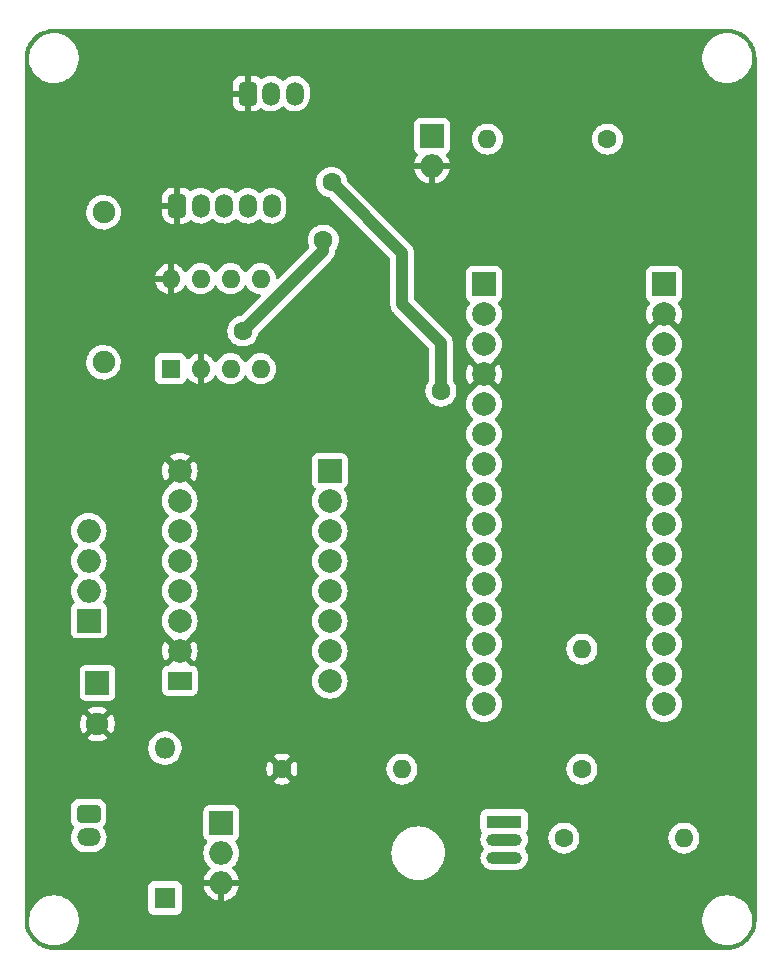
<source format=gbr>
%TF.GenerationSoftware,KiCad,Pcbnew,(6.0.0)*%
%TF.CreationDate,2022-05-13T11:53:06+02:00*%
%TF.ProjectId,Carte Actionneur petit robot JLC PCB,43617274-6520-4416-9374-696f6e6e6575,rev?*%
%TF.SameCoordinates,Original*%
%TF.FileFunction,Copper,L1,Top*%
%TF.FilePolarity,Positive*%
%FSLAX46Y46*%
G04 Gerber Fmt 4.6, Leading zero omitted, Abs format (unit mm)*
G04 Created by KiCad (PCBNEW (6.0.0)) date 2022-05-13 11:53:06*
%MOMM*%
%LPD*%
G01*
G04 APERTURE LIST*
G04 Aperture macros list*
%AMRoundRect*
0 Rectangle with rounded corners*
0 $1 Rounding radius*
0 $2 $3 $4 $5 $6 $7 $8 $9 X,Y pos of 4 corners*
0 Add a 4 corners polygon primitive as box body*
4,1,4,$2,$3,$4,$5,$6,$7,$8,$9,$2,$3,0*
0 Add four circle primitives for the rounded corners*
1,1,$1+$1,$2,$3*
1,1,$1+$1,$4,$5*
1,1,$1+$1,$6,$7*
1,1,$1+$1,$8,$9*
0 Add four rect primitives between the rounded corners*
20,1,$1+$1,$2,$3,$4,$5,0*
20,1,$1+$1,$4,$5,$6,$7,0*
20,1,$1+$1,$6,$7,$8,$9,0*
20,1,$1+$1,$8,$9,$2,$3,0*%
G04 Aperture macros list end*
%TA.AperFunction,ComponentPad*%
%ADD10R,2.000000X2.000000*%
%TD*%
%TA.AperFunction,ComponentPad*%
%ADD11O,2.000000X2.000000*%
%TD*%
%TA.AperFunction,ComponentPad*%
%ADD12R,1.800000X1.800000*%
%TD*%
%TA.AperFunction,ComponentPad*%
%ADD13O,1.800000X1.800000*%
%TD*%
%TA.AperFunction,ComponentPad*%
%ADD14RoundRect,0.312500X-0.687500X0.437500X-0.687500X-0.437500X0.687500X-0.437500X0.687500X0.437500X0*%
%TD*%
%TA.AperFunction,ComponentPad*%
%ADD15O,2.000000X1.500000*%
%TD*%
%TA.AperFunction,ComponentPad*%
%ADD16RoundRect,0.312500X-0.437500X-0.687500X0.437500X-0.687500X0.437500X0.687500X-0.437500X0.687500X0*%
%TD*%
%TA.AperFunction,ComponentPad*%
%ADD17O,1.500000X2.000000*%
%TD*%
%TA.AperFunction,ComponentPad*%
%ADD18R,1.600000X1.600000*%
%TD*%
%TA.AperFunction,ComponentPad*%
%ADD19O,1.600000X1.600000*%
%TD*%
%TA.AperFunction,ComponentPad*%
%ADD20C,1.900000*%
%TD*%
%TA.AperFunction,ComponentPad*%
%ADD21C,1.600000*%
%TD*%
%TA.AperFunction,ComponentPad*%
%ADD22C,2.000000*%
%TD*%
%TA.AperFunction,ComponentPad*%
%ADD23R,2.000000X1.524000*%
%TD*%
%TA.AperFunction,ComponentPad*%
%ADD24R,3.000000X1.050000*%
%TD*%
%TA.AperFunction,ComponentPad*%
%ADD25O,3.000000X1.050000*%
%TD*%
%TA.AperFunction,ComponentPad*%
%ADD26O,1.900000X1.900000*%
%TD*%
%TA.AperFunction,ViaPad*%
%ADD27C,1.600000*%
%TD*%
%TA.AperFunction,Conductor*%
%ADD28C,1.000000*%
%TD*%
G04 APERTURE END LIST*
D10*
%TO.P,TEST_RES1,1,Pin_1*%
%TO.N,Net-(RESISTANCE1-Pad2)*%
X175006000Y-69596000D03*
D11*
%TO.P,TEST_RES1,2,Pin_2*%
%TO.N,GND*%
X175006000Y-72136000D03*
%TD*%
D12*
%TO.P,D1,1,K*%
%TO.N,+12V*%
X152400000Y-134112000D03*
D13*
%TO.P,D1,2,A*%
%TO.N,Net-(D1-Pad2)*%
X152400000Y-121412000D03*
%TD*%
D14*
%TO.P,Electroaimant1,1,Pin_1*%
%TO.N,Net-(D1-Pad2)*%
X145939000Y-126973000D03*
D15*
%TO.P,Electroaimant1,2,Pin_2*%
%TO.N,+12V*%
X145939000Y-128973000D03*
%TD*%
D16*
%TO.P,SERVO1,1,Pin_1*%
%TO.N,GND*%
X159400000Y-66000000D03*
D17*
%TO.P,SERVO1,2,Pin_2*%
%TO.N,+5V*%
X161400000Y-66000000D03*
%TO.P,SERVO1,3,Pin_3*%
%TO.N,MOT1*%
X163400000Y-66000000D03*
%TD*%
D18*
%TO.P,U1,1,TXD*%
%TO.N,CAN_TX*%
X152870000Y-89300000D03*
D19*
%TO.P,U1,2,VSS*%
%TO.N,GND*%
X155410000Y-89300000D03*
%TO.P,U1,3,VDD*%
%TO.N,+5V*%
X157950000Y-89300000D03*
%TO.P,U1,4,RXD*%
%TO.N,CAN_RX*%
X160490000Y-89300000D03*
%TO.P,U1,5,Vref*%
%TO.N,unconnected-(U1-Pad5)*%
X160490000Y-81680000D03*
%TO.P,U1,6,CANL*%
%TO.N,CAN_L*%
X157950000Y-81680000D03*
%TO.P,U1,7,CANH*%
%TO.N,CAN_H*%
X155410000Y-81680000D03*
%TO.P,U1,8,Rs*%
%TO.N,GND*%
X152870000Y-81680000D03*
%TD*%
D10*
%TO.P,C5,1*%
%TO.N,+12V*%
X146685000Y-115880000D03*
D20*
%TO.P,C5,2*%
%TO.N,GND*%
X146685000Y-119380000D03*
%TD*%
D10*
%TO.P,Transistor2,1*%
%TO.N,Net-(Q1-Pad1)*%
X157170000Y-127762000D03*
D11*
%TO.P,Transistor2,2*%
%TO.N,Net-(D1-Pad2)*%
X157170000Y-130302000D03*
%TO.P,Transistor2,3*%
%TO.N,GND*%
X157170000Y-132842000D03*
%TD*%
D21*
%TO.P,R3,1*%
%TO.N,Net-(Q1-Pad2)*%
X186182000Y-129032000D03*
D19*
%TO.P,R3,2*%
%TO.N,+5V*%
X196342000Y-129032000D03*
%TD*%
D10*
%TO.P,DRIVER1,JP1_1,DIR*%
%TO.N,Dir1*%
X166350000Y-97930000D03*
D22*
%TO.P,DRIVER1,JP1_2,STEP*%
%TO.N,Stp1*%
X166350000Y-100470000D03*
%TO.P,DRIVER1,JP1_3*%
%TO.N,N/C*%
X166350000Y-103010000D03*
%TO.P,DRIVER1,JP1_4,PDN/UART1*%
%TO.N,unconnected-(DRIVER1-PadJP1_4)*%
X166350000Y-105550000D03*
%TO.P,DRIVER1,JP1_5,PDN/UART2*%
%TO.N,unconnected-(DRIVER1-PadJP1_5)*%
X166350000Y-108090000D03*
%TO.P,DRIVER1,JP1_6,MS2*%
%TO.N,M2*%
X166350000Y-110630000D03*
%TO.P,DRIVER1,JP1_7,MS1*%
%TO.N,M1*%
X166350000Y-113170000D03*
%TO.P,DRIVER1,JP1_8,EN*%
%TO.N,EN*%
X166350000Y-115710000D03*
D23*
%TO.P,DRIVER1,JP2_1,VM*%
%TO.N,+12V*%
X153650000Y-115710000D03*
D22*
%TO.P,DRIVER1,JP2_2,GND*%
%TO.N,GND*%
X153650000Y-113170000D03*
%TO.P,DRIVER1,JP2_3,OA2*%
%TO.N,2A*%
X153650000Y-110630000D03*
%TO.P,DRIVER1,JP2_4,OA1*%
%TO.N,1A*%
X153650000Y-108090000D03*
%TO.P,DRIVER1,JP2_5,OB1*%
%TO.N,1B*%
X153650000Y-105550000D03*
%TO.P,DRIVER1,JP2_6,OB2*%
%TO.N,2B*%
X153650000Y-103010000D03*
%TO.P,DRIVER1,JP2_7,VIO*%
%TO.N,+3V3*%
X153650000Y-100470000D03*
%TO.P,DRIVER1,JP2_8,GND*%
%TO.N,GND*%
X153650000Y-97930000D03*
%TD*%
D10*
%TO.P,MotPasAPas1,1,Pin_1*%
%TO.N,2A*%
X145948400Y-110620000D03*
D11*
%TO.P,MotPasAPas1,2,Pin_2*%
%TO.N,1A*%
X145948400Y-108080000D03*
%TO.P,MotPasAPas1,3,Pin_3*%
%TO.N,1B*%
X145948400Y-105540000D03*
%TO.P,MotPasAPas1,4,Pin_4*%
%TO.N,2B*%
X145948400Y-103000000D03*
%TD*%
D24*
%TO.P,Q1,1,C*%
%TO.N,Net-(Q1-Pad1)*%
X181123000Y-127635000D03*
D25*
%TO.P,Q1,2,B*%
%TO.N,Net-(Q1-Pad2)*%
X181123000Y-129159000D03*
%TO.P,Q1,3,E*%
%TO.N,+5V*%
X181123000Y-130683000D03*
%TD*%
D21*
%TO.P,R4,1*%
%TO.N,Net-(Q1-Pad2)*%
X187706000Y-123190000D03*
D19*
%TO.P,R4,2*%
%TO.N,AIMANT*%
X187706000Y-113030000D03*
%TD*%
D21*
%TO.P,R1,1*%
%TO.N,GND*%
X162306000Y-123190000D03*
D19*
%TO.P,R1,2*%
%TO.N,Net-(Q1-Pad1)*%
X172466000Y-123190000D03*
%TD*%
D10*
%TO.P,STM32FM303K8,3.1,PA9*%
%TO.N,Dir1*%
X179410600Y-82140000D03*
D22*
%TO.P,STM32FM303K8,3.2,PA10*%
%TO.N,Stp1*%
X179410600Y-84680000D03*
%TO.P,STM32FM303K8,3.3,NRST*%
%TO.N,unconnected-(STM32FM303K8-Pad3.3)*%
X179410600Y-87220000D03*
%TO.P,STM32FM303K8,3.4,GND*%
%TO.N,GND*%
X179410600Y-89760000D03*
%TO.P,STM32FM303K8,3.5,PA12*%
%TO.N,CAN_TX*%
X179410600Y-92300000D03*
%TO.P,STM32FM303K8,3.6,PB0*%
%TO.N,Net-(RESISTANCE1-Pad2)*%
X179410600Y-94840000D03*
%TO.P,STM32FM303K8,3.7,PB7*%
%TO.N,unconnected-(STM32FM303K8-Pad3.7)*%
X179410600Y-97380000D03*
%TO.P,STM32FM303K8,3.8,PB6*%
%TO.N,AIMANT*%
X179410600Y-99920000D03*
%TO.P,STM32FM303K8,3.9,PB1*%
%TO.N,MOT1*%
X179410600Y-102460000D03*
%TO.P,STM32FM303K8,3.10,PF0*%
%TO.N,M2*%
X179410600Y-105000000D03*
%TO.P,STM32FM303K8,3.11,PF1*%
%TO.N,M1*%
X179410600Y-107540000D03*
%TO.P,STM32FM303K8,3.12,PA8*%
%TO.N,EN*%
X179410600Y-110080000D03*
%TO.P,STM32FM303K8,3.13,PA11*%
%TO.N,CAN_RX*%
X179410600Y-112620000D03*
%TO.P,STM32FM303K8,3.14,PB5*%
%TO.N,unconnected-(STM32FM303K8-Pad3.14)*%
X179410600Y-115160000D03*
%TO.P,STM32FM303K8,3.15,PB4*%
%TO.N,unconnected-(STM32FM303K8-Pad3.15)*%
X179410600Y-117700000D03*
D10*
%TO.P,STM32FM303K8,4.1,VIN*%
%TO.N,unconnected-(STM32FM303K8-Pad4.1)*%
X194650600Y-82140000D03*
D22*
%TO.P,STM32FM303K8,4.2,GND*%
%TO.N,GND*%
X194650600Y-84680000D03*
%TO.P,STM32FM303K8,4.3,NRST*%
%TO.N,unconnected-(STM32FM303K8-Pad4.3)*%
X194650600Y-87220000D03*
%TO.P,STM32FM303K8,4.4,+5V*%
%TO.N,+5V*%
X194650600Y-89760000D03*
%TO.P,STM32FM303K8,4.5,PA2*%
%TO.N,unconnected-(STM32FM303K8-Pad4.5)*%
X194650600Y-92300000D03*
%TO.P,STM32FM303K8,4.6,PA7*%
%TO.N,unconnected-(STM32FM303K8-Pad4.6)*%
X194650600Y-94840000D03*
%TO.P,STM32FM303K8,4.7,PA6*%
%TO.N,unconnected-(STM32FM303K8-Pad4.7)*%
X194650600Y-97380000D03*
%TO.P,STM32FM303K8,4.8,PA5*%
%TO.N,unconnected-(STM32FM303K8-Pad4.8)*%
X194650600Y-99920000D03*
%TO.P,STM32FM303K8,4.9,PA4*%
%TO.N,unconnected-(STM32FM303K8-Pad4.9)*%
X194650600Y-102460000D03*
%TO.P,STM32FM303K8,4.10,PA3*%
%TO.N,unconnected-(STM32FM303K8-Pad4.10)*%
X194650600Y-105000000D03*
%TO.P,STM32FM303K8,4.11,PA1*%
%TO.N,unconnected-(STM32FM303K8-Pad4.11)*%
X194650600Y-107540000D03*
%TO.P,STM32FM303K8,4.12,PA0*%
%TO.N,unconnected-(STM32FM303K8-Pad4.12)*%
X194650600Y-110080000D03*
%TO.P,STM32FM303K8,4.13,AREF*%
%TO.N,unconnected-(STM32FM303K8-Pad4.13)*%
X194650600Y-112620000D03*
%TO.P,STM32FM303K8,4.14,+3V3*%
%TO.N,+3V3*%
X194650600Y-115160000D03*
%TO.P,STM32FM303K8,4.15,PB3*%
%TO.N,unconnected-(STM32FM303K8-Pad4.15)*%
X194650600Y-117700000D03*
%TD*%
D16*
%TO.P,BUS_CAN1,1,Pin_1*%
%TO.N,GND*%
X153429200Y-75497600D03*
D17*
%TO.P,BUS_CAN1,2,Pin_2*%
%TO.N,CAN_H*%
X155429200Y-75497600D03*
%TO.P,BUS_CAN1,3,Pin_3*%
%TO.N,CAN_L*%
X157429200Y-75497600D03*
%TO.P,BUS_CAN1,4,Pin_4*%
%TO.N,+5V*%
X159429200Y-75497600D03*
%TO.P,BUS_CAN1,5,Pin_5*%
%TO.N,+12V*%
X161429200Y-75497600D03*
%TD*%
D20*
%TO.P,R2,1*%
%TO.N,CAN_H*%
X147200000Y-88750000D03*
D26*
%TO.P,R2,2*%
%TO.N,CAN_L*%
X147200000Y-76050000D03*
%TD*%
D21*
%TO.P,RESISTANCE1,1*%
%TO.N,+3V3*%
X189865000Y-69850000D03*
D19*
%TO.P,RESISTANCE1,2*%
%TO.N,Net-(RESISTANCE1-Pad2)*%
X179705000Y-69850000D03*
%TD*%
D27*
%TO.N,MOT1*%
X175768000Y-91186000D03*
X166500000Y-73500000D03*
%TO.N,GND*%
X144700000Y-74200000D03*
X200600000Y-72000000D03*
X157734000Y-120396000D03*
X163322000Y-92710000D03*
X169672000Y-134366000D03*
X147828000Y-98171000D03*
X175006000Y-76200000D03*
X192800000Y-122428000D03*
X147066000Y-66040000D03*
X200152000Y-124714000D03*
X193900000Y-72000000D03*
X201168000Y-100838000D03*
X170688000Y-102870000D03*
X183642000Y-116078000D03*
%TO.N,+5V*%
X165800000Y-78400000D03*
X158999000Y-86101000D03*
%TD*%
D28*
%TO.N,MOT1*%
X172500000Y-79500000D02*
X166500000Y-73500000D01*
X172500000Y-83854000D02*
X172500000Y-79500000D01*
X175768000Y-91186000D02*
X175768000Y-87122000D01*
X175768000Y-87122000D02*
X172500000Y-83854000D01*
%TO.N,+5V*%
X165800000Y-79300000D02*
X158999000Y-86101000D01*
X165800000Y-78400000D02*
X165800000Y-79300000D01*
%TD*%
%TA.AperFunction,Conductor*%
%TO.N,GND*%
G36*
X199970057Y-60509500D02*
G01*
X199984858Y-60511805D01*
X199984861Y-60511805D01*
X199993730Y-60513186D01*
X200010899Y-60510941D01*
X200034839Y-60510108D01*
X200292770Y-60525710D01*
X200307874Y-60527544D01*
X200378648Y-60540514D01*
X200588879Y-60579040D01*
X200603641Y-60582678D01*
X200876408Y-60667675D01*
X200890627Y-60673069D01*
X201151140Y-60790316D01*
X201164609Y-60797385D01*
X201409095Y-60945182D01*
X201421617Y-60953825D01*
X201646507Y-61130016D01*
X201657895Y-61140106D01*
X201859894Y-61342105D01*
X201869984Y-61353493D01*
X202046175Y-61578383D01*
X202054818Y-61590905D01*
X202202615Y-61835391D01*
X202209684Y-61848860D01*
X202326930Y-62109370D01*
X202332325Y-62123592D01*
X202390133Y-62309103D01*
X202417321Y-62396353D01*
X202420960Y-62411121D01*
X202451565Y-62578124D01*
X202472456Y-62692126D01*
X202474290Y-62707230D01*
X202489455Y-62957929D01*
X202488198Y-62984639D01*
X202488195Y-62984859D01*
X202486814Y-62993730D01*
X202487978Y-63002632D01*
X202487978Y-63002635D01*
X202490936Y-63025251D01*
X202492000Y-63041589D01*
X202492000Y-135950672D01*
X202490500Y-135970056D01*
X202486814Y-135993730D01*
X202488454Y-136006270D01*
X202489059Y-136010897D01*
X202489892Y-136034839D01*
X202474290Y-136292770D01*
X202472456Y-136307874D01*
X202449131Y-136435159D01*
X202420962Y-136588873D01*
X202417322Y-136603641D01*
X202332326Y-136876404D01*
X202326931Y-136890627D01*
X202288865Y-136975208D01*
X202209686Y-137151136D01*
X202202615Y-137164609D01*
X202054818Y-137409095D01*
X202046175Y-137421617D01*
X201869984Y-137646507D01*
X201859894Y-137657895D01*
X201657895Y-137859894D01*
X201646507Y-137869984D01*
X201421617Y-138046175D01*
X201409095Y-138054818D01*
X201164609Y-138202615D01*
X201151140Y-138209684D01*
X200890630Y-138326930D01*
X200876408Y-138332325D01*
X200603641Y-138417322D01*
X200588879Y-138420960D01*
X200378648Y-138459486D01*
X200307874Y-138472456D01*
X200292770Y-138474290D01*
X200042071Y-138489455D01*
X200015361Y-138488198D01*
X200015141Y-138488195D01*
X200006270Y-138486814D01*
X199997368Y-138487978D01*
X199997365Y-138487978D01*
X199974749Y-138490936D01*
X199958411Y-138492000D01*
X143049328Y-138492000D01*
X143029943Y-138490500D01*
X143015142Y-138488195D01*
X143015139Y-138488195D01*
X143006270Y-138486814D01*
X142989101Y-138489059D01*
X142965161Y-138489892D01*
X142707230Y-138474290D01*
X142692126Y-138472456D01*
X142621352Y-138459486D01*
X142411121Y-138420960D01*
X142396359Y-138417322D01*
X142123592Y-138332325D01*
X142109370Y-138326930D01*
X141848860Y-138209684D01*
X141835391Y-138202615D01*
X141590905Y-138054818D01*
X141578383Y-138046175D01*
X141353493Y-137869984D01*
X141342105Y-137859894D01*
X141140106Y-137657895D01*
X141130016Y-137646507D01*
X140953825Y-137421617D01*
X140945182Y-137409095D01*
X140797385Y-137164609D01*
X140790314Y-137151136D01*
X140711136Y-136975208D01*
X140673069Y-136890627D01*
X140667674Y-136876404D01*
X140582678Y-136603641D01*
X140579038Y-136588873D01*
X140550870Y-136435159D01*
X140527544Y-136307874D01*
X140525710Y-136292770D01*
X140516027Y-136132703D01*
X140890743Y-136132703D01*
X140928268Y-136417734D01*
X141004129Y-136695036D01*
X141005813Y-136698984D01*
X141081490Y-136876404D01*
X141116923Y-136959476D01*
X141128693Y-136979142D01*
X141239693Y-137164609D01*
X141264561Y-137206161D01*
X141444313Y-137430528D01*
X141652851Y-137628423D01*
X141886317Y-137796186D01*
X141890112Y-137798195D01*
X141890113Y-137798196D01*
X141911869Y-137809715D01*
X142140392Y-137930712D01*
X142410373Y-138029511D01*
X142691264Y-138090755D01*
X142719841Y-138093004D01*
X142914282Y-138108307D01*
X142914291Y-138108307D01*
X142916739Y-138108500D01*
X143072271Y-138108500D01*
X143074407Y-138108354D01*
X143074418Y-138108354D01*
X143282548Y-138094165D01*
X143282554Y-138094164D01*
X143286825Y-138093873D01*
X143291020Y-138093004D01*
X143291022Y-138093004D01*
X143427584Y-138064723D01*
X143568342Y-138035574D01*
X143839343Y-137939607D01*
X143927362Y-137894177D01*
X144091005Y-137809715D01*
X144091006Y-137809715D01*
X144094812Y-137807750D01*
X144098313Y-137805289D01*
X144098317Y-137805287D01*
X144308034Y-137657895D01*
X144330023Y-137642441D01*
X144540622Y-137446740D01*
X144722713Y-137224268D01*
X144872927Y-136979142D01*
X144988483Y-136715898D01*
X145067244Y-136439406D01*
X145107751Y-136154784D01*
X145107845Y-136136951D01*
X145107867Y-136132703D01*
X197890743Y-136132703D01*
X197928268Y-136417734D01*
X198004129Y-136695036D01*
X198005813Y-136698984D01*
X198081490Y-136876404D01*
X198116923Y-136959476D01*
X198128693Y-136979142D01*
X198239693Y-137164609D01*
X198264561Y-137206161D01*
X198444313Y-137430528D01*
X198652851Y-137628423D01*
X198886317Y-137796186D01*
X198890112Y-137798195D01*
X198890113Y-137798196D01*
X198911869Y-137809715D01*
X199140392Y-137930712D01*
X199410373Y-138029511D01*
X199691264Y-138090755D01*
X199719841Y-138093004D01*
X199914282Y-138108307D01*
X199914291Y-138108307D01*
X199916739Y-138108500D01*
X200072271Y-138108500D01*
X200074407Y-138108354D01*
X200074418Y-138108354D01*
X200282548Y-138094165D01*
X200282554Y-138094164D01*
X200286825Y-138093873D01*
X200291020Y-138093004D01*
X200291022Y-138093004D01*
X200427584Y-138064723D01*
X200568342Y-138035574D01*
X200839343Y-137939607D01*
X200927362Y-137894177D01*
X201091005Y-137809715D01*
X201091006Y-137809715D01*
X201094812Y-137807750D01*
X201098313Y-137805289D01*
X201098317Y-137805287D01*
X201308034Y-137657895D01*
X201330023Y-137642441D01*
X201540622Y-137446740D01*
X201722713Y-137224268D01*
X201872927Y-136979142D01*
X201988483Y-136715898D01*
X202067244Y-136439406D01*
X202107751Y-136154784D01*
X202107845Y-136136951D01*
X202109235Y-135871583D01*
X202109235Y-135871576D01*
X202109257Y-135867297D01*
X202071732Y-135582266D01*
X201995871Y-135304964D01*
X201972553Y-135250297D01*
X201884763Y-135044476D01*
X201884761Y-135044472D01*
X201883077Y-135040524D01*
X201735439Y-134793839D01*
X201555687Y-134569472D01*
X201347149Y-134371577D01*
X201113683Y-134203814D01*
X201091843Y-134192250D01*
X201068654Y-134179972D01*
X200859608Y-134069288D01*
X200589627Y-133970489D01*
X200308736Y-133909245D01*
X200277685Y-133906801D01*
X200085718Y-133891693D01*
X200085709Y-133891693D01*
X200083261Y-133891500D01*
X199927729Y-133891500D01*
X199925593Y-133891646D01*
X199925582Y-133891646D01*
X199717452Y-133905835D01*
X199717446Y-133905836D01*
X199713175Y-133906127D01*
X199708980Y-133906996D01*
X199708978Y-133906996D01*
X199671188Y-133914822D01*
X199431658Y-133964426D01*
X199160657Y-134060393D01*
X199156848Y-134062359D01*
X198914963Y-134187205D01*
X198905188Y-134192250D01*
X198901687Y-134194711D01*
X198901683Y-134194713D01*
X198891594Y-134201804D01*
X198669977Y-134357559D01*
X198459378Y-134553260D01*
X198277287Y-134775732D01*
X198127073Y-135020858D01*
X198011517Y-135284102D01*
X197932756Y-135560594D01*
X197892249Y-135845216D01*
X197892227Y-135849505D01*
X197892226Y-135849512D01*
X197890765Y-136128417D01*
X197890743Y-136132703D01*
X145107867Y-136132703D01*
X145109235Y-135871583D01*
X145109235Y-135871576D01*
X145109257Y-135867297D01*
X145071732Y-135582266D01*
X144995871Y-135304964D01*
X144972553Y-135250297D01*
X144891442Y-135060134D01*
X150991500Y-135060134D01*
X150998255Y-135122316D01*
X151049385Y-135258705D01*
X151136739Y-135375261D01*
X151253295Y-135462615D01*
X151389684Y-135513745D01*
X151451866Y-135520500D01*
X153348134Y-135520500D01*
X153410316Y-135513745D01*
X153546705Y-135462615D01*
X153663261Y-135375261D01*
X153750615Y-135258705D01*
X153801745Y-135122316D01*
X153808500Y-135060134D01*
X153808500Y-133163866D01*
X153802587Y-133109431D01*
X155683353Y-133109431D01*
X155730218Y-133304634D01*
X155733264Y-133314008D01*
X155820313Y-133524163D01*
X155824795Y-133532958D01*
X155943643Y-133726899D01*
X155949443Y-133734883D01*
X156097178Y-133907858D01*
X156104142Y-133914822D01*
X156277117Y-134062557D01*
X156285101Y-134068357D01*
X156479042Y-134187205D01*
X156487837Y-134191687D01*
X156697992Y-134278736D01*
X156707366Y-134281782D01*
X156898385Y-134327642D01*
X156912469Y-134326937D01*
X156916000Y-134318056D01*
X156916000Y-134313756D01*
X157424000Y-134313756D01*
X157427973Y-134327287D01*
X157437431Y-134328647D01*
X157632634Y-134281782D01*
X157642008Y-134278736D01*
X157852163Y-134191687D01*
X157860958Y-134187205D01*
X158054899Y-134068357D01*
X158062883Y-134062557D01*
X158235858Y-133914822D01*
X158242822Y-133907858D01*
X158390557Y-133734883D01*
X158396357Y-133726899D01*
X158515205Y-133532958D01*
X158519687Y-133524163D01*
X158606736Y-133314008D01*
X158609782Y-133304634D01*
X158655642Y-133113615D01*
X158654937Y-133099531D01*
X158646056Y-133096000D01*
X157442115Y-133096000D01*
X157426876Y-133100475D01*
X157425671Y-133101865D01*
X157424000Y-133109548D01*
X157424000Y-134313756D01*
X156916000Y-134313756D01*
X156916000Y-133114115D01*
X156911525Y-133098876D01*
X156910135Y-133097671D01*
X156902452Y-133096000D01*
X155698244Y-133096000D01*
X155684713Y-133099973D01*
X155683353Y-133109431D01*
X153802587Y-133109431D01*
X153801745Y-133101684D01*
X153750615Y-132965295D01*
X153663261Y-132848739D01*
X153546705Y-132761385D01*
X153410316Y-132710255D01*
X153348134Y-132703500D01*
X151451866Y-132703500D01*
X151389684Y-132710255D01*
X151253295Y-132761385D01*
X151136739Y-132848739D01*
X151049385Y-132965295D01*
X150998255Y-133101684D01*
X150991500Y-133163866D01*
X150991500Y-135060134D01*
X144891442Y-135060134D01*
X144884763Y-135044476D01*
X144884761Y-135044472D01*
X144883077Y-135040524D01*
X144735439Y-134793839D01*
X144555687Y-134569472D01*
X144347149Y-134371577D01*
X144113683Y-134203814D01*
X144091843Y-134192250D01*
X144068654Y-134179972D01*
X143859608Y-134069288D01*
X143589627Y-133970489D01*
X143308736Y-133909245D01*
X143277685Y-133906801D01*
X143085718Y-133891693D01*
X143085709Y-133891693D01*
X143083261Y-133891500D01*
X142927729Y-133891500D01*
X142925593Y-133891646D01*
X142925582Y-133891646D01*
X142717452Y-133905835D01*
X142717446Y-133905836D01*
X142713175Y-133906127D01*
X142708980Y-133906996D01*
X142708978Y-133906996D01*
X142671188Y-133914822D01*
X142431658Y-133964426D01*
X142160657Y-134060393D01*
X142156848Y-134062359D01*
X141914963Y-134187205D01*
X141905188Y-134192250D01*
X141901687Y-134194711D01*
X141901683Y-134194713D01*
X141891594Y-134201804D01*
X141669977Y-134357559D01*
X141459378Y-134553260D01*
X141277287Y-134775732D01*
X141127073Y-135020858D01*
X141011517Y-135284102D01*
X140932756Y-135560594D01*
X140892249Y-135845216D01*
X140892227Y-135849505D01*
X140892226Y-135849512D01*
X140890765Y-136128417D01*
X140890743Y-136132703D01*
X140516027Y-136132703D01*
X140510545Y-136042071D01*
X140511802Y-136015361D01*
X140511805Y-136015141D01*
X140513186Y-136006270D01*
X140511547Y-135993730D01*
X140509064Y-135974749D01*
X140508000Y-135958411D01*
X140508000Y-130302000D01*
X155656835Y-130302000D01*
X155675465Y-130538711D01*
X155730895Y-130769594D01*
X155732788Y-130774165D01*
X155732789Y-130774167D01*
X155783961Y-130897707D01*
X155821760Y-130988963D01*
X155824346Y-130993183D01*
X155943241Y-131187202D01*
X155943245Y-131187208D01*
X155945824Y-131191416D01*
X156100031Y-131371969D01*
X156103787Y-131375177D01*
X156222442Y-131476518D01*
X156261251Y-131535968D01*
X156261757Y-131606963D01*
X156222442Y-131668140D01*
X156104142Y-131769178D01*
X156097178Y-131776142D01*
X155949443Y-131949117D01*
X155943643Y-131957101D01*
X155824795Y-132151042D01*
X155820313Y-132159837D01*
X155733264Y-132369992D01*
X155730218Y-132379366D01*
X155684358Y-132570385D01*
X155685063Y-132584469D01*
X155693944Y-132588000D01*
X158641756Y-132588000D01*
X158655287Y-132584027D01*
X158656647Y-132574569D01*
X158609782Y-132379366D01*
X158606736Y-132369992D01*
X158519687Y-132159837D01*
X158515205Y-132151042D01*
X158396357Y-131957101D01*
X158390557Y-131949117D01*
X158242822Y-131776142D01*
X158235858Y-131769178D01*
X158117558Y-131668140D01*
X158078749Y-131608689D01*
X158078243Y-131537695D01*
X158117558Y-131476518D01*
X158236213Y-131375177D01*
X158239969Y-131371969D01*
X158394176Y-131191416D01*
X158396755Y-131187208D01*
X158396759Y-131187202D01*
X158515654Y-130993183D01*
X158518240Y-130988963D01*
X158556040Y-130897707D01*
X158607211Y-130774167D01*
X158607212Y-130774165D01*
X158609105Y-130769594D01*
X158664535Y-130538711D01*
X158683165Y-130302000D01*
X171566654Y-130302000D01*
X171566924Y-130306119D01*
X171582169Y-130538711D01*
X171586017Y-130597426D01*
X171586819Y-130601459D01*
X171586820Y-130601465D01*
X171642922Y-130883506D01*
X171643776Y-130887797D01*
X171645103Y-130891706D01*
X171645104Y-130891710D01*
X171708866Y-131079548D01*
X171738941Y-131168145D01*
X171740765Y-131171843D01*
X171865009Y-131423785D01*
X171869885Y-131433673D01*
X171872179Y-131437106D01*
X172026551Y-131668140D01*
X172034367Y-131679838D01*
X172037081Y-131682932D01*
X172037085Y-131682938D01*
X172136708Y-131796535D01*
X172229573Y-131902427D01*
X172232662Y-131905136D01*
X172449062Y-132094915D01*
X172449068Y-132094919D01*
X172452162Y-132097633D01*
X172455588Y-132099922D01*
X172455593Y-132099926D01*
X172532094Y-132151042D01*
X172698327Y-132262115D01*
X172702026Y-132263939D01*
X172702031Y-132263942D01*
X172838313Y-132331148D01*
X172963855Y-132393059D01*
X172967760Y-132394384D01*
X172967761Y-132394385D01*
X173240290Y-132486896D01*
X173240294Y-132486897D01*
X173244203Y-132488224D01*
X173248247Y-132489028D01*
X173248253Y-132489030D01*
X173530535Y-132545180D01*
X173530541Y-132545181D01*
X173534574Y-132545983D01*
X173538679Y-132546252D01*
X173538686Y-132546253D01*
X173825881Y-132565076D01*
X173830000Y-132565346D01*
X173834119Y-132565076D01*
X174121314Y-132546253D01*
X174121321Y-132546252D01*
X174125426Y-132545983D01*
X174129459Y-132545181D01*
X174129465Y-132545180D01*
X174411747Y-132489030D01*
X174411753Y-132489028D01*
X174415797Y-132488224D01*
X174419706Y-132486897D01*
X174419710Y-132486896D01*
X174692239Y-132394385D01*
X174692240Y-132394384D01*
X174696145Y-132393059D01*
X174821687Y-132331148D01*
X174957969Y-132263942D01*
X174957974Y-132263939D01*
X174961673Y-132262115D01*
X175127906Y-132151042D01*
X175204407Y-132099926D01*
X175204412Y-132099922D01*
X175207838Y-132097633D01*
X175210932Y-132094919D01*
X175210938Y-132094915D01*
X175427338Y-131905136D01*
X175430427Y-131902427D01*
X175523292Y-131796535D01*
X175622915Y-131682938D01*
X175622919Y-131682932D01*
X175625633Y-131679838D01*
X175633450Y-131668140D01*
X175787821Y-131437106D01*
X175790115Y-131433673D01*
X175794992Y-131423785D01*
X175919235Y-131171843D01*
X175921059Y-131168145D01*
X175951134Y-131079548D01*
X176014896Y-130891710D01*
X176014897Y-130891706D01*
X176016224Y-130887797D01*
X176017078Y-130883506D01*
X176058404Y-130675750D01*
X179109524Y-130675750D01*
X179127894Y-130877596D01*
X179185119Y-131072029D01*
X179187972Y-131077486D01*
X179187973Y-131077489D01*
X179192127Y-131085435D01*
X179279019Y-131251645D01*
X179282879Y-131256445D01*
X179282879Y-131256446D01*
X179288729Y-131263722D01*
X179406019Y-131409601D01*
X179561281Y-131539881D01*
X179566673Y-131542845D01*
X179566677Y-131542848D01*
X179686442Y-131608689D01*
X179738891Y-131637523D01*
X179932084Y-131698807D01*
X179938201Y-131699493D01*
X179938205Y-131699494D01*
X180012348Y-131707810D01*
X180089817Y-131716500D01*
X182149004Y-131716500D01*
X182299713Y-131701723D01*
X182493742Y-131643142D01*
X182672698Y-131547990D01*
X182687439Y-131535968D01*
X182824987Y-131423785D01*
X182829763Y-131419890D01*
X182872514Y-131368213D01*
X182955027Y-131268472D01*
X182955029Y-131268469D01*
X182958956Y-131263722D01*
X183055356Y-131085435D01*
X183115290Y-130891820D01*
X183136476Y-130690250D01*
X183127654Y-130593314D01*
X183118665Y-130494543D01*
X183118664Y-130494540D01*
X183118106Y-130488404D01*
X183060881Y-130293971D01*
X183056951Y-130286452D01*
X183003283Y-130183795D01*
X182966981Y-130114355D01*
X182961630Y-130107699D01*
X182874664Y-129999536D01*
X182847568Y-129933914D01*
X182860251Y-129864059D01*
X182875771Y-129840276D01*
X182958956Y-129739722D01*
X183055356Y-129561435D01*
X183091376Y-129445073D01*
X183113468Y-129373707D01*
X183113469Y-129373704D01*
X183115290Y-129367820D01*
X183132169Y-129207233D01*
X183135832Y-129172378D01*
X183135832Y-129172377D01*
X183136476Y-129166250D01*
X183124258Y-129032000D01*
X184868502Y-129032000D01*
X184888457Y-129260087D01*
X184889881Y-129265400D01*
X184889881Y-129265402D01*
X184928310Y-129408818D01*
X184947716Y-129481243D01*
X184950039Y-129486224D01*
X184950039Y-129486225D01*
X185042151Y-129683762D01*
X185042154Y-129683767D01*
X185044477Y-129688749D01*
X185117902Y-129793611D01*
X185167231Y-129864059D01*
X185175802Y-129876300D01*
X185337700Y-130038198D01*
X185342208Y-130041355D01*
X185342211Y-130041357D01*
X185373172Y-130063036D01*
X185525251Y-130169523D01*
X185530233Y-130171846D01*
X185530238Y-130171849D01*
X185727775Y-130263961D01*
X185732757Y-130266284D01*
X185738065Y-130267706D01*
X185738067Y-130267707D01*
X185948598Y-130324119D01*
X185948600Y-130324119D01*
X185953913Y-130325543D01*
X186182000Y-130345498D01*
X186410087Y-130325543D01*
X186415400Y-130324119D01*
X186415402Y-130324119D01*
X186625933Y-130267707D01*
X186625935Y-130267706D01*
X186631243Y-130266284D01*
X186636225Y-130263961D01*
X186833762Y-130171849D01*
X186833767Y-130171846D01*
X186838749Y-130169523D01*
X186990828Y-130063036D01*
X187021789Y-130041357D01*
X187021792Y-130041355D01*
X187026300Y-130038198D01*
X187188198Y-129876300D01*
X187196770Y-129864059D01*
X187246098Y-129793611D01*
X187319523Y-129688749D01*
X187321846Y-129683767D01*
X187321849Y-129683762D01*
X187413961Y-129486225D01*
X187413961Y-129486224D01*
X187416284Y-129481243D01*
X187435691Y-129408818D01*
X187474119Y-129265402D01*
X187474119Y-129265400D01*
X187475543Y-129260087D01*
X187495498Y-129032000D01*
X195028502Y-129032000D01*
X195048457Y-129260087D01*
X195049881Y-129265400D01*
X195049881Y-129265402D01*
X195088310Y-129408818D01*
X195107716Y-129481243D01*
X195110039Y-129486224D01*
X195110039Y-129486225D01*
X195202151Y-129683762D01*
X195202154Y-129683767D01*
X195204477Y-129688749D01*
X195277902Y-129793611D01*
X195327231Y-129864059D01*
X195335802Y-129876300D01*
X195497700Y-130038198D01*
X195502208Y-130041355D01*
X195502211Y-130041357D01*
X195533172Y-130063036D01*
X195685251Y-130169523D01*
X195690233Y-130171846D01*
X195690238Y-130171849D01*
X195887775Y-130263961D01*
X195892757Y-130266284D01*
X195898065Y-130267706D01*
X195898067Y-130267707D01*
X196108598Y-130324119D01*
X196108600Y-130324119D01*
X196113913Y-130325543D01*
X196342000Y-130345498D01*
X196570087Y-130325543D01*
X196575400Y-130324119D01*
X196575402Y-130324119D01*
X196785933Y-130267707D01*
X196785935Y-130267706D01*
X196791243Y-130266284D01*
X196796225Y-130263961D01*
X196993762Y-130171849D01*
X196993767Y-130171846D01*
X196998749Y-130169523D01*
X197150828Y-130063036D01*
X197181789Y-130041357D01*
X197181792Y-130041355D01*
X197186300Y-130038198D01*
X197348198Y-129876300D01*
X197356770Y-129864059D01*
X197406098Y-129793611D01*
X197479523Y-129688749D01*
X197481846Y-129683767D01*
X197481849Y-129683762D01*
X197573961Y-129486225D01*
X197573961Y-129486224D01*
X197576284Y-129481243D01*
X197595691Y-129408818D01*
X197634119Y-129265402D01*
X197634119Y-129265400D01*
X197635543Y-129260087D01*
X197655498Y-129032000D01*
X197635543Y-128803913D01*
X197624985Y-128764511D01*
X197577707Y-128588067D01*
X197577706Y-128588065D01*
X197576284Y-128582757D01*
X197570077Y-128569446D01*
X197481849Y-128380238D01*
X197481846Y-128380233D01*
X197479523Y-128375251D01*
X197362506Y-128208134D01*
X197351357Y-128192211D01*
X197351355Y-128192208D01*
X197348198Y-128187700D01*
X197186300Y-128025802D01*
X197181792Y-128022645D01*
X197181789Y-128022643D01*
X197103611Y-127967902D01*
X196998749Y-127894477D01*
X196993767Y-127892154D01*
X196993762Y-127892151D01*
X196796225Y-127800039D01*
X196796224Y-127800039D01*
X196791243Y-127797716D01*
X196785935Y-127796294D01*
X196785933Y-127796293D01*
X196575402Y-127739881D01*
X196575400Y-127739881D01*
X196570087Y-127738457D01*
X196342000Y-127718502D01*
X196113913Y-127738457D01*
X196108600Y-127739881D01*
X196108598Y-127739881D01*
X195898067Y-127796293D01*
X195898065Y-127796294D01*
X195892757Y-127797716D01*
X195887776Y-127800039D01*
X195887775Y-127800039D01*
X195690238Y-127892151D01*
X195690233Y-127892154D01*
X195685251Y-127894477D01*
X195580389Y-127967902D01*
X195502211Y-128022643D01*
X195502208Y-128022645D01*
X195497700Y-128025802D01*
X195335802Y-128187700D01*
X195332645Y-128192208D01*
X195332643Y-128192211D01*
X195321494Y-128208134D01*
X195204477Y-128375251D01*
X195202154Y-128380233D01*
X195202151Y-128380238D01*
X195113923Y-128569446D01*
X195107716Y-128582757D01*
X195106294Y-128588065D01*
X195106293Y-128588067D01*
X195059015Y-128764511D01*
X195048457Y-128803913D01*
X195028502Y-129032000D01*
X187495498Y-129032000D01*
X187475543Y-128803913D01*
X187464985Y-128764511D01*
X187417707Y-128588067D01*
X187417706Y-128588065D01*
X187416284Y-128582757D01*
X187410077Y-128569446D01*
X187321849Y-128380238D01*
X187321846Y-128380233D01*
X187319523Y-128375251D01*
X187202506Y-128208134D01*
X187191357Y-128192211D01*
X187191355Y-128192208D01*
X187188198Y-128187700D01*
X187026300Y-128025802D01*
X187021792Y-128022645D01*
X187021789Y-128022643D01*
X186943611Y-127967902D01*
X186838749Y-127894477D01*
X186833767Y-127892154D01*
X186833762Y-127892151D01*
X186636225Y-127800039D01*
X186636224Y-127800039D01*
X186631243Y-127797716D01*
X186625935Y-127796294D01*
X186625933Y-127796293D01*
X186415402Y-127739881D01*
X186415400Y-127739881D01*
X186410087Y-127738457D01*
X186182000Y-127718502D01*
X185953913Y-127738457D01*
X185948600Y-127739881D01*
X185948598Y-127739881D01*
X185738067Y-127796293D01*
X185738065Y-127796294D01*
X185732757Y-127797716D01*
X185727776Y-127800039D01*
X185727775Y-127800039D01*
X185530238Y-127892151D01*
X185530233Y-127892154D01*
X185525251Y-127894477D01*
X185420389Y-127967902D01*
X185342211Y-128022643D01*
X185342208Y-128022645D01*
X185337700Y-128025802D01*
X185175802Y-128187700D01*
X185172645Y-128192208D01*
X185172643Y-128192211D01*
X185161494Y-128208134D01*
X185044477Y-128375251D01*
X185042154Y-128380233D01*
X185042151Y-128380238D01*
X184953923Y-128569446D01*
X184947716Y-128582757D01*
X184946294Y-128588065D01*
X184946293Y-128588067D01*
X184899015Y-128764511D01*
X184888457Y-128803913D01*
X184868502Y-129032000D01*
X183124258Y-129032000D01*
X183118106Y-128964404D01*
X183108955Y-128933310D01*
X183062620Y-128775880D01*
X183060881Y-128769971D01*
X183056951Y-128762452D01*
X182991037Y-128636370D01*
X182977203Y-128566734D01*
X183001873Y-128502430D01*
X183010753Y-128490581D01*
X183073615Y-128406705D01*
X183124745Y-128270316D01*
X183131500Y-128208134D01*
X183131500Y-127061866D01*
X183124745Y-126999684D01*
X183073615Y-126863295D01*
X182986261Y-126746739D01*
X182869705Y-126659385D01*
X182733316Y-126608255D01*
X182671134Y-126601500D01*
X179574866Y-126601500D01*
X179512684Y-126608255D01*
X179376295Y-126659385D01*
X179259739Y-126746739D01*
X179172385Y-126863295D01*
X179121255Y-126999684D01*
X179114500Y-127061866D01*
X179114500Y-128208134D01*
X179121255Y-128270316D01*
X179172385Y-128406705D01*
X179177770Y-128413890D01*
X179177771Y-128413892D01*
X179244508Y-128502939D01*
X179269356Y-128569446D01*
X179254518Y-128638433D01*
X179190644Y-128756565D01*
X179186494Y-128769971D01*
X179139724Y-128921062D01*
X179130710Y-128950180D01*
X179130066Y-128956305D01*
X179130066Y-128956306D01*
X179110168Y-129145622D01*
X179109524Y-129151750D01*
X179127894Y-129353596D01*
X179129632Y-129359502D01*
X179129633Y-129359506D01*
X179140208Y-129395435D01*
X179185119Y-129548029D01*
X179187972Y-129553486D01*
X179187973Y-129553489D01*
X179222541Y-129619611D01*
X179279019Y-129727645D01*
X179282879Y-129732445D01*
X179282879Y-129732446D01*
X179288729Y-129739722D01*
X179356368Y-129823847D01*
X179371336Y-129842464D01*
X179398432Y-129908086D01*
X179385749Y-129977941D01*
X179370229Y-130001724D01*
X179287044Y-130102278D01*
X179190644Y-130280565D01*
X179130710Y-130474180D01*
X179130066Y-130480305D01*
X179130066Y-130480306D01*
X179118188Y-130593314D01*
X179109524Y-130675750D01*
X176058404Y-130675750D01*
X176073180Y-130601465D01*
X176073181Y-130601459D01*
X176073983Y-130597426D01*
X176077832Y-130538711D01*
X176093076Y-130306119D01*
X176093346Y-130302000D01*
X176088448Y-130227276D01*
X176074253Y-130010686D01*
X176074252Y-130010679D01*
X176073983Y-130006574D01*
X176069188Y-129982465D01*
X176017030Y-129720253D01*
X176017028Y-129720247D01*
X176016224Y-129716203D01*
X175992082Y-129645081D01*
X175922385Y-129439761D01*
X175922384Y-129439760D01*
X175921059Y-129435855D01*
X175819613Y-129230143D01*
X175791942Y-129174031D01*
X175791939Y-129174026D01*
X175790115Y-129170327D01*
X175688513Y-129018268D01*
X175627926Y-128927593D01*
X175627922Y-128927588D01*
X175625633Y-128924162D01*
X175622919Y-128921068D01*
X175622915Y-128921062D01*
X175433136Y-128704662D01*
X175430427Y-128701573D01*
X175358430Y-128638433D01*
X175210938Y-128509085D01*
X175210932Y-128509081D01*
X175207838Y-128506367D01*
X175204412Y-128504078D01*
X175204407Y-128504074D01*
X175002846Y-128369396D01*
X174961673Y-128341885D01*
X174957974Y-128340061D01*
X174957969Y-128340058D01*
X174821687Y-128272852D01*
X174696145Y-128210941D01*
X174627679Y-128187700D01*
X174419710Y-128117104D01*
X174419706Y-128117103D01*
X174415797Y-128115776D01*
X174411753Y-128114972D01*
X174411747Y-128114970D01*
X174129465Y-128058820D01*
X174129459Y-128058819D01*
X174125426Y-128058017D01*
X174121321Y-128057748D01*
X174121314Y-128057747D01*
X173834119Y-128038924D01*
X173830000Y-128038654D01*
X173825881Y-128038924D01*
X173538686Y-128057747D01*
X173538679Y-128057748D01*
X173534574Y-128058017D01*
X173530541Y-128058819D01*
X173530535Y-128058820D01*
X173248253Y-128114970D01*
X173248247Y-128114972D01*
X173244203Y-128115776D01*
X173240294Y-128117103D01*
X173240290Y-128117104D01*
X173032321Y-128187700D01*
X172963855Y-128210941D01*
X172838313Y-128272852D01*
X172702031Y-128340058D01*
X172702026Y-128340061D01*
X172698327Y-128341885D01*
X172657154Y-128369396D01*
X172455593Y-128504074D01*
X172455588Y-128504078D01*
X172452162Y-128506367D01*
X172449068Y-128509081D01*
X172449062Y-128509085D01*
X172301570Y-128638433D01*
X172229573Y-128701573D01*
X172226864Y-128704662D01*
X172037085Y-128921062D01*
X172037081Y-128921068D01*
X172034367Y-128924162D01*
X172032078Y-128927588D01*
X172032074Y-128927593D01*
X171971487Y-129018268D01*
X171869885Y-129170327D01*
X171868061Y-129174026D01*
X171868058Y-129174031D01*
X171840387Y-129230143D01*
X171738941Y-129435855D01*
X171737616Y-129439760D01*
X171737615Y-129439761D01*
X171667919Y-129645081D01*
X171643776Y-129716203D01*
X171642972Y-129720247D01*
X171642970Y-129720253D01*
X171590813Y-129982465D01*
X171586017Y-130006574D01*
X171585748Y-130010679D01*
X171585747Y-130010686D01*
X171571552Y-130227276D01*
X171566654Y-130302000D01*
X158683165Y-130302000D01*
X158664535Y-130065289D01*
X158662630Y-130057350D01*
X158616224Y-129864059D01*
X158609105Y-129834406D01*
X158606573Y-129828292D01*
X158520135Y-129619611D01*
X158520133Y-129619607D01*
X158518240Y-129615037D01*
X158488713Y-129566853D01*
X158396759Y-129416798D01*
X158396755Y-129416792D01*
X158394176Y-129412584D01*
X158390960Y-129408818D01*
X158384829Y-129401639D01*
X158355798Y-129336849D01*
X158366403Y-129266649D01*
X158412527Y-129214181D01*
X158416705Y-129212615D01*
X158533261Y-129125261D01*
X158620615Y-129008705D01*
X158671745Y-128872316D01*
X158678500Y-128810134D01*
X158678500Y-126713866D01*
X158671745Y-126651684D01*
X158620615Y-126515295D01*
X158533261Y-126398739D01*
X158416705Y-126311385D01*
X158280316Y-126260255D01*
X158218134Y-126253500D01*
X156121866Y-126253500D01*
X156059684Y-126260255D01*
X155923295Y-126311385D01*
X155806739Y-126398739D01*
X155719385Y-126515295D01*
X155668255Y-126651684D01*
X155661500Y-126713866D01*
X155661500Y-128810134D01*
X155668255Y-128872316D01*
X155719385Y-129008705D01*
X155806739Y-129125261D01*
X155922876Y-129212301D01*
X155923295Y-129212615D01*
X155923250Y-129212675D01*
X155970018Y-129259552D01*
X155985028Y-129328944D01*
X155960140Y-129395435D01*
X155955171Y-129401639D01*
X155949040Y-129408818D01*
X155945824Y-129412584D01*
X155943245Y-129416792D01*
X155943241Y-129416798D01*
X155851287Y-129566853D01*
X155821760Y-129615037D01*
X155819867Y-129619607D01*
X155819865Y-129619611D01*
X155733427Y-129828292D01*
X155730895Y-129834406D01*
X155723776Y-129864059D01*
X155677371Y-130057350D01*
X155675465Y-130065289D01*
X155656835Y-130302000D01*
X140508000Y-130302000D01*
X140508000Y-129012690D01*
X144426037Y-129012690D01*
X144453025Y-129235715D01*
X144519082Y-129450435D01*
X144521652Y-129455415D01*
X144521654Y-129455419D01*
X144586852Y-129581738D01*
X144622118Y-129650064D01*
X144758877Y-129828292D01*
X144925036Y-129979485D01*
X144929783Y-129982463D01*
X144929786Y-129982465D01*
X145058229Y-130063036D01*
X145115344Y-130098864D01*
X145323783Y-130182656D01*
X145543767Y-130228213D01*
X145548378Y-130228479D01*
X145548379Y-130228479D01*
X145598952Y-130231395D01*
X145598956Y-130231395D01*
X145600775Y-130231500D01*
X146245999Y-130231500D01*
X146248786Y-130231251D01*
X146248792Y-130231251D01*
X146318929Y-130224991D01*
X146412762Y-130216617D01*
X146418176Y-130215136D01*
X146418181Y-130215135D01*
X146545912Y-130180191D01*
X146629451Y-130157337D01*
X146634509Y-130154925D01*
X146634513Y-130154923D01*
X146754830Y-130097534D01*
X146832218Y-130060622D01*
X147014654Y-129929529D01*
X147170992Y-129768201D01*
X147296290Y-129581738D01*
X147386588Y-129376033D01*
X147395996Y-129336849D01*
X147437722Y-129163046D01*
X147437722Y-129163045D01*
X147439032Y-129157589D01*
X147448101Y-129000297D01*
X147451640Y-128938917D01*
X147451640Y-128938914D01*
X147451963Y-128933310D01*
X147424975Y-128710285D01*
X147358918Y-128495565D01*
X147308715Y-128398297D01*
X147258454Y-128300919D01*
X147258454Y-128300918D01*
X147255882Y-128295936D01*
X147252468Y-128291487D01*
X147252465Y-128291482D01*
X147170629Y-128184830D01*
X147145029Y-128118610D01*
X147159294Y-128049061D01*
X147191980Y-128009658D01*
X147210708Y-127994708D01*
X147325621Y-127850760D01*
X147405786Y-127684930D01*
X147447220Y-127505460D01*
X147447500Y-127500604D01*
X147447500Y-126445396D01*
X147447220Y-126440540D01*
X147437570Y-126398739D01*
X147407370Y-126267931D01*
X147405786Y-126261070D01*
X147325621Y-126095240D01*
X147210708Y-125951292D01*
X147066760Y-125836379D01*
X146900930Y-125756214D01*
X146894069Y-125754630D01*
X146726659Y-125715980D01*
X146726656Y-125715980D01*
X146721460Y-125714780D01*
X146716604Y-125714500D01*
X145161396Y-125714500D01*
X145156540Y-125714780D01*
X145151344Y-125715980D01*
X145151341Y-125715980D01*
X144983931Y-125754630D01*
X144977070Y-125756214D01*
X144811240Y-125836379D01*
X144667292Y-125951292D01*
X144552379Y-126095240D01*
X144472214Y-126261070D01*
X144470630Y-126267931D01*
X144440431Y-126398739D01*
X144430780Y-126440540D01*
X144430500Y-126445396D01*
X144430500Y-127500604D01*
X144430780Y-127505460D01*
X144472214Y-127684930D01*
X144552379Y-127850760D01*
X144667292Y-127994708D01*
X144682694Y-128007003D01*
X144723452Y-128065132D01*
X144726313Y-128136071D01*
X144705868Y-128177033D01*
X144707008Y-128177799D01*
X144581710Y-128364262D01*
X144491412Y-128569967D01*
X144490103Y-128575418D01*
X144490102Y-128575422D01*
X144445200Y-128762452D01*
X144438968Y-128788411D01*
X144438645Y-128794016D01*
X144426752Y-129000297D01*
X144426037Y-129012690D01*
X140508000Y-129012690D01*
X140508000Y-124276062D01*
X161584493Y-124276062D01*
X161593789Y-124288077D01*
X161644994Y-124323931D01*
X161654489Y-124329414D01*
X161851947Y-124421490D01*
X161862239Y-124425236D01*
X162072688Y-124481625D01*
X162083481Y-124483528D01*
X162300525Y-124502517D01*
X162311475Y-124502517D01*
X162528519Y-124483528D01*
X162539312Y-124481625D01*
X162749761Y-124425236D01*
X162760053Y-124421490D01*
X162957511Y-124329414D01*
X162967006Y-124323931D01*
X163019048Y-124287491D01*
X163027424Y-124277012D01*
X163020356Y-124263566D01*
X162318812Y-123562022D01*
X162304868Y-123554408D01*
X162303035Y-123554539D01*
X162296420Y-123558790D01*
X161590923Y-124264287D01*
X161584493Y-124276062D01*
X140508000Y-124276062D01*
X140508000Y-123195475D01*
X160993483Y-123195475D01*
X161012472Y-123412519D01*
X161014375Y-123423312D01*
X161070764Y-123633761D01*
X161074510Y-123644053D01*
X161166586Y-123841511D01*
X161172069Y-123851006D01*
X161208509Y-123903048D01*
X161218988Y-123911424D01*
X161232434Y-123904356D01*
X161933978Y-123202812D01*
X161940356Y-123191132D01*
X162670408Y-123191132D01*
X162670539Y-123192965D01*
X162674790Y-123199580D01*
X163380287Y-123905077D01*
X163392062Y-123911507D01*
X163404077Y-123902211D01*
X163439931Y-123851006D01*
X163445414Y-123841511D01*
X163537490Y-123644053D01*
X163541236Y-123633761D01*
X163597625Y-123423312D01*
X163599528Y-123412519D01*
X163618517Y-123195475D01*
X163618517Y-123190000D01*
X171152502Y-123190000D01*
X171172457Y-123418087D01*
X171173881Y-123423400D01*
X171173881Y-123423402D01*
X171211025Y-123562022D01*
X171231716Y-123639243D01*
X171234039Y-123644224D01*
X171234039Y-123644225D01*
X171326151Y-123841762D01*
X171326154Y-123841767D01*
X171328477Y-123846749D01*
X171459802Y-124034300D01*
X171621700Y-124196198D01*
X171626208Y-124199355D01*
X171626211Y-124199357D01*
X171704389Y-124254098D01*
X171809251Y-124327523D01*
X171814233Y-124329846D01*
X171814238Y-124329849D01*
X172010765Y-124421490D01*
X172016757Y-124424284D01*
X172022065Y-124425706D01*
X172022067Y-124425707D01*
X172232598Y-124482119D01*
X172232600Y-124482119D01*
X172237913Y-124483543D01*
X172466000Y-124503498D01*
X172694087Y-124483543D01*
X172699400Y-124482119D01*
X172699402Y-124482119D01*
X172909933Y-124425707D01*
X172909935Y-124425706D01*
X172915243Y-124424284D01*
X172921235Y-124421490D01*
X173117762Y-124329849D01*
X173117767Y-124329846D01*
X173122749Y-124327523D01*
X173227611Y-124254098D01*
X173305789Y-124199357D01*
X173305792Y-124199355D01*
X173310300Y-124196198D01*
X173472198Y-124034300D01*
X173603523Y-123846749D01*
X173605846Y-123841767D01*
X173605849Y-123841762D01*
X173697961Y-123644225D01*
X173697961Y-123644224D01*
X173700284Y-123639243D01*
X173720976Y-123562022D01*
X173758119Y-123423402D01*
X173758119Y-123423400D01*
X173759543Y-123418087D01*
X173779498Y-123190000D01*
X186392502Y-123190000D01*
X186412457Y-123418087D01*
X186413881Y-123423400D01*
X186413881Y-123423402D01*
X186451025Y-123562022D01*
X186471716Y-123639243D01*
X186474039Y-123644224D01*
X186474039Y-123644225D01*
X186566151Y-123841762D01*
X186566154Y-123841767D01*
X186568477Y-123846749D01*
X186699802Y-124034300D01*
X186861700Y-124196198D01*
X186866208Y-124199355D01*
X186866211Y-124199357D01*
X186944389Y-124254098D01*
X187049251Y-124327523D01*
X187054233Y-124329846D01*
X187054238Y-124329849D01*
X187250765Y-124421490D01*
X187256757Y-124424284D01*
X187262065Y-124425706D01*
X187262067Y-124425707D01*
X187472598Y-124482119D01*
X187472600Y-124482119D01*
X187477913Y-124483543D01*
X187706000Y-124503498D01*
X187934087Y-124483543D01*
X187939400Y-124482119D01*
X187939402Y-124482119D01*
X188149933Y-124425707D01*
X188149935Y-124425706D01*
X188155243Y-124424284D01*
X188161235Y-124421490D01*
X188357762Y-124329849D01*
X188357767Y-124329846D01*
X188362749Y-124327523D01*
X188467611Y-124254098D01*
X188545789Y-124199357D01*
X188545792Y-124199355D01*
X188550300Y-124196198D01*
X188712198Y-124034300D01*
X188843523Y-123846749D01*
X188845846Y-123841767D01*
X188845849Y-123841762D01*
X188937961Y-123644225D01*
X188937961Y-123644224D01*
X188940284Y-123639243D01*
X188960976Y-123562022D01*
X188998119Y-123423402D01*
X188998119Y-123423400D01*
X188999543Y-123418087D01*
X189019498Y-123190000D01*
X188999543Y-122961913D01*
X188962379Y-122823216D01*
X188941707Y-122746067D01*
X188941706Y-122746065D01*
X188940284Y-122740757D01*
X188933224Y-122725616D01*
X188845849Y-122538238D01*
X188845846Y-122538233D01*
X188843523Y-122533251D01*
X188712198Y-122345700D01*
X188550300Y-122183802D01*
X188545792Y-122180645D01*
X188545789Y-122180643D01*
X188419920Y-122092509D01*
X188362749Y-122052477D01*
X188357767Y-122050154D01*
X188357762Y-122050151D01*
X188160225Y-121958039D01*
X188160224Y-121958039D01*
X188155243Y-121955716D01*
X188149935Y-121954294D01*
X188149933Y-121954293D01*
X187939402Y-121897881D01*
X187939400Y-121897881D01*
X187934087Y-121896457D01*
X187706000Y-121876502D01*
X187477913Y-121896457D01*
X187472600Y-121897881D01*
X187472598Y-121897881D01*
X187262067Y-121954293D01*
X187262065Y-121954294D01*
X187256757Y-121955716D01*
X187251776Y-121958039D01*
X187251775Y-121958039D01*
X187054238Y-122050151D01*
X187054233Y-122050154D01*
X187049251Y-122052477D01*
X186992080Y-122092509D01*
X186866211Y-122180643D01*
X186866208Y-122180645D01*
X186861700Y-122183802D01*
X186699802Y-122345700D01*
X186568477Y-122533251D01*
X186566154Y-122538233D01*
X186566151Y-122538238D01*
X186478776Y-122725616D01*
X186471716Y-122740757D01*
X186470294Y-122746065D01*
X186470293Y-122746067D01*
X186449621Y-122823216D01*
X186412457Y-122961913D01*
X186392502Y-123190000D01*
X173779498Y-123190000D01*
X173759543Y-122961913D01*
X173722379Y-122823216D01*
X173701707Y-122746067D01*
X173701706Y-122746065D01*
X173700284Y-122740757D01*
X173693224Y-122725616D01*
X173605849Y-122538238D01*
X173605846Y-122538233D01*
X173603523Y-122533251D01*
X173472198Y-122345700D01*
X173310300Y-122183802D01*
X173305792Y-122180645D01*
X173305789Y-122180643D01*
X173179920Y-122092509D01*
X173122749Y-122052477D01*
X173117767Y-122050154D01*
X173117762Y-122050151D01*
X172920225Y-121958039D01*
X172920224Y-121958039D01*
X172915243Y-121955716D01*
X172909935Y-121954294D01*
X172909933Y-121954293D01*
X172699402Y-121897881D01*
X172699400Y-121897881D01*
X172694087Y-121896457D01*
X172466000Y-121876502D01*
X172237913Y-121896457D01*
X172232600Y-121897881D01*
X172232598Y-121897881D01*
X172022067Y-121954293D01*
X172022065Y-121954294D01*
X172016757Y-121955716D01*
X172011776Y-121958039D01*
X172011775Y-121958039D01*
X171814238Y-122050151D01*
X171814233Y-122050154D01*
X171809251Y-122052477D01*
X171752080Y-122092509D01*
X171626211Y-122180643D01*
X171626208Y-122180645D01*
X171621700Y-122183802D01*
X171459802Y-122345700D01*
X171328477Y-122533251D01*
X171326154Y-122538233D01*
X171326151Y-122538238D01*
X171238776Y-122725616D01*
X171231716Y-122740757D01*
X171230294Y-122746065D01*
X171230293Y-122746067D01*
X171209621Y-122823216D01*
X171172457Y-122961913D01*
X171152502Y-123190000D01*
X163618517Y-123190000D01*
X163618517Y-123184525D01*
X163599528Y-122967481D01*
X163597625Y-122956688D01*
X163541236Y-122746239D01*
X163537490Y-122735947D01*
X163445414Y-122538489D01*
X163439931Y-122528994D01*
X163403491Y-122476952D01*
X163393012Y-122468576D01*
X163379566Y-122475644D01*
X162678022Y-123177188D01*
X162670408Y-123191132D01*
X161940356Y-123191132D01*
X161941592Y-123188868D01*
X161941461Y-123187035D01*
X161937210Y-123180420D01*
X161231713Y-122474923D01*
X161219938Y-122468493D01*
X161207923Y-122477789D01*
X161172069Y-122528994D01*
X161166586Y-122538489D01*
X161074510Y-122735947D01*
X161070764Y-122746239D01*
X161014375Y-122956688D01*
X161012472Y-122967481D01*
X160993483Y-123184525D01*
X160993483Y-123195475D01*
X140508000Y-123195475D01*
X140508000Y-121377469D01*
X150987095Y-121377469D01*
X150987392Y-121382622D01*
X150987392Y-121382625D01*
X150993067Y-121481041D01*
X151000427Y-121608697D01*
X151001564Y-121613743D01*
X151001565Y-121613749D01*
X151033741Y-121756523D01*
X151051346Y-121834642D01*
X151053288Y-121839424D01*
X151053289Y-121839428D01*
X151136540Y-122044450D01*
X151138484Y-122049237D01*
X151259501Y-122246719D01*
X151411147Y-122421784D01*
X151589349Y-122569730D01*
X151789322Y-122686584D01*
X152005694Y-122769209D01*
X152010760Y-122770240D01*
X152010761Y-122770240D01*
X152063846Y-122781040D01*
X152232656Y-122815385D01*
X152363324Y-122820176D01*
X152458949Y-122823683D01*
X152458953Y-122823683D01*
X152464113Y-122823872D01*
X152469233Y-122823216D01*
X152469235Y-122823216D01*
X152542270Y-122813860D01*
X152693847Y-122794442D01*
X152698795Y-122792957D01*
X152698802Y-122792956D01*
X152910747Y-122729369D01*
X152915690Y-122727886D01*
X152996236Y-122688427D01*
X153119049Y-122628262D01*
X153119052Y-122628260D01*
X153123684Y-122625991D01*
X153312243Y-122491494D01*
X153476303Y-122328005D01*
X153611458Y-122139917D01*
X153623421Y-122115713D01*
X153629710Y-122102988D01*
X161584576Y-122102988D01*
X161591644Y-122116434D01*
X162293188Y-122817978D01*
X162307132Y-122825592D01*
X162308965Y-122825461D01*
X162315580Y-122821210D01*
X163021077Y-122115713D01*
X163027507Y-122103938D01*
X163018211Y-122091923D01*
X162967006Y-122056069D01*
X162957511Y-122050586D01*
X162760053Y-121958510D01*
X162749761Y-121954764D01*
X162539312Y-121898375D01*
X162528519Y-121896472D01*
X162311475Y-121877483D01*
X162300525Y-121877483D01*
X162083481Y-121896472D01*
X162072688Y-121898375D01*
X161862239Y-121954764D01*
X161851947Y-121958510D01*
X161654489Y-122050586D01*
X161644994Y-122056069D01*
X161592952Y-122092509D01*
X161584576Y-122102988D01*
X153629710Y-122102988D01*
X153711784Y-121936922D01*
X153711785Y-121936920D01*
X153714078Y-121932280D01*
X153781408Y-121710671D01*
X153811640Y-121481041D01*
X153813327Y-121412000D01*
X153807032Y-121335434D01*
X153794773Y-121186318D01*
X153794772Y-121186312D01*
X153794349Y-121181167D01*
X153737925Y-120956533D01*
X153735866Y-120951797D01*
X153647630Y-120748868D01*
X153647628Y-120748865D01*
X153645570Y-120744131D01*
X153519764Y-120549665D01*
X153363887Y-120378358D01*
X153359836Y-120375159D01*
X153359832Y-120375155D01*
X153186177Y-120238011D01*
X153186172Y-120238008D01*
X153182123Y-120234810D01*
X153177607Y-120232317D01*
X153177604Y-120232315D01*
X152983879Y-120125373D01*
X152983875Y-120125371D01*
X152979355Y-120122876D01*
X152974486Y-120121152D01*
X152974482Y-120121150D01*
X152765903Y-120047288D01*
X152765899Y-120047287D01*
X152761028Y-120045562D01*
X152755935Y-120044655D01*
X152755932Y-120044654D01*
X152538095Y-120005851D01*
X152538089Y-120005850D01*
X152533006Y-120004945D01*
X152460096Y-120004054D01*
X152306581Y-120002179D01*
X152306579Y-120002179D01*
X152301411Y-120002116D01*
X152072464Y-120037150D01*
X151852314Y-120109106D01*
X151847726Y-120111494D01*
X151847722Y-120111496D01*
X151651461Y-120213663D01*
X151646872Y-120216052D01*
X151642739Y-120219155D01*
X151642736Y-120219157D01*
X151617625Y-120238011D01*
X151461655Y-120355117D01*
X151301639Y-120522564D01*
X151298725Y-120526836D01*
X151298724Y-120526837D01*
X151283152Y-120549665D01*
X151171119Y-120713899D01*
X151073602Y-120923981D01*
X151011707Y-121147169D01*
X150987095Y-121377469D01*
X140508000Y-121377469D01*
X140508000Y-120578900D01*
X145851358Y-120578900D01*
X145854661Y-120583560D01*
X146048399Y-120696771D01*
X146057686Y-120701221D01*
X146272006Y-120783062D01*
X146281908Y-120785939D01*
X146506699Y-120831673D01*
X146516951Y-120832896D01*
X146746202Y-120841302D01*
X146756488Y-120840835D01*
X146984043Y-120811684D01*
X146994129Y-120809541D01*
X147213864Y-120743617D01*
X147223459Y-120739856D01*
X147429466Y-120638935D01*
X147438332Y-120633650D01*
X147505945Y-120585421D01*
X147514346Y-120574721D01*
X147507358Y-120561568D01*
X146697812Y-119752022D01*
X146683868Y-119744408D01*
X146682035Y-119744539D01*
X146675420Y-119748790D01*
X145858635Y-120565575D01*
X145851358Y-120578900D01*
X140508000Y-120578900D01*
X140508000Y-119349412D01*
X145222737Y-119349412D01*
X145235944Y-119578451D01*
X145237377Y-119588653D01*
X145287810Y-119812442D01*
X145290898Y-119822295D01*
X145377204Y-120034840D01*
X145381852Y-120044041D01*
X145478736Y-120202143D01*
X145489192Y-120211604D01*
X145497970Y-120207820D01*
X146312978Y-119392812D01*
X146319356Y-119381132D01*
X147049408Y-119381132D01*
X147049539Y-119382965D01*
X147053790Y-119389580D01*
X147867130Y-120202920D01*
X147879141Y-120209479D01*
X147890880Y-120200511D01*
X147936012Y-120137702D01*
X147941327Y-120128857D01*
X148042966Y-119923206D01*
X148046765Y-119913611D01*
X148113453Y-119694120D01*
X148115632Y-119684039D01*
X148145813Y-119454789D01*
X148146332Y-119448114D01*
X148147915Y-119383364D01*
X148147721Y-119376647D01*
X148128776Y-119146206D01*
X148127093Y-119136044D01*
X148071204Y-118913539D01*
X148067883Y-118903784D01*
X147976409Y-118693410D01*
X147971531Y-118684312D01*
X147890384Y-118558876D01*
X147879698Y-118549674D01*
X147870133Y-118554077D01*
X147057022Y-119367188D01*
X147049408Y-119381132D01*
X146319356Y-119381132D01*
X146320592Y-119378868D01*
X146320461Y-119377035D01*
X146316210Y-119370420D01*
X145502884Y-118557094D01*
X145491348Y-118550794D01*
X145479065Y-118560418D01*
X145415849Y-118653089D01*
X145410756Y-118662053D01*
X145314163Y-118870145D01*
X145310606Y-118879813D01*
X145249299Y-119100879D01*
X145247368Y-119110999D01*
X145222989Y-119339123D01*
X145222737Y-119349412D01*
X140508000Y-119349412D01*
X140508000Y-118184999D01*
X145854795Y-118184999D01*
X145861540Y-118197330D01*
X146672188Y-119007978D01*
X146686132Y-119015592D01*
X146687965Y-119015461D01*
X146694580Y-119011210D01*
X147509590Y-118196200D01*
X147516611Y-118183343D01*
X147508838Y-118172676D01*
X147498667Y-118164643D01*
X147490083Y-118158940D01*
X147289250Y-118048074D01*
X147279838Y-118043844D01*
X147063591Y-117967266D01*
X147053620Y-117964632D01*
X146827769Y-117924402D01*
X146817516Y-117923433D01*
X146588116Y-117920630D01*
X146577832Y-117921350D01*
X146351067Y-117956050D01*
X146341039Y-117958439D01*
X146122984Y-118029710D01*
X146113475Y-118033707D01*
X145909993Y-118139633D01*
X145901268Y-118145127D01*
X145863248Y-118173674D01*
X145854795Y-118184999D01*
X140508000Y-118184999D01*
X140508000Y-117700000D01*
X177897435Y-117700000D01*
X177916065Y-117936711D01*
X177917219Y-117941518D01*
X177917220Y-117941524D01*
X177941785Y-118043844D01*
X177971495Y-118167594D01*
X178062360Y-118386963D01*
X178064946Y-118391183D01*
X178183841Y-118585202D01*
X178183845Y-118585208D01*
X178186424Y-118589416D01*
X178340631Y-118769969D01*
X178521184Y-118924176D01*
X178525392Y-118926755D01*
X178525398Y-118926759D01*
X178719417Y-119045654D01*
X178723637Y-119048240D01*
X178728207Y-119050133D01*
X178728211Y-119050135D01*
X178935616Y-119136044D01*
X178943006Y-119139105D01*
X179023209Y-119158360D01*
X179169076Y-119193380D01*
X179169082Y-119193381D01*
X179173889Y-119194535D01*
X179410600Y-119213165D01*
X179647311Y-119194535D01*
X179652118Y-119193381D01*
X179652124Y-119193380D01*
X179797991Y-119158360D01*
X179878194Y-119139105D01*
X179885584Y-119136044D01*
X180092989Y-119050135D01*
X180092993Y-119050133D01*
X180097563Y-119048240D01*
X180101783Y-119045654D01*
X180295802Y-118926759D01*
X180295808Y-118926755D01*
X180300016Y-118924176D01*
X180480569Y-118769969D01*
X180634776Y-118589416D01*
X180637355Y-118585208D01*
X180637359Y-118585202D01*
X180756254Y-118391183D01*
X180758840Y-118386963D01*
X180849705Y-118167594D01*
X180879415Y-118043844D01*
X180903980Y-117941524D01*
X180903981Y-117941518D01*
X180905135Y-117936711D01*
X180923765Y-117700000D01*
X193137435Y-117700000D01*
X193156065Y-117936711D01*
X193157219Y-117941518D01*
X193157220Y-117941524D01*
X193181785Y-118043844D01*
X193211495Y-118167594D01*
X193302360Y-118386963D01*
X193304946Y-118391183D01*
X193423841Y-118585202D01*
X193423845Y-118585208D01*
X193426424Y-118589416D01*
X193580631Y-118769969D01*
X193761184Y-118924176D01*
X193765392Y-118926755D01*
X193765398Y-118926759D01*
X193959417Y-119045654D01*
X193963637Y-119048240D01*
X193968207Y-119050133D01*
X193968211Y-119050135D01*
X194175616Y-119136044D01*
X194183006Y-119139105D01*
X194263209Y-119158360D01*
X194409076Y-119193380D01*
X194409082Y-119193381D01*
X194413889Y-119194535D01*
X194650600Y-119213165D01*
X194887311Y-119194535D01*
X194892118Y-119193381D01*
X194892124Y-119193380D01*
X195037991Y-119158360D01*
X195118194Y-119139105D01*
X195125584Y-119136044D01*
X195332989Y-119050135D01*
X195332993Y-119050133D01*
X195337563Y-119048240D01*
X195341783Y-119045654D01*
X195535802Y-118926759D01*
X195535808Y-118926755D01*
X195540016Y-118924176D01*
X195720569Y-118769969D01*
X195874776Y-118589416D01*
X195877355Y-118585208D01*
X195877359Y-118585202D01*
X195996254Y-118391183D01*
X195998840Y-118386963D01*
X196089705Y-118167594D01*
X196119415Y-118043844D01*
X196143980Y-117941524D01*
X196143981Y-117941518D01*
X196145135Y-117936711D01*
X196163765Y-117700000D01*
X196145135Y-117463289D01*
X196089705Y-117232406D01*
X196077682Y-117203380D01*
X196000735Y-117017611D01*
X196000733Y-117017607D01*
X195998840Y-117013037D01*
X195989451Y-116997715D01*
X195877359Y-116814798D01*
X195877355Y-116814792D01*
X195874776Y-116810584D01*
X195720569Y-116630031D01*
X195716813Y-116626823D01*
X195716808Y-116626818D01*
X195598544Y-116525811D01*
X195559734Y-116466361D01*
X195559228Y-116395366D01*
X195598544Y-116334189D01*
X195716808Y-116233182D01*
X195716813Y-116233177D01*
X195720569Y-116229969D01*
X195874776Y-116049416D01*
X195877355Y-116045208D01*
X195877359Y-116045202D01*
X195996254Y-115851183D01*
X195998840Y-115846963D01*
X196053530Y-115714930D01*
X196087811Y-115632167D01*
X196087812Y-115632165D01*
X196089705Y-115627594D01*
X196125566Y-115478223D01*
X196143980Y-115401524D01*
X196143981Y-115401518D01*
X196145135Y-115396711D01*
X196163765Y-115160000D01*
X196145135Y-114923289D01*
X196138697Y-114896469D01*
X196106481Y-114762285D01*
X196089705Y-114692406D01*
X196087811Y-114687833D01*
X196000735Y-114477611D01*
X196000733Y-114477607D01*
X195998840Y-114473037D01*
X195978515Y-114439869D01*
X195877359Y-114274798D01*
X195877355Y-114274792D01*
X195874776Y-114270584D01*
X195720569Y-114090031D01*
X195716813Y-114086823D01*
X195716808Y-114086818D01*
X195598544Y-113985811D01*
X195559734Y-113926361D01*
X195559228Y-113855366D01*
X195598544Y-113794189D01*
X195716808Y-113693182D01*
X195716813Y-113693177D01*
X195720569Y-113689969D01*
X195727579Y-113681762D01*
X195761528Y-113642012D01*
X195874776Y-113509416D01*
X195877355Y-113505208D01*
X195877359Y-113505202D01*
X195996254Y-113311183D01*
X195998840Y-113306963D01*
X196016884Y-113263402D01*
X196087811Y-113092167D01*
X196087812Y-113092165D01*
X196089705Y-113087594D01*
X196125566Y-112938223D01*
X196143980Y-112861524D01*
X196143981Y-112861518D01*
X196145135Y-112856711D01*
X196163765Y-112620000D01*
X196145135Y-112383289D01*
X196143923Y-112378238D01*
X196097698Y-112185700D01*
X196089705Y-112152406D01*
X196075856Y-112118971D01*
X196000735Y-111937611D01*
X196000733Y-111937607D01*
X195998840Y-111933037D01*
X195959996Y-111869650D01*
X195877359Y-111734798D01*
X195877355Y-111734792D01*
X195874776Y-111730584D01*
X195720569Y-111550031D01*
X195716813Y-111546823D01*
X195716808Y-111546818D01*
X195598544Y-111445811D01*
X195559734Y-111386361D01*
X195559228Y-111315366D01*
X195598544Y-111254189D01*
X195716808Y-111153182D01*
X195716813Y-111153177D01*
X195720569Y-111149969D01*
X195874776Y-110969416D01*
X195877355Y-110965208D01*
X195877359Y-110965202D01*
X195996254Y-110771183D01*
X195998840Y-110766963D01*
X196053530Y-110634930D01*
X196087811Y-110552167D01*
X196087812Y-110552165D01*
X196089705Y-110547594D01*
X196125566Y-110398223D01*
X196143980Y-110321524D01*
X196143981Y-110321518D01*
X196145135Y-110316711D01*
X196163765Y-110080000D01*
X196145135Y-109843289D01*
X196121490Y-109744798D01*
X196090860Y-109617218D01*
X196089705Y-109612406D01*
X196071506Y-109568469D01*
X196000735Y-109397611D01*
X196000733Y-109397607D01*
X195998840Y-109393037D01*
X195996254Y-109388817D01*
X195877359Y-109194798D01*
X195877355Y-109194792D01*
X195874776Y-109190584D01*
X195720569Y-109010031D01*
X195716813Y-109006823D01*
X195716808Y-109006818D01*
X195598544Y-108905811D01*
X195559734Y-108846361D01*
X195559228Y-108775366D01*
X195598544Y-108714189D01*
X195716808Y-108613182D01*
X195716813Y-108613177D01*
X195720569Y-108609969D01*
X195874776Y-108429416D01*
X195877355Y-108425208D01*
X195877359Y-108425202D01*
X195996254Y-108231183D01*
X195998840Y-108226963D01*
X196053530Y-108094930D01*
X196087811Y-108012167D01*
X196087812Y-108012165D01*
X196089705Y-108007594D01*
X196125566Y-107858223D01*
X196143980Y-107781524D01*
X196143981Y-107781518D01*
X196145135Y-107776711D01*
X196163765Y-107540000D01*
X196145135Y-107303289D01*
X196121490Y-107204798D01*
X196090860Y-107077218D01*
X196089705Y-107072406D01*
X196087811Y-107067833D01*
X196000735Y-106857611D01*
X196000733Y-106857607D01*
X195998840Y-106853037D01*
X195944386Y-106764176D01*
X195877359Y-106654798D01*
X195877355Y-106654792D01*
X195874776Y-106650584D01*
X195720569Y-106470031D01*
X195716813Y-106466823D01*
X195716808Y-106466818D01*
X195598544Y-106365811D01*
X195559734Y-106306361D01*
X195559228Y-106235366D01*
X195598544Y-106174189D01*
X195716808Y-106073182D01*
X195716813Y-106073177D01*
X195720569Y-106069969D01*
X195874776Y-105889416D01*
X195877355Y-105885208D01*
X195877359Y-105885202D01*
X195996254Y-105691183D01*
X195998840Y-105686963D01*
X196053530Y-105554930D01*
X196087811Y-105472167D01*
X196087812Y-105472165D01*
X196089705Y-105467594D01*
X196125566Y-105318223D01*
X196143980Y-105241524D01*
X196143981Y-105241518D01*
X196145135Y-105236711D01*
X196163765Y-105000000D01*
X196145135Y-104763289D01*
X196121490Y-104664798D01*
X196090860Y-104537218D01*
X196089705Y-104532406D01*
X196087811Y-104527833D01*
X196000735Y-104317611D01*
X196000733Y-104317607D01*
X195998840Y-104313037D01*
X195944386Y-104224176D01*
X195877359Y-104114798D01*
X195877355Y-104114792D01*
X195874776Y-104110584D01*
X195720569Y-103930031D01*
X195716813Y-103926823D01*
X195716808Y-103926818D01*
X195598544Y-103825811D01*
X195559734Y-103766361D01*
X195559228Y-103695366D01*
X195598544Y-103634189D01*
X195716808Y-103533182D01*
X195716813Y-103533177D01*
X195720569Y-103529969D01*
X195874776Y-103349416D01*
X195877355Y-103345208D01*
X195877359Y-103345202D01*
X195996254Y-103151183D01*
X195998840Y-103146963D01*
X196053530Y-103014930D01*
X196087811Y-102932167D01*
X196087812Y-102932165D01*
X196089705Y-102927594D01*
X196125566Y-102778223D01*
X196143980Y-102701524D01*
X196143981Y-102701518D01*
X196145135Y-102696711D01*
X196163765Y-102460000D01*
X196145135Y-102223289D01*
X196121490Y-102124798D01*
X196090860Y-101997218D01*
X196089705Y-101992406D01*
X196087811Y-101987833D01*
X196000735Y-101777611D01*
X196000733Y-101777607D01*
X195998840Y-101773037D01*
X195923360Y-101649865D01*
X195877359Y-101574798D01*
X195877355Y-101574792D01*
X195874776Y-101570584D01*
X195720569Y-101390031D01*
X195716813Y-101386823D01*
X195716808Y-101386818D01*
X195598544Y-101285811D01*
X195559734Y-101226361D01*
X195559228Y-101155366D01*
X195598544Y-101094189D01*
X195716808Y-100993182D01*
X195716813Y-100993177D01*
X195720569Y-100989969D01*
X195874776Y-100809416D01*
X195877355Y-100805208D01*
X195877359Y-100805202D01*
X195996254Y-100611183D01*
X195998840Y-100606963D01*
X196053530Y-100474930D01*
X196087811Y-100392167D01*
X196087812Y-100392165D01*
X196089705Y-100387594D01*
X196125566Y-100238223D01*
X196143980Y-100161524D01*
X196143981Y-100161518D01*
X196145135Y-100156711D01*
X196163765Y-99920000D01*
X196145135Y-99683289D01*
X196121490Y-99584798D01*
X196102295Y-99504849D01*
X196089705Y-99452406D01*
X196079410Y-99427552D01*
X196000735Y-99237611D01*
X196000733Y-99237607D01*
X195998840Y-99233037D01*
X195949997Y-99153333D01*
X195877359Y-99034798D01*
X195877355Y-99034792D01*
X195874776Y-99030584D01*
X195720569Y-98850031D01*
X195716813Y-98846823D01*
X195716808Y-98846818D01*
X195598544Y-98745811D01*
X195559734Y-98686361D01*
X195559228Y-98615366D01*
X195598544Y-98554189D01*
X195716808Y-98453182D01*
X195716813Y-98453177D01*
X195720569Y-98449969D01*
X195874776Y-98269416D01*
X195877355Y-98265208D01*
X195877359Y-98265202D01*
X195996254Y-98071183D01*
X195998840Y-98066963D01*
X196051604Y-97939580D01*
X196087811Y-97852167D01*
X196087812Y-97852165D01*
X196089705Y-97847594D01*
X196145135Y-97616711D01*
X196163765Y-97380000D01*
X196145135Y-97143289D01*
X196089705Y-96912406D01*
X196087811Y-96907833D01*
X196000735Y-96697611D01*
X196000733Y-96697607D01*
X195998840Y-96693037D01*
X195874776Y-96490584D01*
X195720569Y-96310031D01*
X195716813Y-96306823D01*
X195716808Y-96306818D01*
X195598544Y-96205811D01*
X195559734Y-96146361D01*
X195559228Y-96075366D01*
X195598544Y-96014189D01*
X195716808Y-95913182D01*
X195716813Y-95913177D01*
X195720569Y-95909969D01*
X195874776Y-95729416D01*
X195877355Y-95725208D01*
X195877359Y-95725202D01*
X195996254Y-95531183D01*
X195998840Y-95526963D01*
X196089705Y-95307594D01*
X196145135Y-95076711D01*
X196163765Y-94840000D01*
X196145135Y-94603289D01*
X196089705Y-94372406D01*
X195998840Y-94153037D01*
X195996254Y-94148817D01*
X195877359Y-93954798D01*
X195877355Y-93954792D01*
X195874776Y-93950584D01*
X195720569Y-93770031D01*
X195716813Y-93766823D01*
X195716808Y-93766818D01*
X195598544Y-93665811D01*
X195559734Y-93606361D01*
X195559228Y-93535366D01*
X195598544Y-93474189D01*
X195716808Y-93373182D01*
X195716813Y-93373177D01*
X195720569Y-93369969D01*
X195874776Y-93189416D01*
X195877355Y-93185208D01*
X195877359Y-93185202D01*
X195996254Y-92991183D01*
X195998840Y-92986963D01*
X196089705Y-92767594D01*
X196145135Y-92536711D01*
X196163765Y-92300000D01*
X196145135Y-92063289D01*
X196089705Y-91832406D01*
X195998840Y-91613037D01*
X195880180Y-91419402D01*
X195877359Y-91414798D01*
X195877355Y-91414792D01*
X195874776Y-91410584D01*
X195720569Y-91230031D01*
X195716813Y-91226823D01*
X195716808Y-91226818D01*
X195598544Y-91125811D01*
X195559734Y-91066361D01*
X195559228Y-90995366D01*
X195598544Y-90934189D01*
X195716808Y-90833182D01*
X195716813Y-90833177D01*
X195720569Y-90829969D01*
X195874776Y-90649416D01*
X195877355Y-90645208D01*
X195877359Y-90645202D01*
X195996254Y-90451183D01*
X195998840Y-90446963D01*
X196000829Y-90442163D01*
X196087811Y-90232167D01*
X196087812Y-90232165D01*
X196089705Y-90227594D01*
X196117860Y-90110320D01*
X196143980Y-90001524D01*
X196143981Y-90001518D01*
X196145135Y-89996711D01*
X196163765Y-89760000D01*
X196145135Y-89523289D01*
X196141455Y-89507958D01*
X196108960Y-89372609D01*
X196089705Y-89292406D01*
X196048300Y-89192445D01*
X196000735Y-89077611D01*
X196000733Y-89077607D01*
X195998840Y-89073037D01*
X195987264Y-89054147D01*
X195877359Y-88874798D01*
X195877355Y-88874792D01*
X195874776Y-88870584D01*
X195720569Y-88690031D01*
X195716813Y-88686823D01*
X195716808Y-88686818D01*
X195598544Y-88585811D01*
X195559734Y-88526361D01*
X195559228Y-88455366D01*
X195598544Y-88394189D01*
X195716808Y-88293182D01*
X195716813Y-88293177D01*
X195720569Y-88289969D01*
X195874776Y-88109416D01*
X195877355Y-88105208D01*
X195877359Y-88105202D01*
X195996254Y-87911183D01*
X195998840Y-87906963D01*
X196017715Y-87861396D01*
X196087811Y-87692167D01*
X196087812Y-87692165D01*
X196089705Y-87687594D01*
X196125203Y-87539734D01*
X196143980Y-87461524D01*
X196143981Y-87461518D01*
X196145135Y-87456711D01*
X196163765Y-87220000D01*
X196145135Y-86983289D01*
X196136951Y-86949197D01*
X196092070Y-86762257D01*
X196089705Y-86752406D01*
X196086948Y-86745749D01*
X196000735Y-86537611D01*
X196000733Y-86537607D01*
X195998840Y-86533037D01*
X195996254Y-86528817D01*
X195877359Y-86334798D01*
X195877355Y-86334792D01*
X195874776Y-86330584D01*
X195720569Y-86150031D01*
X195716813Y-86146823D01*
X195716808Y-86146818D01*
X195563984Y-86016294D01*
X195525174Y-85956844D01*
X195522960Y-85922442D01*
X195514723Y-85903333D01*
X194663412Y-85052022D01*
X194649468Y-85044408D01*
X194647635Y-85044539D01*
X194641020Y-85048790D01*
X193789520Y-85900290D01*
X193780340Y-85917102D01*
X193766580Y-85980350D01*
X193737824Y-86015775D01*
X193644449Y-86095525D01*
X193580631Y-86150031D01*
X193426424Y-86330584D01*
X193423845Y-86334792D01*
X193423841Y-86334798D01*
X193304946Y-86528817D01*
X193302360Y-86533037D01*
X193300467Y-86537607D01*
X193300465Y-86537611D01*
X193214252Y-86745749D01*
X193211495Y-86752406D01*
X193209130Y-86762257D01*
X193164250Y-86949197D01*
X193156065Y-86983289D01*
X193137435Y-87220000D01*
X193156065Y-87456711D01*
X193157219Y-87461518D01*
X193157220Y-87461524D01*
X193175997Y-87539734D01*
X193211495Y-87687594D01*
X193213388Y-87692165D01*
X193213389Y-87692167D01*
X193283486Y-87861396D01*
X193302360Y-87906963D01*
X193304946Y-87911183D01*
X193423841Y-88105202D01*
X193423845Y-88105208D01*
X193426424Y-88109416D01*
X193580631Y-88289969D01*
X193584387Y-88293177D01*
X193584392Y-88293182D01*
X193702656Y-88394189D01*
X193741466Y-88453639D01*
X193741972Y-88524634D01*
X193702656Y-88585811D01*
X193584392Y-88686818D01*
X193584387Y-88686823D01*
X193580631Y-88690031D01*
X193426424Y-88870584D01*
X193423845Y-88874792D01*
X193423841Y-88874798D01*
X193313936Y-89054147D01*
X193302360Y-89073037D01*
X193300467Y-89077607D01*
X193300465Y-89077611D01*
X193252900Y-89192445D01*
X193211495Y-89292406D01*
X193192240Y-89372609D01*
X193159746Y-89507958D01*
X193156065Y-89523289D01*
X193137435Y-89760000D01*
X193156065Y-89996711D01*
X193157219Y-90001518D01*
X193157220Y-90001524D01*
X193183340Y-90110320D01*
X193211495Y-90227594D01*
X193213388Y-90232165D01*
X193213389Y-90232167D01*
X193300372Y-90442163D01*
X193302360Y-90446963D01*
X193304946Y-90451183D01*
X193423841Y-90645202D01*
X193423845Y-90645208D01*
X193426424Y-90649416D01*
X193580631Y-90829969D01*
X193584387Y-90833177D01*
X193584392Y-90833182D01*
X193702656Y-90934189D01*
X193741466Y-90993639D01*
X193741972Y-91064634D01*
X193702656Y-91125811D01*
X193584392Y-91226818D01*
X193584387Y-91226823D01*
X193580631Y-91230031D01*
X193426424Y-91410584D01*
X193423845Y-91414792D01*
X193423841Y-91414798D01*
X193421020Y-91419402D01*
X193302360Y-91613037D01*
X193211495Y-91832406D01*
X193156065Y-92063289D01*
X193137435Y-92300000D01*
X193156065Y-92536711D01*
X193211495Y-92767594D01*
X193302360Y-92986963D01*
X193304946Y-92991183D01*
X193423841Y-93185202D01*
X193423845Y-93185208D01*
X193426424Y-93189416D01*
X193580631Y-93369969D01*
X193584387Y-93373177D01*
X193584392Y-93373182D01*
X193702656Y-93474189D01*
X193741466Y-93533639D01*
X193741972Y-93604634D01*
X193702656Y-93665811D01*
X193584392Y-93766818D01*
X193584387Y-93766823D01*
X193580631Y-93770031D01*
X193426424Y-93950584D01*
X193423845Y-93954792D01*
X193423841Y-93954798D01*
X193304946Y-94148817D01*
X193302360Y-94153037D01*
X193211495Y-94372406D01*
X193156065Y-94603289D01*
X193137435Y-94840000D01*
X193156065Y-95076711D01*
X193211495Y-95307594D01*
X193302360Y-95526963D01*
X193304946Y-95531183D01*
X193423841Y-95725202D01*
X193423845Y-95725208D01*
X193426424Y-95729416D01*
X193580631Y-95909969D01*
X193584387Y-95913177D01*
X193584392Y-95913182D01*
X193702656Y-96014189D01*
X193741466Y-96073639D01*
X193741972Y-96144634D01*
X193702656Y-96205811D01*
X193584392Y-96306818D01*
X193584387Y-96306823D01*
X193580631Y-96310031D01*
X193426424Y-96490584D01*
X193302360Y-96693037D01*
X193300467Y-96697607D01*
X193300465Y-96697611D01*
X193213389Y-96907833D01*
X193211495Y-96912406D01*
X193156065Y-97143289D01*
X193137435Y-97380000D01*
X193156065Y-97616711D01*
X193211495Y-97847594D01*
X193213388Y-97852165D01*
X193213389Y-97852167D01*
X193249597Y-97939580D01*
X193302360Y-98066963D01*
X193304946Y-98071183D01*
X193423841Y-98265202D01*
X193423845Y-98265208D01*
X193426424Y-98269416D01*
X193580631Y-98449969D01*
X193584387Y-98453177D01*
X193584392Y-98453182D01*
X193702656Y-98554189D01*
X193741466Y-98613639D01*
X193741972Y-98684634D01*
X193702656Y-98745811D01*
X193584392Y-98846818D01*
X193584387Y-98846823D01*
X193580631Y-98850031D01*
X193426424Y-99030584D01*
X193423845Y-99034792D01*
X193423841Y-99034798D01*
X193351203Y-99153333D01*
X193302360Y-99233037D01*
X193300467Y-99237607D01*
X193300465Y-99237611D01*
X193221790Y-99427552D01*
X193211495Y-99452406D01*
X193198905Y-99504849D01*
X193179711Y-99584798D01*
X193156065Y-99683289D01*
X193137435Y-99920000D01*
X193156065Y-100156711D01*
X193157219Y-100161518D01*
X193157220Y-100161524D01*
X193175634Y-100238223D01*
X193211495Y-100387594D01*
X193213388Y-100392165D01*
X193213389Y-100392167D01*
X193247671Y-100474930D01*
X193302360Y-100606963D01*
X193304946Y-100611183D01*
X193423841Y-100805202D01*
X193423845Y-100805208D01*
X193426424Y-100809416D01*
X193580631Y-100989969D01*
X193584387Y-100993177D01*
X193584392Y-100993182D01*
X193702656Y-101094189D01*
X193741466Y-101153639D01*
X193741972Y-101224634D01*
X193702656Y-101285811D01*
X193584392Y-101386818D01*
X193584387Y-101386823D01*
X193580631Y-101390031D01*
X193426424Y-101570584D01*
X193423845Y-101574792D01*
X193423841Y-101574798D01*
X193377840Y-101649865D01*
X193302360Y-101773037D01*
X193300467Y-101777607D01*
X193300465Y-101777611D01*
X193213389Y-101987833D01*
X193211495Y-101992406D01*
X193210340Y-101997218D01*
X193179711Y-102124798D01*
X193156065Y-102223289D01*
X193137435Y-102460000D01*
X193156065Y-102696711D01*
X193157219Y-102701518D01*
X193157220Y-102701524D01*
X193175634Y-102778223D01*
X193211495Y-102927594D01*
X193213388Y-102932165D01*
X193213389Y-102932167D01*
X193247671Y-103014930D01*
X193302360Y-103146963D01*
X193304946Y-103151183D01*
X193423841Y-103345202D01*
X193423845Y-103345208D01*
X193426424Y-103349416D01*
X193580631Y-103529969D01*
X193584387Y-103533177D01*
X193584392Y-103533182D01*
X193702656Y-103634189D01*
X193741466Y-103693639D01*
X193741972Y-103764634D01*
X193702656Y-103825811D01*
X193584392Y-103926818D01*
X193584387Y-103926823D01*
X193580631Y-103930031D01*
X193426424Y-104110584D01*
X193423845Y-104114792D01*
X193423841Y-104114798D01*
X193356814Y-104224176D01*
X193302360Y-104313037D01*
X193300467Y-104317607D01*
X193300465Y-104317611D01*
X193213389Y-104527833D01*
X193211495Y-104532406D01*
X193210340Y-104537218D01*
X193179711Y-104664798D01*
X193156065Y-104763289D01*
X193137435Y-105000000D01*
X193156065Y-105236711D01*
X193157219Y-105241518D01*
X193157220Y-105241524D01*
X193175634Y-105318223D01*
X193211495Y-105467594D01*
X193213388Y-105472165D01*
X193213389Y-105472167D01*
X193247671Y-105554930D01*
X193302360Y-105686963D01*
X193304946Y-105691183D01*
X193423841Y-105885202D01*
X193423845Y-105885208D01*
X193426424Y-105889416D01*
X193580631Y-106069969D01*
X193584387Y-106073177D01*
X193584392Y-106073182D01*
X193702656Y-106174189D01*
X193741466Y-106233639D01*
X193741972Y-106304634D01*
X193702656Y-106365811D01*
X193584392Y-106466818D01*
X193584387Y-106466823D01*
X193580631Y-106470031D01*
X193426424Y-106650584D01*
X193423845Y-106654792D01*
X193423841Y-106654798D01*
X193356814Y-106764176D01*
X193302360Y-106853037D01*
X193300467Y-106857607D01*
X193300465Y-106857611D01*
X193213389Y-107067833D01*
X193211495Y-107072406D01*
X193210340Y-107077218D01*
X193179711Y-107204798D01*
X193156065Y-107303289D01*
X193137435Y-107540000D01*
X193156065Y-107776711D01*
X193157219Y-107781518D01*
X193157220Y-107781524D01*
X193175634Y-107858223D01*
X193211495Y-108007594D01*
X193213388Y-108012165D01*
X193213389Y-108012167D01*
X193247671Y-108094930D01*
X193302360Y-108226963D01*
X193304946Y-108231183D01*
X193423841Y-108425202D01*
X193423845Y-108425208D01*
X193426424Y-108429416D01*
X193580631Y-108609969D01*
X193584387Y-108613177D01*
X193584392Y-108613182D01*
X193702656Y-108714189D01*
X193741466Y-108773639D01*
X193741972Y-108844634D01*
X193702656Y-108905811D01*
X193584392Y-109006818D01*
X193584387Y-109006823D01*
X193580631Y-109010031D01*
X193426424Y-109190584D01*
X193423845Y-109194792D01*
X193423841Y-109194798D01*
X193304946Y-109388817D01*
X193302360Y-109393037D01*
X193300467Y-109397607D01*
X193300465Y-109397611D01*
X193229694Y-109568469D01*
X193211495Y-109612406D01*
X193210340Y-109617218D01*
X193179711Y-109744798D01*
X193156065Y-109843289D01*
X193137435Y-110080000D01*
X193156065Y-110316711D01*
X193157219Y-110321518D01*
X193157220Y-110321524D01*
X193175634Y-110398223D01*
X193211495Y-110547594D01*
X193213388Y-110552165D01*
X193213389Y-110552167D01*
X193247671Y-110634930D01*
X193302360Y-110766963D01*
X193304946Y-110771183D01*
X193423841Y-110965202D01*
X193423845Y-110965208D01*
X193426424Y-110969416D01*
X193580631Y-111149969D01*
X193584387Y-111153177D01*
X193584392Y-111153182D01*
X193702656Y-111254189D01*
X193741466Y-111313639D01*
X193741972Y-111384634D01*
X193702656Y-111445811D01*
X193584392Y-111546818D01*
X193584387Y-111546823D01*
X193580631Y-111550031D01*
X193426424Y-111730584D01*
X193423845Y-111734792D01*
X193423841Y-111734798D01*
X193341204Y-111869650D01*
X193302360Y-111933037D01*
X193300467Y-111937607D01*
X193300465Y-111937611D01*
X193225344Y-112118971D01*
X193211495Y-112152406D01*
X193203502Y-112185700D01*
X193157278Y-112378238D01*
X193156065Y-112383289D01*
X193137435Y-112620000D01*
X193156065Y-112856711D01*
X193157219Y-112861518D01*
X193157220Y-112861524D01*
X193175634Y-112938223D01*
X193211495Y-113087594D01*
X193213388Y-113092165D01*
X193213389Y-113092167D01*
X193284317Y-113263402D01*
X193302360Y-113306963D01*
X193304946Y-113311183D01*
X193423841Y-113505202D01*
X193423845Y-113505208D01*
X193426424Y-113509416D01*
X193539672Y-113642012D01*
X193573622Y-113681762D01*
X193580631Y-113689969D01*
X193584387Y-113693177D01*
X193584392Y-113693182D01*
X193702656Y-113794189D01*
X193741466Y-113853639D01*
X193741972Y-113924634D01*
X193702656Y-113985811D01*
X193584392Y-114086818D01*
X193584387Y-114086823D01*
X193580631Y-114090031D01*
X193426424Y-114270584D01*
X193423845Y-114274792D01*
X193423841Y-114274798D01*
X193322685Y-114439869D01*
X193302360Y-114473037D01*
X193300467Y-114477607D01*
X193300465Y-114477611D01*
X193213389Y-114687833D01*
X193211495Y-114692406D01*
X193194719Y-114762285D01*
X193162504Y-114896469D01*
X193156065Y-114923289D01*
X193137435Y-115160000D01*
X193156065Y-115396711D01*
X193157219Y-115401518D01*
X193157220Y-115401524D01*
X193175634Y-115478223D01*
X193211495Y-115627594D01*
X193213388Y-115632165D01*
X193213389Y-115632167D01*
X193247671Y-115714930D01*
X193302360Y-115846963D01*
X193304946Y-115851183D01*
X193423841Y-116045202D01*
X193423845Y-116045208D01*
X193426424Y-116049416D01*
X193580631Y-116229969D01*
X193584387Y-116233177D01*
X193584392Y-116233182D01*
X193702656Y-116334189D01*
X193741466Y-116393639D01*
X193741972Y-116464634D01*
X193702656Y-116525811D01*
X193584392Y-116626818D01*
X193584387Y-116626823D01*
X193580631Y-116630031D01*
X193426424Y-116810584D01*
X193423845Y-116814792D01*
X193423841Y-116814798D01*
X193311749Y-116997715D01*
X193302360Y-117013037D01*
X193300467Y-117017607D01*
X193300465Y-117017611D01*
X193223518Y-117203380D01*
X193211495Y-117232406D01*
X193156065Y-117463289D01*
X193137435Y-117700000D01*
X180923765Y-117700000D01*
X180905135Y-117463289D01*
X180849705Y-117232406D01*
X180837682Y-117203380D01*
X180760735Y-117017611D01*
X180760733Y-117017607D01*
X180758840Y-117013037D01*
X180749451Y-116997715D01*
X180637359Y-116814798D01*
X180637355Y-116814792D01*
X180634776Y-116810584D01*
X180480569Y-116630031D01*
X180476813Y-116626823D01*
X180476808Y-116626818D01*
X180358544Y-116525811D01*
X180319734Y-116466361D01*
X180319228Y-116395366D01*
X180358544Y-116334189D01*
X180476808Y-116233182D01*
X180476813Y-116233177D01*
X180480569Y-116229969D01*
X180634776Y-116049416D01*
X180637355Y-116045208D01*
X180637359Y-116045202D01*
X180756254Y-115851183D01*
X180758840Y-115846963D01*
X180813530Y-115714930D01*
X180847811Y-115632167D01*
X180847812Y-115632165D01*
X180849705Y-115627594D01*
X180885566Y-115478223D01*
X180903980Y-115401524D01*
X180903981Y-115401518D01*
X180905135Y-115396711D01*
X180923765Y-115160000D01*
X180905135Y-114923289D01*
X180898697Y-114896469D01*
X180866481Y-114762285D01*
X180849705Y-114692406D01*
X180847811Y-114687833D01*
X180760735Y-114477611D01*
X180760733Y-114477607D01*
X180758840Y-114473037D01*
X180738515Y-114439869D01*
X180637359Y-114274798D01*
X180637355Y-114274792D01*
X180634776Y-114270584D01*
X180480569Y-114090031D01*
X180476813Y-114086823D01*
X180476808Y-114086818D01*
X180358544Y-113985811D01*
X180319734Y-113926361D01*
X180319228Y-113855366D01*
X180358544Y-113794189D01*
X180476808Y-113693182D01*
X180476813Y-113693177D01*
X180480569Y-113689969D01*
X180487579Y-113681762D01*
X180521528Y-113642012D01*
X180634776Y-113509416D01*
X180637355Y-113505208D01*
X180637359Y-113505202D01*
X180756254Y-113311183D01*
X180758840Y-113306963D01*
X180776884Y-113263402D01*
X180847811Y-113092167D01*
X180847812Y-113092165D01*
X180849705Y-113087594D01*
X180863532Y-113030000D01*
X186392502Y-113030000D01*
X186412457Y-113258087D01*
X186413881Y-113263400D01*
X186413881Y-113263402D01*
X186453571Y-113411524D01*
X186471716Y-113479243D01*
X186474039Y-113484224D01*
X186474039Y-113484225D01*
X186566151Y-113681762D01*
X186566154Y-113681767D01*
X186568477Y-113686749D01*
X186641902Y-113791611D01*
X186690460Y-113860958D01*
X186699802Y-113874300D01*
X186861700Y-114036198D01*
X186866208Y-114039355D01*
X186866211Y-114039357D01*
X186900227Y-114063175D01*
X187049251Y-114167523D01*
X187054233Y-114169846D01*
X187054238Y-114169849D01*
X187211503Y-114243182D01*
X187256757Y-114264284D01*
X187262065Y-114265706D01*
X187262067Y-114265707D01*
X187472598Y-114322119D01*
X187472600Y-114322119D01*
X187477913Y-114323543D01*
X187706000Y-114343498D01*
X187934087Y-114323543D01*
X187939400Y-114322119D01*
X187939402Y-114322119D01*
X188149933Y-114265707D01*
X188149935Y-114265706D01*
X188155243Y-114264284D01*
X188200497Y-114243182D01*
X188357762Y-114169849D01*
X188357767Y-114169846D01*
X188362749Y-114167523D01*
X188511773Y-114063175D01*
X188545789Y-114039357D01*
X188545792Y-114039355D01*
X188550300Y-114036198D01*
X188712198Y-113874300D01*
X188721541Y-113860958D01*
X188770098Y-113791611D01*
X188843523Y-113686749D01*
X188845846Y-113681767D01*
X188845849Y-113681762D01*
X188937961Y-113484225D01*
X188937961Y-113484224D01*
X188940284Y-113479243D01*
X188958430Y-113411524D01*
X188998119Y-113263402D01*
X188998119Y-113263400D01*
X188999543Y-113258087D01*
X189019498Y-113030000D01*
X188999543Y-112801913D01*
X188974211Y-112707373D01*
X188941707Y-112586067D01*
X188941706Y-112586065D01*
X188940284Y-112580757D01*
X188848204Y-112383289D01*
X188845849Y-112378238D01*
X188845846Y-112378233D01*
X188843523Y-112373251D01*
X188712198Y-112185700D01*
X188550300Y-112023802D01*
X188545792Y-112020645D01*
X188545789Y-112020643D01*
X188427207Y-111937611D01*
X188362749Y-111892477D01*
X188357767Y-111890154D01*
X188357762Y-111890151D01*
X188160225Y-111798039D01*
X188160224Y-111798039D01*
X188155243Y-111795716D01*
X188149935Y-111794294D01*
X188149933Y-111794293D01*
X187939402Y-111737881D01*
X187939400Y-111737881D01*
X187934087Y-111736457D01*
X187706000Y-111716502D01*
X187477913Y-111736457D01*
X187472600Y-111737881D01*
X187472598Y-111737881D01*
X187262067Y-111794293D01*
X187262065Y-111794294D01*
X187256757Y-111795716D01*
X187251776Y-111798039D01*
X187251775Y-111798039D01*
X187054238Y-111890151D01*
X187054233Y-111890154D01*
X187049251Y-111892477D01*
X186984793Y-111937611D01*
X186866211Y-112020643D01*
X186866208Y-112020645D01*
X186861700Y-112023802D01*
X186699802Y-112185700D01*
X186568477Y-112373251D01*
X186566154Y-112378233D01*
X186566151Y-112378238D01*
X186563796Y-112383289D01*
X186471716Y-112580757D01*
X186470294Y-112586065D01*
X186470293Y-112586067D01*
X186437789Y-112707373D01*
X186412457Y-112801913D01*
X186392502Y-113030000D01*
X180863532Y-113030000D01*
X180885566Y-112938223D01*
X180903980Y-112861524D01*
X180903981Y-112861518D01*
X180905135Y-112856711D01*
X180923765Y-112620000D01*
X180905135Y-112383289D01*
X180903923Y-112378238D01*
X180857698Y-112185700D01*
X180849705Y-112152406D01*
X180835856Y-112118971D01*
X180760735Y-111937611D01*
X180760733Y-111937607D01*
X180758840Y-111933037D01*
X180719996Y-111869650D01*
X180637359Y-111734798D01*
X180637355Y-111734792D01*
X180634776Y-111730584D01*
X180480569Y-111550031D01*
X180476813Y-111546823D01*
X180476808Y-111546818D01*
X180358544Y-111445811D01*
X180319734Y-111386361D01*
X180319228Y-111315366D01*
X180358544Y-111254189D01*
X180476808Y-111153182D01*
X180476813Y-111153177D01*
X180480569Y-111149969D01*
X180634776Y-110969416D01*
X180637355Y-110965208D01*
X180637359Y-110965202D01*
X180756254Y-110771183D01*
X180758840Y-110766963D01*
X180813530Y-110634930D01*
X180847811Y-110552167D01*
X180847812Y-110552165D01*
X180849705Y-110547594D01*
X180885566Y-110398223D01*
X180903980Y-110321524D01*
X180903981Y-110321518D01*
X180905135Y-110316711D01*
X180923765Y-110080000D01*
X180905135Y-109843289D01*
X180881490Y-109744798D01*
X180850860Y-109617218D01*
X180849705Y-109612406D01*
X180831506Y-109568469D01*
X180760735Y-109397611D01*
X180760733Y-109397607D01*
X180758840Y-109393037D01*
X180756254Y-109388817D01*
X180637359Y-109194798D01*
X180637355Y-109194792D01*
X180634776Y-109190584D01*
X180480569Y-109010031D01*
X180476813Y-109006823D01*
X180476808Y-109006818D01*
X180358544Y-108905811D01*
X180319734Y-108846361D01*
X180319228Y-108775366D01*
X180358544Y-108714189D01*
X180476808Y-108613182D01*
X180476813Y-108613177D01*
X180480569Y-108609969D01*
X180634776Y-108429416D01*
X180637355Y-108425208D01*
X180637359Y-108425202D01*
X180756254Y-108231183D01*
X180758840Y-108226963D01*
X180813530Y-108094930D01*
X180847811Y-108012167D01*
X180847812Y-108012165D01*
X180849705Y-108007594D01*
X180885566Y-107858223D01*
X180903980Y-107781524D01*
X180903981Y-107781518D01*
X180905135Y-107776711D01*
X180923765Y-107540000D01*
X180905135Y-107303289D01*
X180881490Y-107204798D01*
X180850860Y-107077218D01*
X180849705Y-107072406D01*
X180847811Y-107067833D01*
X180760735Y-106857611D01*
X180760733Y-106857607D01*
X180758840Y-106853037D01*
X180704386Y-106764176D01*
X180637359Y-106654798D01*
X180637355Y-106654792D01*
X180634776Y-106650584D01*
X180480569Y-106470031D01*
X180476813Y-106466823D01*
X180476808Y-106466818D01*
X180358544Y-106365811D01*
X180319734Y-106306361D01*
X180319228Y-106235366D01*
X180358544Y-106174189D01*
X180476808Y-106073182D01*
X180476813Y-106073177D01*
X180480569Y-106069969D01*
X180634776Y-105889416D01*
X180637355Y-105885208D01*
X180637359Y-105885202D01*
X180756254Y-105691183D01*
X180758840Y-105686963D01*
X180813530Y-105554930D01*
X180847811Y-105472167D01*
X180847812Y-105472165D01*
X180849705Y-105467594D01*
X180885566Y-105318223D01*
X180903980Y-105241524D01*
X180903981Y-105241518D01*
X180905135Y-105236711D01*
X180923765Y-105000000D01*
X180905135Y-104763289D01*
X180881490Y-104664798D01*
X180850860Y-104537218D01*
X180849705Y-104532406D01*
X180847811Y-104527833D01*
X180760735Y-104317611D01*
X180760733Y-104317607D01*
X180758840Y-104313037D01*
X180704386Y-104224176D01*
X180637359Y-104114798D01*
X180637355Y-104114792D01*
X180634776Y-104110584D01*
X180480569Y-103930031D01*
X180476813Y-103926823D01*
X180476808Y-103926818D01*
X180358544Y-103825811D01*
X180319734Y-103766361D01*
X180319228Y-103695366D01*
X180358544Y-103634189D01*
X180476808Y-103533182D01*
X180476813Y-103533177D01*
X180480569Y-103529969D01*
X180634776Y-103349416D01*
X180637355Y-103345208D01*
X180637359Y-103345202D01*
X180756254Y-103151183D01*
X180758840Y-103146963D01*
X180813530Y-103014930D01*
X180847811Y-102932167D01*
X180847812Y-102932165D01*
X180849705Y-102927594D01*
X180885566Y-102778223D01*
X180903980Y-102701524D01*
X180903981Y-102701518D01*
X180905135Y-102696711D01*
X180923765Y-102460000D01*
X180905135Y-102223289D01*
X180881490Y-102124798D01*
X180850860Y-101997218D01*
X180849705Y-101992406D01*
X180847811Y-101987833D01*
X180760735Y-101777611D01*
X180760733Y-101777607D01*
X180758840Y-101773037D01*
X180683360Y-101649865D01*
X180637359Y-101574798D01*
X180637355Y-101574792D01*
X180634776Y-101570584D01*
X180480569Y-101390031D01*
X180476813Y-101386823D01*
X180476808Y-101386818D01*
X180358544Y-101285811D01*
X180319734Y-101226361D01*
X180319228Y-101155366D01*
X180358544Y-101094189D01*
X180476808Y-100993182D01*
X180476813Y-100993177D01*
X180480569Y-100989969D01*
X180634776Y-100809416D01*
X180637355Y-100805208D01*
X180637359Y-100805202D01*
X180756254Y-100611183D01*
X180758840Y-100606963D01*
X180813530Y-100474930D01*
X180847811Y-100392167D01*
X180847812Y-100392165D01*
X180849705Y-100387594D01*
X180885566Y-100238223D01*
X180903980Y-100161524D01*
X180903981Y-100161518D01*
X180905135Y-100156711D01*
X180923765Y-99920000D01*
X180905135Y-99683289D01*
X180881490Y-99584798D01*
X180862295Y-99504849D01*
X180849705Y-99452406D01*
X180839410Y-99427552D01*
X180760735Y-99237611D01*
X180760733Y-99237607D01*
X180758840Y-99233037D01*
X180709997Y-99153333D01*
X180637359Y-99034798D01*
X180637355Y-99034792D01*
X180634776Y-99030584D01*
X180480569Y-98850031D01*
X180476813Y-98846823D01*
X180476808Y-98846818D01*
X180358544Y-98745811D01*
X180319734Y-98686361D01*
X180319228Y-98615366D01*
X180358544Y-98554189D01*
X180476808Y-98453182D01*
X180476813Y-98453177D01*
X180480569Y-98449969D01*
X180634776Y-98269416D01*
X180637355Y-98265208D01*
X180637359Y-98265202D01*
X180756254Y-98071183D01*
X180758840Y-98066963D01*
X180811604Y-97939580D01*
X180847811Y-97852167D01*
X180847812Y-97852165D01*
X180849705Y-97847594D01*
X180905135Y-97616711D01*
X180923765Y-97380000D01*
X180905135Y-97143289D01*
X180849705Y-96912406D01*
X180847811Y-96907833D01*
X180760735Y-96697611D01*
X180760733Y-96697607D01*
X180758840Y-96693037D01*
X180634776Y-96490584D01*
X180480569Y-96310031D01*
X180476813Y-96306823D01*
X180476808Y-96306818D01*
X180358544Y-96205811D01*
X180319734Y-96146361D01*
X180319228Y-96075366D01*
X180358544Y-96014189D01*
X180476808Y-95913182D01*
X180476813Y-95913177D01*
X180480569Y-95909969D01*
X180634776Y-95729416D01*
X180637355Y-95725208D01*
X180637359Y-95725202D01*
X180756254Y-95531183D01*
X180758840Y-95526963D01*
X180849705Y-95307594D01*
X180905135Y-95076711D01*
X180923765Y-94840000D01*
X180905135Y-94603289D01*
X180849705Y-94372406D01*
X180758840Y-94153037D01*
X180756254Y-94148817D01*
X180637359Y-93954798D01*
X180637355Y-93954792D01*
X180634776Y-93950584D01*
X180480569Y-93770031D01*
X180476813Y-93766823D01*
X180476808Y-93766818D01*
X180358544Y-93665811D01*
X180319734Y-93606361D01*
X180319228Y-93535366D01*
X180358544Y-93474189D01*
X180476808Y-93373182D01*
X180476813Y-93373177D01*
X180480569Y-93369969D01*
X180634776Y-93189416D01*
X180637355Y-93185208D01*
X180637359Y-93185202D01*
X180756254Y-92991183D01*
X180758840Y-92986963D01*
X180849705Y-92767594D01*
X180905135Y-92536711D01*
X180923765Y-92300000D01*
X180905135Y-92063289D01*
X180849705Y-91832406D01*
X180758840Y-91613037D01*
X180640180Y-91419402D01*
X180637359Y-91414798D01*
X180637355Y-91414792D01*
X180634776Y-91410584D01*
X180480569Y-91230031D01*
X180476813Y-91226823D01*
X180476808Y-91226818D01*
X180323984Y-91096294D01*
X180285174Y-91036844D01*
X180282960Y-91002442D01*
X180274723Y-90983333D01*
X179423412Y-90132022D01*
X179409468Y-90124408D01*
X179407635Y-90124539D01*
X179401020Y-90128790D01*
X178549520Y-90980290D01*
X178540340Y-90997102D01*
X178526580Y-91060350D01*
X178497824Y-91095775D01*
X178385774Y-91191475D01*
X178340631Y-91230031D01*
X178186424Y-91410584D01*
X178183845Y-91414792D01*
X178183841Y-91414798D01*
X178181020Y-91419402D01*
X178062360Y-91613037D01*
X177971495Y-91832406D01*
X177916065Y-92063289D01*
X177897435Y-92300000D01*
X177916065Y-92536711D01*
X177971495Y-92767594D01*
X178062360Y-92986963D01*
X178064946Y-92991183D01*
X178183841Y-93185202D01*
X178183845Y-93185208D01*
X178186424Y-93189416D01*
X178340631Y-93369969D01*
X178344387Y-93373177D01*
X178344392Y-93373182D01*
X178462656Y-93474189D01*
X178501466Y-93533639D01*
X178501972Y-93604634D01*
X178462656Y-93665811D01*
X178344392Y-93766818D01*
X178344387Y-93766823D01*
X178340631Y-93770031D01*
X178186424Y-93950584D01*
X178183845Y-93954792D01*
X178183841Y-93954798D01*
X178064946Y-94148817D01*
X178062360Y-94153037D01*
X177971495Y-94372406D01*
X177916065Y-94603289D01*
X177897435Y-94840000D01*
X177916065Y-95076711D01*
X177971495Y-95307594D01*
X178062360Y-95526963D01*
X178064946Y-95531183D01*
X178183841Y-95725202D01*
X178183845Y-95725208D01*
X178186424Y-95729416D01*
X178340631Y-95909969D01*
X178344387Y-95913177D01*
X178344392Y-95913182D01*
X178462656Y-96014189D01*
X178501466Y-96073639D01*
X178501972Y-96144634D01*
X178462656Y-96205811D01*
X178344392Y-96306818D01*
X178344387Y-96306823D01*
X178340631Y-96310031D01*
X178186424Y-96490584D01*
X178062360Y-96693037D01*
X178060467Y-96697607D01*
X178060465Y-96697611D01*
X177973389Y-96907833D01*
X177971495Y-96912406D01*
X177916065Y-97143289D01*
X177897435Y-97380000D01*
X177916065Y-97616711D01*
X177971495Y-97847594D01*
X177973388Y-97852165D01*
X177973389Y-97852167D01*
X178009597Y-97939580D01*
X178062360Y-98066963D01*
X178064946Y-98071183D01*
X178183841Y-98265202D01*
X178183845Y-98265208D01*
X178186424Y-98269416D01*
X178340631Y-98449969D01*
X178344387Y-98453177D01*
X178344392Y-98453182D01*
X178462656Y-98554189D01*
X178501466Y-98613639D01*
X178501972Y-98684634D01*
X178462656Y-98745811D01*
X178344392Y-98846818D01*
X178344387Y-98846823D01*
X178340631Y-98850031D01*
X178186424Y-99030584D01*
X178183845Y-99034792D01*
X178183841Y-99034798D01*
X178111203Y-99153333D01*
X178062360Y-99233037D01*
X178060467Y-99237607D01*
X178060465Y-99237611D01*
X177981790Y-99427552D01*
X177971495Y-99452406D01*
X177958905Y-99504849D01*
X177939711Y-99584798D01*
X177916065Y-99683289D01*
X177897435Y-99920000D01*
X177916065Y-100156711D01*
X177917219Y-100161518D01*
X177917220Y-100161524D01*
X177935634Y-100238223D01*
X177971495Y-100387594D01*
X177973388Y-100392165D01*
X177973389Y-100392167D01*
X178007671Y-100474930D01*
X178062360Y-100606963D01*
X178064946Y-100611183D01*
X178183841Y-100805202D01*
X178183845Y-100805208D01*
X178186424Y-100809416D01*
X178340631Y-100989969D01*
X178344387Y-100993177D01*
X178344392Y-100993182D01*
X178462656Y-101094189D01*
X178501466Y-101153639D01*
X178501972Y-101224634D01*
X178462656Y-101285811D01*
X178344392Y-101386818D01*
X178344387Y-101386823D01*
X178340631Y-101390031D01*
X178186424Y-101570584D01*
X178183845Y-101574792D01*
X178183841Y-101574798D01*
X178137840Y-101649865D01*
X178062360Y-101773037D01*
X178060467Y-101777607D01*
X178060465Y-101777611D01*
X177973389Y-101987833D01*
X177971495Y-101992406D01*
X177970340Y-101997218D01*
X177939711Y-102124798D01*
X177916065Y-102223289D01*
X177897435Y-102460000D01*
X177916065Y-102696711D01*
X177917219Y-102701518D01*
X177917220Y-102701524D01*
X177935634Y-102778223D01*
X177971495Y-102927594D01*
X177973388Y-102932165D01*
X177973389Y-102932167D01*
X178007671Y-103014930D01*
X178062360Y-103146963D01*
X178064946Y-103151183D01*
X178183841Y-103345202D01*
X178183845Y-103345208D01*
X178186424Y-103349416D01*
X178340631Y-103529969D01*
X178344387Y-103533177D01*
X178344392Y-103533182D01*
X178462656Y-103634189D01*
X178501466Y-103693639D01*
X178501972Y-103764634D01*
X178462656Y-103825811D01*
X178344392Y-103926818D01*
X178344387Y-103926823D01*
X178340631Y-103930031D01*
X178186424Y-104110584D01*
X178183845Y-104114792D01*
X178183841Y-104114798D01*
X178116814Y-104224176D01*
X178062360Y-104313037D01*
X178060467Y-104317607D01*
X178060465Y-104317611D01*
X177973389Y-104527833D01*
X177971495Y-104532406D01*
X177970340Y-104537218D01*
X177939711Y-104664798D01*
X177916065Y-104763289D01*
X177897435Y-105000000D01*
X177916065Y-105236711D01*
X177917219Y-105241518D01*
X177917220Y-105241524D01*
X177935634Y-105318223D01*
X177971495Y-105467594D01*
X177973388Y-105472165D01*
X177973389Y-105472167D01*
X178007671Y-105554930D01*
X178062360Y-105686963D01*
X178064946Y-105691183D01*
X178183841Y-105885202D01*
X178183845Y-105885208D01*
X178186424Y-105889416D01*
X178340631Y-106069969D01*
X178344387Y-106073177D01*
X178344392Y-106073182D01*
X178462656Y-106174189D01*
X178501466Y-106233639D01*
X178501972Y-106304634D01*
X178462656Y-106365811D01*
X178344392Y-106466818D01*
X178344387Y-106466823D01*
X178340631Y-106470031D01*
X178186424Y-106650584D01*
X178183845Y-106654792D01*
X178183841Y-106654798D01*
X178116814Y-106764176D01*
X178062360Y-106853037D01*
X178060467Y-106857607D01*
X178060465Y-106857611D01*
X177973389Y-107067833D01*
X177971495Y-107072406D01*
X177970340Y-107077218D01*
X177939711Y-107204798D01*
X177916065Y-107303289D01*
X177897435Y-107540000D01*
X177916065Y-107776711D01*
X177917219Y-107781518D01*
X177917220Y-107781524D01*
X177935634Y-107858223D01*
X177971495Y-108007594D01*
X177973388Y-108012165D01*
X177973389Y-108012167D01*
X178007671Y-108094930D01*
X178062360Y-108226963D01*
X178064946Y-108231183D01*
X178183841Y-108425202D01*
X178183845Y-108425208D01*
X178186424Y-108429416D01*
X178340631Y-108609969D01*
X178344387Y-108613177D01*
X178344392Y-108613182D01*
X178462656Y-108714189D01*
X178501466Y-108773639D01*
X178501972Y-108844634D01*
X178462656Y-108905811D01*
X178344392Y-109006818D01*
X178344387Y-109006823D01*
X178340631Y-109010031D01*
X178186424Y-109190584D01*
X178183845Y-109194792D01*
X178183841Y-109194798D01*
X178064946Y-109388817D01*
X178062360Y-109393037D01*
X178060467Y-109397607D01*
X178060465Y-109397611D01*
X177989694Y-109568469D01*
X177971495Y-109612406D01*
X177970340Y-109617218D01*
X177939711Y-109744798D01*
X177916065Y-109843289D01*
X177897435Y-110080000D01*
X177916065Y-110316711D01*
X177917219Y-110321518D01*
X177917220Y-110321524D01*
X177935634Y-110398223D01*
X177971495Y-110547594D01*
X177973388Y-110552165D01*
X177973389Y-110552167D01*
X178007671Y-110634930D01*
X178062360Y-110766963D01*
X178064946Y-110771183D01*
X178183841Y-110965202D01*
X178183845Y-110965208D01*
X178186424Y-110969416D01*
X178340631Y-111149969D01*
X178344387Y-111153177D01*
X178344392Y-111153182D01*
X178462656Y-111254189D01*
X178501466Y-111313639D01*
X178501972Y-111384634D01*
X178462656Y-111445811D01*
X178344392Y-111546818D01*
X178344387Y-111546823D01*
X178340631Y-111550031D01*
X178186424Y-111730584D01*
X178183845Y-111734792D01*
X178183841Y-111734798D01*
X178101204Y-111869650D01*
X178062360Y-111933037D01*
X178060467Y-111937607D01*
X178060465Y-111937611D01*
X177985344Y-112118971D01*
X177971495Y-112152406D01*
X177963502Y-112185700D01*
X177917278Y-112378238D01*
X177916065Y-112383289D01*
X177897435Y-112620000D01*
X177916065Y-112856711D01*
X177917219Y-112861518D01*
X177917220Y-112861524D01*
X177935634Y-112938223D01*
X177971495Y-113087594D01*
X177973388Y-113092165D01*
X177973389Y-113092167D01*
X178044317Y-113263402D01*
X178062360Y-113306963D01*
X178064946Y-113311183D01*
X178183841Y-113505202D01*
X178183845Y-113505208D01*
X178186424Y-113509416D01*
X178299672Y-113642012D01*
X178333622Y-113681762D01*
X178340631Y-113689969D01*
X178344387Y-113693177D01*
X178344392Y-113693182D01*
X178462656Y-113794189D01*
X178501466Y-113853639D01*
X178501972Y-113924634D01*
X178462656Y-113985811D01*
X178344392Y-114086818D01*
X178344387Y-114086823D01*
X178340631Y-114090031D01*
X178186424Y-114270584D01*
X178183845Y-114274792D01*
X178183841Y-114274798D01*
X178082685Y-114439869D01*
X178062360Y-114473037D01*
X178060467Y-114477607D01*
X178060465Y-114477611D01*
X177973389Y-114687833D01*
X177971495Y-114692406D01*
X177954719Y-114762285D01*
X177922504Y-114896469D01*
X177916065Y-114923289D01*
X177897435Y-115160000D01*
X177916065Y-115396711D01*
X177917219Y-115401518D01*
X177917220Y-115401524D01*
X177935634Y-115478223D01*
X177971495Y-115627594D01*
X177973388Y-115632165D01*
X177973389Y-115632167D01*
X178007671Y-115714930D01*
X178062360Y-115846963D01*
X178064946Y-115851183D01*
X178183841Y-116045202D01*
X178183845Y-116045208D01*
X178186424Y-116049416D01*
X178340631Y-116229969D01*
X178344387Y-116233177D01*
X178344392Y-116233182D01*
X178462656Y-116334189D01*
X178501466Y-116393639D01*
X178501972Y-116464634D01*
X178462656Y-116525811D01*
X178344392Y-116626818D01*
X178344387Y-116626823D01*
X178340631Y-116630031D01*
X178186424Y-116810584D01*
X178183845Y-116814792D01*
X178183841Y-116814798D01*
X178071749Y-116997715D01*
X178062360Y-117013037D01*
X178060467Y-117017607D01*
X178060465Y-117017611D01*
X177983518Y-117203380D01*
X177971495Y-117232406D01*
X177916065Y-117463289D01*
X177897435Y-117700000D01*
X140508000Y-117700000D01*
X140508000Y-116928134D01*
X145176500Y-116928134D01*
X145183255Y-116990316D01*
X145234385Y-117126705D01*
X145321739Y-117243261D01*
X145438295Y-117330615D01*
X145574684Y-117381745D01*
X145636866Y-117388500D01*
X147733134Y-117388500D01*
X147795316Y-117381745D01*
X147931705Y-117330615D01*
X148048261Y-117243261D01*
X148135615Y-117126705D01*
X148186745Y-116990316D01*
X148193500Y-116928134D01*
X148193500Y-116520134D01*
X152141500Y-116520134D01*
X152148255Y-116582316D01*
X152199385Y-116718705D01*
X152286739Y-116835261D01*
X152403295Y-116922615D01*
X152539684Y-116973745D01*
X152601866Y-116980500D01*
X154698134Y-116980500D01*
X154760316Y-116973745D01*
X154896705Y-116922615D01*
X155013261Y-116835261D01*
X155100615Y-116718705D01*
X155151745Y-116582316D01*
X155158500Y-116520134D01*
X155158500Y-115710000D01*
X164836835Y-115710000D01*
X164855465Y-115946711D01*
X164856619Y-115951518D01*
X164856620Y-115951524D01*
X164880122Y-116049416D01*
X164910895Y-116177594D01*
X164912788Y-116182165D01*
X164912789Y-116182167D01*
X164931034Y-116226213D01*
X165001760Y-116396963D01*
X165004346Y-116401183D01*
X165123241Y-116595202D01*
X165123245Y-116595208D01*
X165125824Y-116599416D01*
X165280031Y-116779969D01*
X165460584Y-116934176D01*
X165464792Y-116936755D01*
X165464798Y-116936759D01*
X165658817Y-117055654D01*
X165663037Y-117058240D01*
X165667607Y-117060133D01*
X165667611Y-117060135D01*
X165877833Y-117147211D01*
X165882406Y-117149105D01*
X165962609Y-117168360D01*
X166108476Y-117203380D01*
X166108482Y-117203381D01*
X166113289Y-117204535D01*
X166350000Y-117223165D01*
X166586711Y-117204535D01*
X166591518Y-117203381D01*
X166591524Y-117203380D01*
X166737391Y-117168360D01*
X166817594Y-117149105D01*
X166822167Y-117147211D01*
X167032389Y-117060135D01*
X167032393Y-117060133D01*
X167036963Y-117058240D01*
X167041183Y-117055654D01*
X167235202Y-116936759D01*
X167235208Y-116936755D01*
X167239416Y-116934176D01*
X167419969Y-116779969D01*
X167574176Y-116599416D01*
X167576755Y-116595208D01*
X167576759Y-116595202D01*
X167695654Y-116401183D01*
X167698240Y-116396963D01*
X167768967Y-116226213D01*
X167787211Y-116182167D01*
X167787212Y-116182165D01*
X167789105Y-116177594D01*
X167819878Y-116049416D01*
X167843380Y-115951524D01*
X167843381Y-115951518D01*
X167844535Y-115946711D01*
X167863165Y-115710000D01*
X167844535Y-115473289D01*
X167826151Y-115396711D01*
X167790260Y-115247218D01*
X167789105Y-115242406D01*
X167754972Y-115160000D01*
X167700135Y-115027611D01*
X167700133Y-115027607D01*
X167698240Y-115023037D01*
X167634165Y-114918476D01*
X167576759Y-114824798D01*
X167576755Y-114824792D01*
X167574176Y-114820584D01*
X167419969Y-114640031D01*
X167416213Y-114636823D01*
X167416208Y-114636818D01*
X167297944Y-114535811D01*
X167259134Y-114476361D01*
X167258628Y-114405366D01*
X167297944Y-114344189D01*
X167416208Y-114243182D01*
X167416213Y-114243177D01*
X167419969Y-114239969D01*
X167574176Y-114059416D01*
X167576755Y-114055208D01*
X167576759Y-114055202D01*
X167695654Y-113861183D01*
X167698240Y-113856963D01*
X167700229Y-113852163D01*
X167787211Y-113642167D01*
X167787212Y-113642165D01*
X167789105Y-113637594D01*
X167819878Y-113509416D01*
X167843380Y-113411524D01*
X167843381Y-113411518D01*
X167844535Y-113406711D01*
X167863165Y-113170000D01*
X167844535Y-112933289D01*
X167826151Y-112856711D01*
X167790260Y-112707218D01*
X167789105Y-112702406D01*
X167754972Y-112620000D01*
X167700135Y-112487611D01*
X167700133Y-112487607D01*
X167698240Y-112483037D01*
X167630963Y-112373251D01*
X167576759Y-112284798D01*
X167576755Y-112284792D01*
X167574176Y-112280584D01*
X167419969Y-112100031D01*
X167416213Y-112096823D01*
X167416208Y-112096818D01*
X167297944Y-111995811D01*
X167259134Y-111936361D01*
X167258628Y-111865366D01*
X167297944Y-111804189D01*
X167416208Y-111703182D01*
X167416213Y-111703177D01*
X167419969Y-111699969D01*
X167574176Y-111519416D01*
X167576755Y-111515208D01*
X167576759Y-111515202D01*
X167695654Y-111321183D01*
X167698240Y-111316963D01*
X167768967Y-111146213D01*
X167787211Y-111102167D01*
X167787212Y-111102165D01*
X167789105Y-111097594D01*
X167819878Y-110969416D01*
X167843380Y-110871524D01*
X167843381Y-110871518D01*
X167844535Y-110866711D01*
X167863165Y-110630000D01*
X167844535Y-110393289D01*
X167826151Y-110316711D01*
X167790260Y-110167218D01*
X167789105Y-110162406D01*
X167754972Y-110080000D01*
X167700135Y-109947611D01*
X167700133Y-109947607D01*
X167698240Y-109943037D01*
X167634165Y-109838476D01*
X167576759Y-109744798D01*
X167576755Y-109744792D01*
X167574176Y-109740584D01*
X167419969Y-109560031D01*
X167416213Y-109556823D01*
X167416208Y-109556818D01*
X167297944Y-109455811D01*
X167259134Y-109396361D01*
X167258628Y-109325366D01*
X167297944Y-109264189D01*
X167416208Y-109163182D01*
X167416213Y-109163177D01*
X167419969Y-109159969D01*
X167574176Y-108979416D01*
X167576755Y-108975208D01*
X167576759Y-108975202D01*
X167695654Y-108781183D01*
X167698240Y-108776963D01*
X167700635Y-108771183D01*
X167787211Y-108562167D01*
X167787212Y-108562165D01*
X167789105Y-108557594D01*
X167819878Y-108429416D01*
X167843380Y-108331524D01*
X167843381Y-108331518D01*
X167844535Y-108326711D01*
X167863165Y-108090000D01*
X167844535Y-107853289D01*
X167842135Y-107843289D01*
X167790260Y-107627218D01*
X167789105Y-107622406D01*
X167754972Y-107540000D01*
X167700135Y-107407611D01*
X167700133Y-107407607D01*
X167698240Y-107403037D01*
X167634165Y-107298476D01*
X167576759Y-107204798D01*
X167576755Y-107204792D01*
X167574176Y-107200584D01*
X167419969Y-107020031D01*
X167416213Y-107016823D01*
X167416208Y-107016818D01*
X167297944Y-106915811D01*
X167259134Y-106856361D01*
X167258628Y-106785366D01*
X167297944Y-106724189D01*
X167416208Y-106623182D01*
X167416213Y-106623177D01*
X167419969Y-106619969D01*
X167574176Y-106439416D01*
X167576755Y-106435208D01*
X167576759Y-106435202D01*
X167695654Y-106241183D01*
X167698240Y-106236963D01*
X167700635Y-106231183D01*
X167787211Y-106022167D01*
X167787212Y-106022165D01*
X167789105Y-106017594D01*
X167819878Y-105889416D01*
X167843380Y-105791524D01*
X167843381Y-105791518D01*
X167844535Y-105786711D01*
X167863165Y-105550000D01*
X167844535Y-105313289D01*
X167842135Y-105303289D01*
X167790260Y-105087218D01*
X167789105Y-105082406D01*
X167754972Y-105000000D01*
X167700135Y-104867611D01*
X167700133Y-104867607D01*
X167698240Y-104863037D01*
X167634165Y-104758476D01*
X167576759Y-104664798D01*
X167576755Y-104664792D01*
X167574176Y-104660584D01*
X167419969Y-104480031D01*
X167416213Y-104476823D01*
X167416208Y-104476818D01*
X167297944Y-104375811D01*
X167259134Y-104316361D01*
X167258628Y-104245366D01*
X167297944Y-104184189D01*
X167416208Y-104083182D01*
X167416213Y-104083177D01*
X167419969Y-104079969D01*
X167574176Y-103899416D01*
X167576755Y-103895208D01*
X167576759Y-103895202D01*
X167695654Y-103701183D01*
X167698240Y-103696963D01*
X167700635Y-103691183D01*
X167787211Y-103482167D01*
X167787212Y-103482165D01*
X167789105Y-103477594D01*
X167819878Y-103349416D01*
X167843380Y-103251524D01*
X167843381Y-103251518D01*
X167844535Y-103246711D01*
X167863165Y-103010000D01*
X167844535Y-102773289D01*
X167842135Y-102763289D01*
X167790260Y-102547218D01*
X167789105Y-102542406D01*
X167754972Y-102460000D01*
X167700135Y-102327611D01*
X167700133Y-102327607D01*
X167698240Y-102323037D01*
X167634165Y-102218476D01*
X167576759Y-102124798D01*
X167576755Y-102124792D01*
X167574176Y-102120584D01*
X167419969Y-101940031D01*
X167416213Y-101936823D01*
X167416208Y-101936818D01*
X167297944Y-101835811D01*
X167259134Y-101776361D01*
X167258628Y-101705366D01*
X167297944Y-101644189D01*
X167416208Y-101543182D01*
X167416213Y-101543177D01*
X167419969Y-101539969D01*
X167574176Y-101359416D01*
X167576755Y-101355208D01*
X167576759Y-101355202D01*
X167695654Y-101161183D01*
X167698240Y-101156963D01*
X167768967Y-100986213D01*
X167787211Y-100942167D01*
X167787212Y-100942165D01*
X167789105Y-100937594D01*
X167819878Y-100809416D01*
X167843380Y-100711524D01*
X167843381Y-100711518D01*
X167844535Y-100706711D01*
X167863165Y-100470000D01*
X167844535Y-100233289D01*
X167826151Y-100156711D01*
X167790260Y-100007218D01*
X167789105Y-100002406D01*
X167754972Y-99920000D01*
X167700135Y-99787611D01*
X167700133Y-99787607D01*
X167698240Y-99783037D01*
X167634165Y-99678476D01*
X167576759Y-99584798D01*
X167576755Y-99584792D01*
X167574176Y-99580584D01*
X167570960Y-99576818D01*
X167564829Y-99569639D01*
X167535798Y-99504849D01*
X167546403Y-99434649D01*
X167592527Y-99382181D01*
X167596705Y-99380615D01*
X167713261Y-99293261D01*
X167800615Y-99176705D01*
X167851745Y-99040316D01*
X167858500Y-98978134D01*
X167858500Y-96881866D01*
X167851745Y-96819684D01*
X167800615Y-96683295D01*
X167713261Y-96566739D01*
X167596705Y-96479385D01*
X167460316Y-96428255D01*
X167398134Y-96421500D01*
X165301866Y-96421500D01*
X165239684Y-96428255D01*
X165103295Y-96479385D01*
X164986739Y-96566739D01*
X164899385Y-96683295D01*
X164848255Y-96819684D01*
X164841500Y-96881866D01*
X164841500Y-98978134D01*
X164848255Y-99040316D01*
X164899385Y-99176705D01*
X164986739Y-99293261D01*
X165102876Y-99380301D01*
X165103295Y-99380615D01*
X165103250Y-99380675D01*
X165150018Y-99427552D01*
X165165028Y-99496944D01*
X165140140Y-99563435D01*
X165135171Y-99569639D01*
X165129040Y-99576818D01*
X165125824Y-99580584D01*
X165123245Y-99584792D01*
X165123241Y-99584798D01*
X165065835Y-99678476D01*
X165001760Y-99783037D01*
X164999867Y-99787607D01*
X164999865Y-99787611D01*
X164945028Y-99920000D01*
X164910895Y-100002406D01*
X164909740Y-100007218D01*
X164873850Y-100156711D01*
X164855465Y-100233289D01*
X164836835Y-100470000D01*
X164855465Y-100706711D01*
X164856619Y-100711518D01*
X164856620Y-100711524D01*
X164880122Y-100809416D01*
X164910895Y-100937594D01*
X164912788Y-100942165D01*
X164912789Y-100942167D01*
X164931034Y-100986213D01*
X165001760Y-101156963D01*
X165004346Y-101161183D01*
X165123241Y-101355202D01*
X165123245Y-101355208D01*
X165125824Y-101359416D01*
X165280031Y-101539969D01*
X165283787Y-101543177D01*
X165283792Y-101543182D01*
X165402056Y-101644189D01*
X165440866Y-101703639D01*
X165441372Y-101774634D01*
X165402056Y-101835811D01*
X165283792Y-101936818D01*
X165283787Y-101936823D01*
X165280031Y-101940031D01*
X165125824Y-102120584D01*
X165123245Y-102124792D01*
X165123241Y-102124798D01*
X165065835Y-102218476D01*
X165001760Y-102323037D01*
X164999867Y-102327607D01*
X164999865Y-102327611D01*
X164945028Y-102460000D01*
X164910895Y-102542406D01*
X164909740Y-102547218D01*
X164857866Y-102763289D01*
X164855465Y-102773289D01*
X164836835Y-103010000D01*
X164855465Y-103246711D01*
X164856619Y-103251518D01*
X164856620Y-103251524D01*
X164880122Y-103349416D01*
X164910895Y-103477594D01*
X164912788Y-103482165D01*
X164912789Y-103482167D01*
X164999366Y-103691183D01*
X165001760Y-103696963D01*
X165004346Y-103701183D01*
X165123241Y-103895202D01*
X165123245Y-103895208D01*
X165125824Y-103899416D01*
X165280031Y-104079969D01*
X165283787Y-104083177D01*
X165283792Y-104083182D01*
X165402056Y-104184189D01*
X165440866Y-104243639D01*
X165441372Y-104314634D01*
X165402056Y-104375811D01*
X165283792Y-104476818D01*
X165283787Y-104476823D01*
X165280031Y-104480031D01*
X165125824Y-104660584D01*
X165123245Y-104664792D01*
X165123241Y-104664798D01*
X165065835Y-104758476D01*
X165001760Y-104863037D01*
X164999867Y-104867607D01*
X164999865Y-104867611D01*
X164945028Y-105000000D01*
X164910895Y-105082406D01*
X164909740Y-105087218D01*
X164857866Y-105303289D01*
X164855465Y-105313289D01*
X164836835Y-105550000D01*
X164855465Y-105786711D01*
X164856619Y-105791518D01*
X164856620Y-105791524D01*
X164880122Y-105889416D01*
X164910895Y-106017594D01*
X164912788Y-106022165D01*
X164912789Y-106022167D01*
X164999366Y-106231183D01*
X165001760Y-106236963D01*
X165004346Y-106241183D01*
X165123241Y-106435202D01*
X165123245Y-106435208D01*
X165125824Y-106439416D01*
X165280031Y-106619969D01*
X165283787Y-106623177D01*
X165283792Y-106623182D01*
X165402056Y-106724189D01*
X165440866Y-106783639D01*
X165441372Y-106854634D01*
X165402056Y-106915811D01*
X165283792Y-107016818D01*
X165283787Y-107016823D01*
X165280031Y-107020031D01*
X165125824Y-107200584D01*
X165123245Y-107204792D01*
X165123241Y-107204798D01*
X165065835Y-107298476D01*
X165001760Y-107403037D01*
X164999867Y-107407607D01*
X164999865Y-107407611D01*
X164945028Y-107540000D01*
X164910895Y-107622406D01*
X164909740Y-107627218D01*
X164857866Y-107843289D01*
X164855465Y-107853289D01*
X164836835Y-108090000D01*
X164855465Y-108326711D01*
X164856619Y-108331518D01*
X164856620Y-108331524D01*
X164880122Y-108429416D01*
X164910895Y-108557594D01*
X164912788Y-108562165D01*
X164912789Y-108562167D01*
X164999366Y-108771183D01*
X165001760Y-108776963D01*
X165004346Y-108781183D01*
X165123241Y-108975202D01*
X165123245Y-108975208D01*
X165125824Y-108979416D01*
X165280031Y-109159969D01*
X165283787Y-109163177D01*
X165283792Y-109163182D01*
X165402056Y-109264189D01*
X165440866Y-109323639D01*
X165441372Y-109394634D01*
X165402056Y-109455811D01*
X165283792Y-109556818D01*
X165283787Y-109556823D01*
X165280031Y-109560031D01*
X165125824Y-109740584D01*
X165123245Y-109744792D01*
X165123241Y-109744798D01*
X165065835Y-109838476D01*
X165001760Y-109943037D01*
X164999867Y-109947607D01*
X164999865Y-109947611D01*
X164945028Y-110080000D01*
X164910895Y-110162406D01*
X164909740Y-110167218D01*
X164873850Y-110316711D01*
X164855465Y-110393289D01*
X164836835Y-110630000D01*
X164855465Y-110866711D01*
X164856619Y-110871518D01*
X164856620Y-110871524D01*
X164880122Y-110969416D01*
X164910895Y-111097594D01*
X164912788Y-111102165D01*
X164912789Y-111102167D01*
X164931034Y-111146213D01*
X165001760Y-111316963D01*
X165004346Y-111321183D01*
X165123241Y-111515202D01*
X165123245Y-111515208D01*
X165125824Y-111519416D01*
X165280031Y-111699969D01*
X165283787Y-111703177D01*
X165283792Y-111703182D01*
X165402056Y-111804189D01*
X165440866Y-111863639D01*
X165441372Y-111934634D01*
X165402056Y-111995811D01*
X165283792Y-112096818D01*
X165283787Y-112096823D01*
X165280031Y-112100031D01*
X165125824Y-112280584D01*
X165123245Y-112284792D01*
X165123241Y-112284798D01*
X165069037Y-112373251D01*
X165001760Y-112483037D01*
X164999867Y-112487607D01*
X164999865Y-112487611D01*
X164945028Y-112620000D01*
X164910895Y-112702406D01*
X164909740Y-112707218D01*
X164873850Y-112856711D01*
X164855465Y-112933289D01*
X164836835Y-113170000D01*
X164855465Y-113406711D01*
X164856619Y-113411518D01*
X164856620Y-113411524D01*
X164880122Y-113509416D01*
X164910895Y-113637594D01*
X164912788Y-113642165D01*
X164912789Y-113642167D01*
X164999772Y-113852163D01*
X165001760Y-113856963D01*
X165004346Y-113861183D01*
X165123241Y-114055202D01*
X165123245Y-114055208D01*
X165125824Y-114059416D01*
X165280031Y-114239969D01*
X165283787Y-114243177D01*
X165283792Y-114243182D01*
X165402056Y-114344189D01*
X165440866Y-114403639D01*
X165441372Y-114474634D01*
X165402056Y-114535811D01*
X165283792Y-114636818D01*
X165283787Y-114636823D01*
X165280031Y-114640031D01*
X165125824Y-114820584D01*
X165123245Y-114824792D01*
X165123241Y-114824798D01*
X165065835Y-114918476D01*
X165001760Y-115023037D01*
X164999867Y-115027607D01*
X164999865Y-115027611D01*
X164945028Y-115160000D01*
X164910895Y-115242406D01*
X164909740Y-115247218D01*
X164873850Y-115396711D01*
X164855465Y-115473289D01*
X164836835Y-115710000D01*
X155158500Y-115710000D01*
X155158500Y-114899866D01*
X155151745Y-114837684D01*
X155100615Y-114701295D01*
X155013261Y-114584739D01*
X154896705Y-114497385D01*
X154760316Y-114446255D01*
X154698134Y-114439500D01*
X154612480Y-114439500D01*
X154544359Y-114419498D01*
X154523385Y-114402595D01*
X153662812Y-113542022D01*
X153648868Y-113534408D01*
X153647035Y-113534539D01*
X153640420Y-113538790D01*
X152776615Y-114402595D01*
X152714303Y-114436621D01*
X152687520Y-114439500D01*
X152601866Y-114439500D01*
X152539684Y-114446255D01*
X152403295Y-114497385D01*
X152286739Y-114584739D01*
X152199385Y-114701295D01*
X152148255Y-114837684D01*
X152141500Y-114899866D01*
X152141500Y-116520134D01*
X148193500Y-116520134D01*
X148193500Y-114831866D01*
X148186745Y-114769684D01*
X148135615Y-114633295D01*
X148048261Y-114516739D01*
X147931705Y-114429385D01*
X147795316Y-114378255D01*
X147733134Y-114371500D01*
X145636866Y-114371500D01*
X145574684Y-114378255D01*
X145438295Y-114429385D01*
X145321739Y-114516739D01*
X145234385Y-114633295D01*
X145183255Y-114769684D01*
X145176500Y-114831866D01*
X145176500Y-116928134D01*
X140508000Y-116928134D01*
X140508000Y-113174930D01*
X152137725Y-113174930D01*
X152155572Y-113401699D01*
X152157115Y-113411446D01*
X152210217Y-113632627D01*
X152213266Y-113642012D01*
X152300313Y-113852163D01*
X152304795Y-113860958D01*
X152407432Y-114028445D01*
X152417890Y-114037907D01*
X152426666Y-114034124D01*
X153277978Y-113182812D01*
X153284356Y-113171132D01*
X154014408Y-113171132D01*
X154014539Y-113172965D01*
X154018790Y-113179580D01*
X154870290Y-114031080D01*
X154882670Y-114037840D01*
X154890320Y-114032113D01*
X154995205Y-113860958D01*
X154999687Y-113852163D01*
X155086734Y-113642012D01*
X155089783Y-113632627D01*
X155142885Y-113411446D01*
X155144428Y-113401699D01*
X155162275Y-113174930D01*
X155162275Y-113165070D01*
X155144428Y-112938301D01*
X155142885Y-112928554D01*
X155089783Y-112707373D01*
X155086734Y-112697988D01*
X154999687Y-112487837D01*
X154995205Y-112479042D01*
X154892568Y-112311555D01*
X154882110Y-112302093D01*
X154873334Y-112305876D01*
X154022022Y-113157188D01*
X154014408Y-113171132D01*
X153284356Y-113171132D01*
X153285592Y-113168868D01*
X153285461Y-113167035D01*
X153281210Y-113160420D01*
X152429710Y-112308920D01*
X152417330Y-112302160D01*
X152409680Y-112307887D01*
X152304795Y-112479042D01*
X152300313Y-112487837D01*
X152213266Y-112697988D01*
X152210217Y-112707373D01*
X152157115Y-112928554D01*
X152155572Y-112938301D01*
X152137725Y-113165070D01*
X152137725Y-113174930D01*
X140508000Y-113174930D01*
X140508000Y-108080000D01*
X144435235Y-108080000D01*
X144453865Y-108316711D01*
X144455019Y-108321518D01*
X144455020Y-108321524D01*
X144457421Y-108331524D01*
X144509295Y-108547594D01*
X144511188Y-108552165D01*
X144511189Y-108552167D01*
X144533576Y-108606213D01*
X144600160Y-108766963D01*
X144602746Y-108771183D01*
X144721641Y-108965202D01*
X144721645Y-108965208D01*
X144724224Y-108969416D01*
X144727437Y-108973178D01*
X144727440Y-108973182D01*
X144733571Y-108980361D01*
X144762602Y-109045151D01*
X144751997Y-109115351D01*
X144705873Y-109167819D01*
X144701695Y-109169385D01*
X144585139Y-109256739D01*
X144497785Y-109373295D01*
X144446655Y-109509684D01*
X144439900Y-109571866D01*
X144439900Y-111668134D01*
X144446655Y-111730316D01*
X144497785Y-111866705D01*
X144585139Y-111983261D01*
X144701695Y-112070615D01*
X144838084Y-112121745D01*
X144900266Y-112128500D01*
X146996534Y-112128500D01*
X147058716Y-112121745D01*
X147195105Y-112070615D01*
X147311661Y-111983261D01*
X147399015Y-111866705D01*
X147450145Y-111730316D01*
X147456900Y-111668134D01*
X147456900Y-110630000D01*
X152136835Y-110630000D01*
X152155465Y-110866711D01*
X152156619Y-110871518D01*
X152156620Y-110871524D01*
X152180122Y-110969416D01*
X152210895Y-111097594D01*
X152212788Y-111102165D01*
X152212789Y-111102167D01*
X152231034Y-111146213D01*
X152301760Y-111316963D01*
X152304346Y-111321183D01*
X152423241Y-111515202D01*
X152423245Y-111515208D01*
X152425824Y-111519416D01*
X152580031Y-111699969D01*
X152583787Y-111703177D01*
X152583792Y-111703182D01*
X152736616Y-111833706D01*
X152775426Y-111893156D01*
X152777640Y-111927558D01*
X152785877Y-111946667D01*
X153637188Y-112797978D01*
X153651132Y-112805592D01*
X153652965Y-112805461D01*
X153659580Y-112801210D01*
X154511080Y-111949710D01*
X154520260Y-111932898D01*
X154534020Y-111869650D01*
X154562776Y-111834225D01*
X154716213Y-111703177D01*
X154719969Y-111699969D01*
X154874176Y-111519416D01*
X154876755Y-111515208D01*
X154876759Y-111515202D01*
X154995654Y-111321183D01*
X154998240Y-111316963D01*
X155068967Y-111146213D01*
X155087211Y-111102167D01*
X155087212Y-111102165D01*
X155089105Y-111097594D01*
X155119878Y-110969416D01*
X155143380Y-110871524D01*
X155143381Y-110871518D01*
X155144535Y-110866711D01*
X155163165Y-110630000D01*
X155144535Y-110393289D01*
X155126151Y-110316711D01*
X155090260Y-110167218D01*
X155089105Y-110162406D01*
X155054972Y-110080000D01*
X155000135Y-109947611D01*
X155000133Y-109947607D01*
X154998240Y-109943037D01*
X154934165Y-109838476D01*
X154876759Y-109744798D01*
X154876755Y-109744792D01*
X154874176Y-109740584D01*
X154719969Y-109560031D01*
X154716213Y-109556823D01*
X154716208Y-109556818D01*
X154597944Y-109455811D01*
X154559134Y-109396361D01*
X154558628Y-109325366D01*
X154597944Y-109264189D01*
X154716208Y-109163182D01*
X154716213Y-109163177D01*
X154719969Y-109159969D01*
X154874176Y-108979416D01*
X154876755Y-108975208D01*
X154876759Y-108975202D01*
X154995654Y-108781183D01*
X154998240Y-108776963D01*
X155000635Y-108771183D01*
X155087211Y-108562167D01*
X155087212Y-108562165D01*
X155089105Y-108557594D01*
X155119878Y-108429416D01*
X155143380Y-108331524D01*
X155143381Y-108331518D01*
X155144535Y-108326711D01*
X155163165Y-108090000D01*
X155144535Y-107853289D01*
X155142135Y-107843289D01*
X155090260Y-107627218D01*
X155089105Y-107622406D01*
X155054972Y-107540000D01*
X155000135Y-107407611D01*
X155000133Y-107407607D01*
X154998240Y-107403037D01*
X154934165Y-107298476D01*
X154876759Y-107204798D01*
X154876755Y-107204792D01*
X154874176Y-107200584D01*
X154719969Y-107020031D01*
X154716213Y-107016823D01*
X154716208Y-107016818D01*
X154597944Y-106915811D01*
X154559134Y-106856361D01*
X154558628Y-106785366D01*
X154597944Y-106724189D01*
X154716208Y-106623182D01*
X154716213Y-106623177D01*
X154719969Y-106619969D01*
X154874176Y-106439416D01*
X154876755Y-106435208D01*
X154876759Y-106435202D01*
X154995654Y-106241183D01*
X154998240Y-106236963D01*
X155000635Y-106231183D01*
X155087211Y-106022167D01*
X155087212Y-106022165D01*
X155089105Y-106017594D01*
X155119878Y-105889416D01*
X155143380Y-105791524D01*
X155143381Y-105791518D01*
X155144535Y-105786711D01*
X155163165Y-105550000D01*
X155144535Y-105313289D01*
X155142135Y-105303289D01*
X155090260Y-105087218D01*
X155089105Y-105082406D01*
X155054972Y-105000000D01*
X155000135Y-104867611D01*
X155000133Y-104867607D01*
X154998240Y-104863037D01*
X154934165Y-104758476D01*
X154876759Y-104664798D01*
X154876755Y-104664792D01*
X154874176Y-104660584D01*
X154719969Y-104480031D01*
X154716213Y-104476823D01*
X154716208Y-104476818D01*
X154597944Y-104375811D01*
X154559134Y-104316361D01*
X154558628Y-104245366D01*
X154597944Y-104184189D01*
X154716208Y-104083182D01*
X154716213Y-104083177D01*
X154719969Y-104079969D01*
X154874176Y-103899416D01*
X154876755Y-103895208D01*
X154876759Y-103895202D01*
X154995654Y-103701183D01*
X154998240Y-103696963D01*
X155000635Y-103691183D01*
X155087211Y-103482167D01*
X155087212Y-103482165D01*
X155089105Y-103477594D01*
X155119878Y-103349416D01*
X155143380Y-103251524D01*
X155143381Y-103251518D01*
X155144535Y-103246711D01*
X155163165Y-103010000D01*
X155144535Y-102773289D01*
X155142135Y-102763289D01*
X155090260Y-102547218D01*
X155089105Y-102542406D01*
X155054972Y-102460000D01*
X155000135Y-102327611D01*
X155000133Y-102327607D01*
X154998240Y-102323037D01*
X154934165Y-102218476D01*
X154876759Y-102124798D01*
X154876755Y-102124792D01*
X154874176Y-102120584D01*
X154719969Y-101940031D01*
X154716213Y-101936823D01*
X154716208Y-101936818D01*
X154597944Y-101835811D01*
X154559134Y-101776361D01*
X154558628Y-101705366D01*
X154597944Y-101644189D01*
X154716208Y-101543182D01*
X154716213Y-101543177D01*
X154719969Y-101539969D01*
X154874176Y-101359416D01*
X154876755Y-101355208D01*
X154876759Y-101355202D01*
X154995654Y-101161183D01*
X154998240Y-101156963D01*
X155068967Y-100986213D01*
X155087211Y-100942167D01*
X155087212Y-100942165D01*
X155089105Y-100937594D01*
X155119878Y-100809416D01*
X155143380Y-100711524D01*
X155143381Y-100711518D01*
X155144535Y-100706711D01*
X155163165Y-100470000D01*
X155144535Y-100233289D01*
X155126151Y-100156711D01*
X155090260Y-100007218D01*
X155089105Y-100002406D01*
X155054972Y-99920000D01*
X155000135Y-99787611D01*
X155000133Y-99787607D01*
X154998240Y-99783037D01*
X154934165Y-99678476D01*
X154876759Y-99584798D01*
X154876755Y-99584792D01*
X154874176Y-99580584D01*
X154719969Y-99400031D01*
X154716213Y-99396823D01*
X154716208Y-99396818D01*
X154563384Y-99266294D01*
X154524574Y-99206844D01*
X154522360Y-99172442D01*
X154514123Y-99153333D01*
X153662812Y-98302022D01*
X153648868Y-98294408D01*
X153647035Y-98294539D01*
X153640420Y-98298790D01*
X152788920Y-99150290D01*
X152779740Y-99167102D01*
X152765980Y-99230350D01*
X152737224Y-99265775D01*
X152583793Y-99396818D01*
X152580031Y-99400031D01*
X152425824Y-99580584D01*
X152423245Y-99584792D01*
X152423241Y-99584798D01*
X152365835Y-99678476D01*
X152301760Y-99783037D01*
X152299867Y-99787607D01*
X152299865Y-99787611D01*
X152245028Y-99920000D01*
X152210895Y-100002406D01*
X152209740Y-100007218D01*
X152173850Y-100156711D01*
X152155465Y-100233289D01*
X152136835Y-100470000D01*
X152155465Y-100706711D01*
X152156619Y-100711518D01*
X152156620Y-100711524D01*
X152180122Y-100809416D01*
X152210895Y-100937594D01*
X152212788Y-100942165D01*
X152212789Y-100942167D01*
X152231034Y-100986213D01*
X152301760Y-101156963D01*
X152304346Y-101161183D01*
X152423241Y-101355202D01*
X152423245Y-101355208D01*
X152425824Y-101359416D01*
X152580031Y-101539969D01*
X152583787Y-101543177D01*
X152583792Y-101543182D01*
X152702056Y-101644189D01*
X152740866Y-101703639D01*
X152741372Y-101774634D01*
X152702056Y-101835811D01*
X152583792Y-101936818D01*
X152583787Y-101936823D01*
X152580031Y-101940031D01*
X152425824Y-102120584D01*
X152423245Y-102124792D01*
X152423241Y-102124798D01*
X152365835Y-102218476D01*
X152301760Y-102323037D01*
X152299867Y-102327607D01*
X152299865Y-102327611D01*
X152245028Y-102460000D01*
X152210895Y-102542406D01*
X152209740Y-102547218D01*
X152157866Y-102763289D01*
X152155465Y-102773289D01*
X152136835Y-103010000D01*
X152155465Y-103246711D01*
X152156619Y-103251518D01*
X152156620Y-103251524D01*
X152180122Y-103349416D01*
X152210895Y-103477594D01*
X152212788Y-103482165D01*
X152212789Y-103482167D01*
X152299366Y-103691183D01*
X152301760Y-103696963D01*
X152304346Y-103701183D01*
X152423241Y-103895202D01*
X152423245Y-103895208D01*
X152425824Y-103899416D01*
X152580031Y-104079969D01*
X152583787Y-104083177D01*
X152583792Y-104083182D01*
X152702056Y-104184189D01*
X152740866Y-104243639D01*
X152741372Y-104314634D01*
X152702056Y-104375811D01*
X152583792Y-104476818D01*
X152583787Y-104476823D01*
X152580031Y-104480031D01*
X152425824Y-104660584D01*
X152423245Y-104664792D01*
X152423241Y-104664798D01*
X152365835Y-104758476D01*
X152301760Y-104863037D01*
X152299867Y-104867607D01*
X152299865Y-104867611D01*
X152245028Y-105000000D01*
X152210895Y-105082406D01*
X152209740Y-105087218D01*
X152157866Y-105303289D01*
X152155465Y-105313289D01*
X152136835Y-105550000D01*
X152155465Y-105786711D01*
X152156619Y-105791518D01*
X152156620Y-105791524D01*
X152180122Y-105889416D01*
X152210895Y-106017594D01*
X152212788Y-106022165D01*
X152212789Y-106022167D01*
X152299366Y-106231183D01*
X152301760Y-106236963D01*
X152304346Y-106241183D01*
X152423241Y-106435202D01*
X152423245Y-106435208D01*
X152425824Y-106439416D01*
X152580031Y-106619969D01*
X152583787Y-106623177D01*
X152583792Y-106623182D01*
X152702056Y-106724189D01*
X152740866Y-106783639D01*
X152741372Y-106854634D01*
X152702056Y-106915811D01*
X152583792Y-107016818D01*
X152583787Y-107016823D01*
X152580031Y-107020031D01*
X152425824Y-107200584D01*
X152423245Y-107204792D01*
X152423241Y-107204798D01*
X152365835Y-107298476D01*
X152301760Y-107403037D01*
X152299867Y-107407607D01*
X152299865Y-107407611D01*
X152245028Y-107540000D01*
X152210895Y-107622406D01*
X152209740Y-107627218D01*
X152157866Y-107843289D01*
X152155465Y-107853289D01*
X152136835Y-108090000D01*
X152155465Y-108326711D01*
X152156619Y-108331518D01*
X152156620Y-108331524D01*
X152180122Y-108429416D01*
X152210895Y-108557594D01*
X152212788Y-108562165D01*
X152212789Y-108562167D01*
X152299366Y-108771183D01*
X152301760Y-108776963D01*
X152304346Y-108781183D01*
X152423241Y-108975202D01*
X152423245Y-108975208D01*
X152425824Y-108979416D01*
X152580031Y-109159969D01*
X152583787Y-109163177D01*
X152583792Y-109163182D01*
X152702056Y-109264189D01*
X152740866Y-109323639D01*
X152741372Y-109394634D01*
X152702056Y-109455811D01*
X152583792Y-109556818D01*
X152583787Y-109556823D01*
X152580031Y-109560031D01*
X152425824Y-109740584D01*
X152423245Y-109744792D01*
X152423241Y-109744798D01*
X152365835Y-109838476D01*
X152301760Y-109943037D01*
X152299867Y-109947607D01*
X152299865Y-109947611D01*
X152245028Y-110080000D01*
X152210895Y-110162406D01*
X152209740Y-110167218D01*
X152173850Y-110316711D01*
X152155465Y-110393289D01*
X152136835Y-110630000D01*
X147456900Y-110630000D01*
X147456900Y-109571866D01*
X147450145Y-109509684D01*
X147399015Y-109373295D01*
X147311661Y-109256739D01*
X147195105Y-109169385D01*
X147195150Y-109169325D01*
X147148382Y-109122448D01*
X147133372Y-109053056D01*
X147158260Y-108986565D01*
X147163229Y-108980361D01*
X147169360Y-108973182D01*
X147169363Y-108973178D01*
X147172576Y-108969416D01*
X147175155Y-108965208D01*
X147175159Y-108965202D01*
X147294054Y-108771183D01*
X147296640Y-108766963D01*
X147363225Y-108606213D01*
X147385611Y-108552167D01*
X147385612Y-108552165D01*
X147387505Y-108547594D01*
X147439379Y-108331524D01*
X147441780Y-108321524D01*
X147441781Y-108321518D01*
X147442935Y-108316711D01*
X147461565Y-108080000D01*
X147442935Y-107843289D01*
X147387505Y-107612406D01*
X147302677Y-107407611D01*
X147298535Y-107397611D01*
X147298533Y-107397607D01*
X147296640Y-107393037D01*
X147238693Y-107298476D01*
X147175159Y-107194798D01*
X147175155Y-107194792D01*
X147172576Y-107190584D01*
X147018369Y-107010031D01*
X147014613Y-107006823D01*
X147014608Y-107006818D01*
X146896344Y-106905811D01*
X146857534Y-106846361D01*
X146857028Y-106775366D01*
X146896344Y-106714189D01*
X147014608Y-106613182D01*
X147014613Y-106613177D01*
X147018369Y-106609969D01*
X147172576Y-106429416D01*
X147175155Y-106425208D01*
X147175159Y-106425202D01*
X147294054Y-106231183D01*
X147296640Y-106226963D01*
X147363225Y-106066213D01*
X147385611Y-106012167D01*
X147385612Y-106012165D01*
X147387505Y-106007594D01*
X147439379Y-105791524D01*
X147441780Y-105781524D01*
X147441781Y-105781518D01*
X147442935Y-105776711D01*
X147461565Y-105540000D01*
X147442935Y-105303289D01*
X147387505Y-105072406D01*
X147302677Y-104867611D01*
X147298535Y-104857611D01*
X147298533Y-104857607D01*
X147296640Y-104853037D01*
X147238693Y-104758476D01*
X147175159Y-104654798D01*
X147175155Y-104654792D01*
X147172576Y-104650584D01*
X147018369Y-104470031D01*
X147014613Y-104466823D01*
X147014608Y-104466818D01*
X146896344Y-104365811D01*
X146857534Y-104306361D01*
X146857028Y-104235366D01*
X146896344Y-104174189D01*
X147014608Y-104073182D01*
X147014613Y-104073177D01*
X147018369Y-104069969D01*
X147172576Y-103889416D01*
X147175155Y-103885208D01*
X147175159Y-103885202D01*
X147294054Y-103691183D01*
X147296640Y-103686963D01*
X147363225Y-103526213D01*
X147385611Y-103472167D01*
X147385612Y-103472165D01*
X147387505Y-103467594D01*
X147439379Y-103251524D01*
X147441780Y-103241524D01*
X147441781Y-103241518D01*
X147442935Y-103236711D01*
X147461565Y-103000000D01*
X147442935Y-102763289D01*
X147387505Y-102532406D01*
X147302677Y-102327611D01*
X147298535Y-102317611D01*
X147298533Y-102317607D01*
X147296640Y-102313037D01*
X147238693Y-102218476D01*
X147175159Y-102114798D01*
X147175155Y-102114792D01*
X147172576Y-102110584D01*
X147018369Y-101930031D01*
X146837816Y-101775824D01*
X146833608Y-101773245D01*
X146833602Y-101773241D01*
X146639583Y-101654346D01*
X146635363Y-101651760D01*
X146630793Y-101649867D01*
X146630789Y-101649865D01*
X146420567Y-101562789D01*
X146420565Y-101562788D01*
X146415994Y-101560895D01*
X146313186Y-101536213D01*
X146189924Y-101506620D01*
X146189918Y-101506619D01*
X146185111Y-101505465D01*
X145948400Y-101486835D01*
X145711689Y-101505465D01*
X145706882Y-101506619D01*
X145706876Y-101506620D01*
X145583614Y-101536213D01*
X145480806Y-101560895D01*
X145476235Y-101562788D01*
X145476233Y-101562789D01*
X145266011Y-101649865D01*
X145266007Y-101649867D01*
X145261437Y-101651760D01*
X145257217Y-101654346D01*
X145063198Y-101773241D01*
X145063192Y-101773245D01*
X145058984Y-101775824D01*
X144878431Y-101930031D01*
X144724224Y-102110584D01*
X144721645Y-102114792D01*
X144721641Y-102114798D01*
X144658107Y-102218476D01*
X144600160Y-102313037D01*
X144598267Y-102317607D01*
X144598265Y-102317611D01*
X144594123Y-102327611D01*
X144509295Y-102532406D01*
X144453865Y-102763289D01*
X144435235Y-103000000D01*
X144453865Y-103236711D01*
X144455019Y-103241518D01*
X144455020Y-103241524D01*
X144457421Y-103251524D01*
X144509295Y-103467594D01*
X144511188Y-103472165D01*
X144511189Y-103472167D01*
X144533576Y-103526213D01*
X144600160Y-103686963D01*
X144602746Y-103691183D01*
X144721641Y-103885202D01*
X144721645Y-103885208D01*
X144724224Y-103889416D01*
X144878431Y-104069969D01*
X144882187Y-104073177D01*
X144882192Y-104073182D01*
X145000456Y-104174189D01*
X145039266Y-104233639D01*
X145039772Y-104304634D01*
X145000456Y-104365811D01*
X144882192Y-104466818D01*
X144882187Y-104466823D01*
X144878431Y-104470031D01*
X144724224Y-104650584D01*
X144721645Y-104654792D01*
X144721641Y-104654798D01*
X144658107Y-104758476D01*
X144600160Y-104853037D01*
X144598267Y-104857607D01*
X144598265Y-104857611D01*
X144594123Y-104867611D01*
X144509295Y-105072406D01*
X144453865Y-105303289D01*
X144435235Y-105540000D01*
X144453865Y-105776711D01*
X144455019Y-105781518D01*
X144455020Y-105781524D01*
X144457421Y-105791524D01*
X144509295Y-106007594D01*
X144511188Y-106012165D01*
X144511189Y-106012167D01*
X144533576Y-106066213D01*
X144600160Y-106226963D01*
X144602746Y-106231183D01*
X144721641Y-106425202D01*
X144721645Y-106425208D01*
X144724224Y-106429416D01*
X144878431Y-106609969D01*
X144882187Y-106613177D01*
X144882192Y-106613182D01*
X145000456Y-106714189D01*
X145039266Y-106773639D01*
X145039772Y-106844634D01*
X145000456Y-106905811D01*
X144882192Y-107006818D01*
X144882187Y-107006823D01*
X144878431Y-107010031D01*
X144724224Y-107190584D01*
X144721645Y-107194792D01*
X144721641Y-107194798D01*
X144658107Y-107298476D01*
X144600160Y-107393037D01*
X144598267Y-107397607D01*
X144598265Y-107397611D01*
X144594123Y-107407611D01*
X144509295Y-107612406D01*
X144453865Y-107843289D01*
X144435235Y-108080000D01*
X140508000Y-108080000D01*
X140508000Y-97934930D01*
X152137725Y-97934930D01*
X152155572Y-98161699D01*
X152157115Y-98171446D01*
X152210217Y-98392627D01*
X152213266Y-98402012D01*
X152300313Y-98612163D01*
X152304795Y-98620958D01*
X152407432Y-98788445D01*
X152417890Y-98797907D01*
X152426666Y-98794124D01*
X153277978Y-97942812D01*
X153284356Y-97931132D01*
X154014408Y-97931132D01*
X154014539Y-97932965D01*
X154018790Y-97939580D01*
X154870290Y-98791080D01*
X154882670Y-98797840D01*
X154890320Y-98792113D01*
X154995205Y-98620958D01*
X154999687Y-98612163D01*
X155086734Y-98402012D01*
X155089783Y-98392627D01*
X155142885Y-98171446D01*
X155144428Y-98161699D01*
X155162275Y-97934930D01*
X155162275Y-97925070D01*
X155144428Y-97698301D01*
X155142885Y-97688554D01*
X155089783Y-97467373D01*
X155086734Y-97457988D01*
X154999687Y-97247837D01*
X154995205Y-97239042D01*
X154892568Y-97071555D01*
X154882110Y-97062093D01*
X154873334Y-97065876D01*
X154022022Y-97917188D01*
X154014408Y-97931132D01*
X153284356Y-97931132D01*
X153285592Y-97928868D01*
X153285461Y-97927035D01*
X153281210Y-97920420D01*
X152429710Y-97068920D01*
X152417330Y-97062160D01*
X152409680Y-97067887D01*
X152304795Y-97239042D01*
X152300313Y-97247837D01*
X152213266Y-97457988D01*
X152210217Y-97467373D01*
X152157115Y-97688554D01*
X152155572Y-97698301D01*
X152137725Y-97925070D01*
X152137725Y-97934930D01*
X140508000Y-97934930D01*
X140508000Y-96697890D01*
X152782093Y-96697890D01*
X152785876Y-96706666D01*
X153637188Y-97557978D01*
X153651132Y-97565592D01*
X153652965Y-97565461D01*
X153659580Y-97561210D01*
X154511080Y-96709710D01*
X154517840Y-96697330D01*
X154512113Y-96689680D01*
X154340958Y-96584795D01*
X154332163Y-96580313D01*
X154122012Y-96493266D01*
X154112627Y-96490217D01*
X153891446Y-96437115D01*
X153881699Y-96435572D01*
X153654930Y-96417725D01*
X153645070Y-96417725D01*
X153418301Y-96435572D01*
X153408554Y-96437115D01*
X153187373Y-96490217D01*
X153177988Y-96493266D01*
X152967837Y-96580313D01*
X152959042Y-96584795D01*
X152791555Y-96687432D01*
X152782093Y-96697890D01*
X140508000Y-96697890D01*
X140508000Y-88714244D01*
X145736938Y-88714244D01*
X145737235Y-88719396D01*
X145737235Y-88719400D01*
X145738806Y-88746646D01*
X145750744Y-88953680D01*
X145751879Y-88958717D01*
X145751880Y-88958723D01*
X145802331Y-89182592D01*
X145803470Y-89187646D01*
X145805419Y-89192445D01*
X145887856Y-89395461D01*
X145893702Y-89409859D01*
X146019014Y-89614351D01*
X146176043Y-89795630D01*
X146360571Y-89948828D01*
X146567643Y-90069831D01*
X146791697Y-90155389D01*
X146796763Y-90156420D01*
X146796764Y-90156420D01*
X146853039Y-90167869D01*
X147026716Y-90203204D01*
X147162264Y-90208174D01*
X147261225Y-90211803D01*
X147261229Y-90211803D01*
X147266389Y-90211992D01*
X147271509Y-90211336D01*
X147271511Y-90211336D01*
X147499151Y-90182175D01*
X147499152Y-90182175D01*
X147504279Y-90181518D01*
X147587935Y-90156420D01*
X147615554Y-90148134D01*
X151561500Y-90148134D01*
X151568255Y-90210316D01*
X151619385Y-90346705D01*
X151706739Y-90463261D01*
X151823295Y-90550615D01*
X151959684Y-90601745D01*
X152021866Y-90608500D01*
X153718134Y-90608500D01*
X153780316Y-90601745D01*
X153916705Y-90550615D01*
X154033261Y-90463261D01*
X154120615Y-90346705D01*
X154171745Y-90210316D01*
X154172999Y-90198771D01*
X154174113Y-90196090D01*
X154174425Y-90194778D01*
X154174637Y-90194828D01*
X154200238Y-90133210D01*
X154258599Y-90092782D01*
X154329553Y-90090323D01*
X154390572Y-90126616D01*
X154399147Y-90137225D01*
X154408084Y-90147875D01*
X154562125Y-90301916D01*
X154570533Y-90308972D01*
X154748993Y-90433931D01*
X154758489Y-90439414D01*
X154955947Y-90531490D01*
X154966239Y-90535236D01*
X155138503Y-90581394D01*
X155152599Y-90581058D01*
X155156000Y-90573116D01*
X155156000Y-90567967D01*
X155664000Y-90567967D01*
X155667973Y-90581498D01*
X155676522Y-90582727D01*
X155853761Y-90535236D01*
X155864053Y-90531490D01*
X156061511Y-90439414D01*
X156071007Y-90433931D01*
X156249467Y-90308972D01*
X156257875Y-90301916D01*
X156411916Y-90147875D01*
X156418972Y-90139467D01*
X156543931Y-89961007D01*
X156549414Y-89951511D01*
X156565529Y-89916951D01*
X156612446Y-89863666D01*
X156680723Y-89844205D01*
X156748683Y-89864747D01*
X156793919Y-89916951D01*
X156810151Y-89951762D01*
X156810154Y-89951767D01*
X156812477Y-89956749D01*
X156847724Y-90007087D01*
X156936037Y-90133210D01*
X156943802Y-90144300D01*
X157105700Y-90306198D01*
X157110208Y-90309355D01*
X157110211Y-90309357D01*
X157151542Y-90338297D01*
X157293251Y-90437523D01*
X157298233Y-90439846D01*
X157298238Y-90439849D01*
X157494765Y-90531490D01*
X157500757Y-90534284D01*
X157506065Y-90535706D01*
X157506067Y-90535707D01*
X157716598Y-90592119D01*
X157716600Y-90592119D01*
X157721913Y-90593543D01*
X157950000Y-90613498D01*
X158178087Y-90593543D01*
X158183400Y-90592119D01*
X158183402Y-90592119D01*
X158393933Y-90535707D01*
X158393935Y-90535706D01*
X158399243Y-90534284D01*
X158405235Y-90531490D01*
X158601762Y-90439849D01*
X158601767Y-90439846D01*
X158606749Y-90437523D01*
X158748458Y-90338297D01*
X158789789Y-90309357D01*
X158789792Y-90309355D01*
X158794300Y-90306198D01*
X158956198Y-90144300D01*
X158963964Y-90133210D01*
X159052276Y-90007087D01*
X159087523Y-89956749D01*
X159089846Y-89951767D01*
X159089849Y-89951762D01*
X159105805Y-89917543D01*
X159152722Y-89864258D01*
X159220999Y-89844797D01*
X159288959Y-89865339D01*
X159334195Y-89917543D01*
X159350151Y-89951762D01*
X159350154Y-89951767D01*
X159352477Y-89956749D01*
X159387724Y-90007087D01*
X159476037Y-90133210D01*
X159483802Y-90144300D01*
X159645700Y-90306198D01*
X159650208Y-90309355D01*
X159650211Y-90309357D01*
X159691542Y-90338297D01*
X159833251Y-90437523D01*
X159838233Y-90439846D01*
X159838238Y-90439849D01*
X160034765Y-90531490D01*
X160040757Y-90534284D01*
X160046065Y-90535706D01*
X160046067Y-90535707D01*
X160256598Y-90592119D01*
X160256600Y-90592119D01*
X160261913Y-90593543D01*
X160490000Y-90613498D01*
X160718087Y-90593543D01*
X160723400Y-90592119D01*
X160723402Y-90592119D01*
X160933933Y-90535707D01*
X160933935Y-90535706D01*
X160939243Y-90534284D01*
X160945235Y-90531490D01*
X161141762Y-90439849D01*
X161141767Y-90439846D01*
X161146749Y-90437523D01*
X161288458Y-90338297D01*
X161329789Y-90309357D01*
X161329792Y-90309355D01*
X161334300Y-90306198D01*
X161496198Y-90144300D01*
X161503964Y-90133210D01*
X161592276Y-90007087D01*
X161627523Y-89956749D01*
X161629846Y-89951767D01*
X161629849Y-89951762D01*
X161721961Y-89754225D01*
X161721961Y-89754224D01*
X161724284Y-89749243D01*
X161737875Y-89698523D01*
X161782119Y-89533402D01*
X161782119Y-89533400D01*
X161783543Y-89528087D01*
X161803498Y-89300000D01*
X161783543Y-89071913D01*
X161781482Y-89064220D01*
X161725707Y-88856067D01*
X161725706Y-88856065D01*
X161724284Y-88850757D01*
X161710638Y-88821492D01*
X161629849Y-88648238D01*
X161629846Y-88648233D01*
X161627523Y-88643251D01*
X161539512Y-88517558D01*
X161499357Y-88460211D01*
X161499355Y-88460208D01*
X161496198Y-88455700D01*
X161334300Y-88293802D01*
X161329792Y-88290645D01*
X161329789Y-88290643D01*
X161251611Y-88235902D01*
X161146749Y-88162477D01*
X161141767Y-88160154D01*
X161141762Y-88160151D01*
X160944225Y-88068039D01*
X160944224Y-88068039D01*
X160939243Y-88065716D01*
X160933935Y-88064294D01*
X160933933Y-88064293D01*
X160723402Y-88007881D01*
X160723400Y-88007881D01*
X160718087Y-88006457D01*
X160490000Y-87986502D01*
X160261913Y-88006457D01*
X160256600Y-88007881D01*
X160256598Y-88007881D01*
X160046067Y-88064293D01*
X160046065Y-88064294D01*
X160040757Y-88065716D01*
X160035776Y-88068039D01*
X160035775Y-88068039D01*
X159838238Y-88160151D01*
X159838233Y-88160154D01*
X159833251Y-88162477D01*
X159728389Y-88235902D01*
X159650211Y-88290643D01*
X159650208Y-88290645D01*
X159645700Y-88293802D01*
X159483802Y-88455700D01*
X159480645Y-88460208D01*
X159480643Y-88460211D01*
X159440488Y-88517558D01*
X159352477Y-88643251D01*
X159350154Y-88648233D01*
X159350151Y-88648238D01*
X159334195Y-88682457D01*
X159287278Y-88735742D01*
X159219001Y-88755203D01*
X159151041Y-88734661D01*
X159105805Y-88682457D01*
X159089849Y-88648238D01*
X159089846Y-88648233D01*
X159087523Y-88643251D01*
X158999512Y-88517558D01*
X158959357Y-88460211D01*
X158959355Y-88460208D01*
X158956198Y-88455700D01*
X158794300Y-88293802D01*
X158789792Y-88290645D01*
X158789789Y-88290643D01*
X158711611Y-88235902D01*
X158606749Y-88162477D01*
X158601767Y-88160154D01*
X158601762Y-88160151D01*
X158404225Y-88068039D01*
X158404224Y-88068039D01*
X158399243Y-88065716D01*
X158393935Y-88064294D01*
X158393933Y-88064293D01*
X158183402Y-88007881D01*
X158183400Y-88007881D01*
X158178087Y-88006457D01*
X157950000Y-87986502D01*
X157721913Y-88006457D01*
X157716600Y-88007881D01*
X157716598Y-88007881D01*
X157506067Y-88064293D01*
X157506065Y-88064294D01*
X157500757Y-88065716D01*
X157495776Y-88068039D01*
X157495775Y-88068039D01*
X157298238Y-88160151D01*
X157298233Y-88160154D01*
X157293251Y-88162477D01*
X157188389Y-88235902D01*
X157110211Y-88290643D01*
X157110208Y-88290645D01*
X157105700Y-88293802D01*
X156943802Y-88455700D01*
X156940645Y-88460208D01*
X156940643Y-88460211D01*
X156900488Y-88517558D01*
X156812477Y-88643251D01*
X156810154Y-88648233D01*
X156810151Y-88648238D01*
X156793919Y-88683049D01*
X156747002Y-88736334D01*
X156678725Y-88755795D01*
X156610765Y-88735253D01*
X156565529Y-88683049D01*
X156549414Y-88648489D01*
X156543931Y-88638993D01*
X156418972Y-88460533D01*
X156411916Y-88452125D01*
X156257875Y-88298084D01*
X156249467Y-88291028D01*
X156071007Y-88166069D01*
X156061511Y-88160586D01*
X155864053Y-88068510D01*
X155853761Y-88064764D01*
X155681497Y-88018606D01*
X155667401Y-88018942D01*
X155664000Y-88026884D01*
X155664000Y-90567967D01*
X155156000Y-90567967D01*
X155156000Y-88032033D01*
X155152027Y-88018502D01*
X155143478Y-88017273D01*
X154966239Y-88064764D01*
X154955947Y-88068510D01*
X154758489Y-88160586D01*
X154748993Y-88166069D01*
X154570533Y-88291028D01*
X154562125Y-88298084D01*
X154408084Y-88452125D01*
X154397493Y-88464746D01*
X154396475Y-88463892D01*
X154346016Y-88504224D01*
X154275397Y-88511532D01*
X154212037Y-88479500D01*
X154176053Y-88418298D01*
X154173000Y-88401238D01*
X154171745Y-88389684D01*
X154120615Y-88253295D01*
X154033261Y-88136739D01*
X153916705Y-88049385D01*
X153780316Y-87998255D01*
X153718134Y-87991500D01*
X152021866Y-87991500D01*
X151959684Y-87998255D01*
X151823295Y-88049385D01*
X151706739Y-88136739D01*
X151619385Y-88253295D01*
X151568255Y-88389684D01*
X151561500Y-88451866D01*
X151561500Y-90148134D01*
X147615554Y-90148134D01*
X147729042Y-90114086D01*
X147729047Y-90114084D01*
X147733997Y-90112599D01*
X147949374Y-90007087D01*
X147953579Y-90004087D01*
X147953585Y-90004084D01*
X148046516Y-89937796D01*
X148144627Y-89867815D01*
X148314511Y-89698523D01*
X148454463Y-89503758D01*
X148503240Y-89405067D01*
X148558433Y-89293392D01*
X148558434Y-89293390D01*
X148560727Y-89288750D01*
X148630447Y-89059274D01*
X148661752Y-88821492D01*
X148661834Y-88818142D01*
X148663417Y-88753365D01*
X148663417Y-88753361D01*
X148663499Y-88750000D01*
X148655153Y-88648489D01*
X148644271Y-88516124D01*
X148644270Y-88516118D01*
X148643847Y-88510973D01*
X148614513Y-88394189D01*
X148586679Y-88283375D01*
X148586678Y-88283371D01*
X148585420Y-88278364D01*
X148583364Y-88273634D01*
X148583361Y-88273627D01*
X148491847Y-88063159D01*
X148491845Y-88063156D01*
X148489787Y-88058422D01*
X148472716Y-88032033D01*
X148362325Y-87861396D01*
X148362323Y-87861393D01*
X148359515Y-87857053D01*
X148330580Y-87825253D01*
X148201582Y-87683487D01*
X148201580Y-87683486D01*
X148198104Y-87679665D01*
X148194053Y-87676466D01*
X148194049Y-87676462D01*
X148053091Y-87565141D01*
X148009888Y-87531021D01*
X147799922Y-87415113D01*
X147677458Y-87371746D01*
X147578720Y-87336781D01*
X147578716Y-87336780D01*
X147573845Y-87335055D01*
X147568752Y-87334148D01*
X147568749Y-87334147D01*
X147342816Y-87293902D01*
X147342810Y-87293901D01*
X147337727Y-87292996D01*
X147250460Y-87291930D01*
X147103081Y-87290129D01*
X147103079Y-87290129D01*
X147097911Y-87290066D01*
X146860837Y-87326343D01*
X146632871Y-87400854D01*
X146420136Y-87511597D01*
X146416003Y-87514700D01*
X146416000Y-87514702D01*
X146232480Y-87652493D01*
X146228345Y-87655598D01*
X146062648Y-87828990D01*
X145927495Y-88027117D01*
X145826516Y-88244656D01*
X145784120Y-88397534D01*
X145769053Y-88451866D01*
X145762424Y-88475768D01*
X145736938Y-88714244D01*
X140508000Y-88714244D01*
X140508000Y-81946522D01*
X151587273Y-81946522D01*
X151634764Y-82123761D01*
X151638510Y-82134053D01*
X151730586Y-82331511D01*
X151736069Y-82341007D01*
X151861028Y-82519467D01*
X151868084Y-82527875D01*
X152022125Y-82681916D01*
X152030533Y-82688972D01*
X152208993Y-82813931D01*
X152218489Y-82819414D01*
X152415947Y-82911490D01*
X152426239Y-82915236D01*
X152598503Y-82961394D01*
X152612599Y-82961058D01*
X152616000Y-82953116D01*
X152616000Y-82947967D01*
X153124000Y-82947967D01*
X153127973Y-82961498D01*
X153136522Y-82962727D01*
X153313761Y-82915236D01*
X153324053Y-82911490D01*
X153521511Y-82819414D01*
X153531007Y-82813931D01*
X153709467Y-82688972D01*
X153717875Y-82681916D01*
X153871916Y-82527875D01*
X153878972Y-82519467D01*
X154003931Y-82341007D01*
X154009414Y-82331511D01*
X154025529Y-82296951D01*
X154072446Y-82243666D01*
X154140723Y-82224205D01*
X154208683Y-82244747D01*
X154253919Y-82296951D01*
X154270151Y-82331762D01*
X154270154Y-82331767D01*
X154272477Y-82336749D01*
X154403802Y-82524300D01*
X154565700Y-82686198D01*
X154570208Y-82689355D01*
X154570211Y-82689357D01*
X154648389Y-82744098D01*
X154753251Y-82817523D01*
X154758233Y-82819846D01*
X154758238Y-82819849D01*
X154954765Y-82911490D01*
X154960757Y-82914284D01*
X154966065Y-82915706D01*
X154966067Y-82915707D01*
X155176598Y-82972119D01*
X155176600Y-82972119D01*
X155181913Y-82973543D01*
X155410000Y-82993498D01*
X155638087Y-82973543D01*
X155643400Y-82972119D01*
X155643402Y-82972119D01*
X155853933Y-82915707D01*
X155853935Y-82915706D01*
X155859243Y-82914284D01*
X155865235Y-82911490D01*
X156061762Y-82819849D01*
X156061767Y-82819846D01*
X156066749Y-82817523D01*
X156171611Y-82744098D01*
X156249789Y-82689357D01*
X156249792Y-82689355D01*
X156254300Y-82686198D01*
X156416198Y-82524300D01*
X156547523Y-82336749D01*
X156549846Y-82331767D01*
X156549849Y-82331762D01*
X156565805Y-82297543D01*
X156612722Y-82244258D01*
X156680999Y-82224797D01*
X156748959Y-82245339D01*
X156794195Y-82297543D01*
X156810151Y-82331762D01*
X156810154Y-82331767D01*
X156812477Y-82336749D01*
X156943802Y-82524300D01*
X157105700Y-82686198D01*
X157110208Y-82689355D01*
X157110211Y-82689357D01*
X157188389Y-82744098D01*
X157293251Y-82817523D01*
X157298233Y-82819846D01*
X157298238Y-82819849D01*
X157494765Y-82911490D01*
X157500757Y-82914284D01*
X157506065Y-82915706D01*
X157506067Y-82915707D01*
X157716598Y-82972119D01*
X157716600Y-82972119D01*
X157721913Y-82973543D01*
X157950000Y-82993498D01*
X158178087Y-82973543D01*
X158183400Y-82972119D01*
X158183402Y-82972119D01*
X158393933Y-82915707D01*
X158393935Y-82915706D01*
X158399243Y-82914284D01*
X158405235Y-82911490D01*
X158601762Y-82819849D01*
X158601767Y-82819846D01*
X158606749Y-82817523D01*
X158711611Y-82744098D01*
X158789789Y-82689357D01*
X158789792Y-82689355D01*
X158794300Y-82686198D01*
X158956198Y-82524300D01*
X159087523Y-82336749D01*
X159089846Y-82331767D01*
X159089849Y-82331762D01*
X159105805Y-82297543D01*
X159152722Y-82244258D01*
X159220999Y-82224797D01*
X159288959Y-82245339D01*
X159334195Y-82297543D01*
X159350151Y-82331762D01*
X159350154Y-82331767D01*
X159352477Y-82336749D01*
X159483802Y-82524300D01*
X159645700Y-82686198D01*
X159650208Y-82689355D01*
X159650211Y-82689357D01*
X159728389Y-82744098D01*
X159833251Y-82817523D01*
X159838233Y-82819846D01*
X159838238Y-82819849D01*
X160034765Y-82911490D01*
X160040757Y-82914284D01*
X160046065Y-82915706D01*
X160046067Y-82915707D01*
X160256598Y-82972119D01*
X160256600Y-82972119D01*
X160261913Y-82973543D01*
X160395782Y-82985255D01*
X160461900Y-83011119D01*
X160503539Y-83068622D01*
X160507480Y-83139509D01*
X160473895Y-83199871D01*
X158907884Y-84765882D01*
X158845572Y-84799908D01*
X158829773Y-84802308D01*
X158770913Y-84807457D01*
X158623141Y-84847053D01*
X158555067Y-84865293D01*
X158555065Y-84865294D01*
X158549757Y-84866716D01*
X158544776Y-84869039D01*
X158544775Y-84869039D01*
X158347238Y-84961151D01*
X158347233Y-84961154D01*
X158342251Y-84963477D01*
X158237389Y-85036902D01*
X158159211Y-85091643D01*
X158159208Y-85091645D01*
X158154700Y-85094802D01*
X157992802Y-85256700D01*
X157861477Y-85444251D01*
X157859154Y-85449233D01*
X157859151Y-85449238D01*
X157805077Y-85565202D01*
X157764716Y-85651757D01*
X157705457Y-85872913D01*
X157685502Y-86101000D01*
X157705457Y-86329087D01*
X157706881Y-86334400D01*
X157706881Y-86334402D01*
X157760106Y-86533037D01*
X157764716Y-86550243D01*
X157767039Y-86555224D01*
X157767039Y-86555225D01*
X157859151Y-86752762D01*
X157859154Y-86752767D01*
X157861477Y-86757749D01*
X157864634Y-86762257D01*
X157982912Y-86931175D01*
X157992802Y-86945300D01*
X158154700Y-87107198D01*
X158159208Y-87110355D01*
X158159211Y-87110357D01*
X158237389Y-87165098D01*
X158342251Y-87238523D01*
X158347233Y-87240846D01*
X158347238Y-87240849D01*
X158534029Y-87327950D01*
X158549757Y-87335284D01*
X158555065Y-87336706D01*
X158555067Y-87336707D01*
X158765598Y-87393119D01*
X158765600Y-87393119D01*
X158770913Y-87394543D01*
X158999000Y-87414498D01*
X159227087Y-87394543D01*
X159232400Y-87393119D01*
X159232402Y-87393119D01*
X159442933Y-87336707D01*
X159442935Y-87336706D01*
X159448243Y-87335284D01*
X159463971Y-87327950D01*
X159650762Y-87240849D01*
X159650767Y-87240846D01*
X159655749Y-87238523D01*
X159760611Y-87165098D01*
X159838789Y-87110357D01*
X159838792Y-87110355D01*
X159843300Y-87107198D01*
X160005198Y-86945300D01*
X160015089Y-86931175D01*
X160133366Y-86762257D01*
X160136523Y-86757749D01*
X160138846Y-86752767D01*
X160138849Y-86752762D01*
X160230961Y-86555225D01*
X160230961Y-86555224D01*
X160233284Y-86550243D01*
X160237895Y-86533037D01*
X160262435Y-86441450D01*
X160292543Y-86329087D01*
X160297692Y-86270231D01*
X160323555Y-86204113D01*
X160334118Y-86192117D01*
X166469384Y-80056851D01*
X166479527Y-80047749D01*
X166504218Y-80027897D01*
X166509025Y-80024032D01*
X166541312Y-79985554D01*
X166544467Y-79981938D01*
X166546123Y-79980112D01*
X166548309Y-79977926D01*
X166550264Y-79975546D01*
X166550273Y-79975536D01*
X166575576Y-79944732D01*
X166576418Y-79943717D01*
X166632194Y-79877245D01*
X166636154Y-79872526D01*
X166638723Y-79867852D01*
X166642102Y-79863739D01*
X166685975Y-79781915D01*
X166686584Y-79780793D01*
X166728464Y-79704614D01*
X166728465Y-79704612D01*
X166731433Y-79699213D01*
X166733045Y-79694131D01*
X166735562Y-79689437D01*
X166762762Y-79600469D01*
X166763108Y-79599358D01*
X166789373Y-79516563D01*
X166791235Y-79510694D01*
X166791829Y-79505398D01*
X166793387Y-79500302D01*
X166802790Y-79407743D01*
X166802911Y-79406607D01*
X166808500Y-79356773D01*
X166808500Y-79353246D01*
X166808555Y-79352261D01*
X166809002Y-79346581D01*
X166813374Y-79303538D01*
X166812781Y-79297261D01*
X166811950Y-79288467D01*
X166825454Y-79218766D01*
X166834178Y-79204341D01*
X166934366Y-79061258D01*
X166934367Y-79061256D01*
X166937523Y-79056749D01*
X166939846Y-79051767D01*
X166939849Y-79051762D01*
X167031961Y-78854225D01*
X167031961Y-78854224D01*
X167034284Y-78849243D01*
X167041232Y-78823315D01*
X167092119Y-78633402D01*
X167092119Y-78633400D01*
X167093543Y-78628087D01*
X167113498Y-78400000D01*
X167093543Y-78171913D01*
X167034284Y-77950757D01*
X167031961Y-77945775D01*
X166939849Y-77748238D01*
X166939846Y-77748233D01*
X166937523Y-77743251D01*
X166806198Y-77555700D01*
X166644300Y-77393802D01*
X166639792Y-77390645D01*
X166639789Y-77390643D01*
X166523710Y-77309364D01*
X166456749Y-77262477D01*
X166451767Y-77260154D01*
X166451762Y-77260151D01*
X166254225Y-77168039D01*
X166254224Y-77168039D01*
X166249243Y-77165716D01*
X166243935Y-77164294D01*
X166243933Y-77164293D01*
X166033402Y-77107881D01*
X166033400Y-77107881D01*
X166028087Y-77106457D01*
X165800000Y-77086502D01*
X165571913Y-77106457D01*
X165566600Y-77107881D01*
X165566598Y-77107881D01*
X165356067Y-77164293D01*
X165356065Y-77164294D01*
X165350757Y-77165716D01*
X165345776Y-77168039D01*
X165345775Y-77168039D01*
X165148238Y-77260151D01*
X165148233Y-77260154D01*
X165143251Y-77262477D01*
X165076290Y-77309364D01*
X164960211Y-77390643D01*
X164960208Y-77390645D01*
X164955700Y-77393802D01*
X164793802Y-77555700D01*
X164662477Y-77743251D01*
X164660154Y-77748233D01*
X164660151Y-77748238D01*
X164568039Y-77945775D01*
X164565716Y-77950757D01*
X164506457Y-78171913D01*
X164486502Y-78400000D01*
X164506457Y-78628087D01*
X164507881Y-78633400D01*
X164507881Y-78633402D01*
X164558769Y-78823315D01*
X164565716Y-78849243D01*
X164610735Y-78945788D01*
X164621396Y-79015977D01*
X164592416Y-79080790D01*
X164585635Y-79088131D01*
X162009871Y-81663895D01*
X161947559Y-81697921D01*
X161876744Y-81692856D01*
X161819908Y-81650309D01*
X161795255Y-81585782D01*
X161784022Y-81457393D01*
X161783543Y-81451913D01*
X161775028Y-81420135D01*
X161725707Y-81236067D01*
X161725706Y-81236065D01*
X161724284Y-81230757D01*
X161661112Y-81095283D01*
X161629849Y-81028238D01*
X161629846Y-81028233D01*
X161627523Y-81023251D01*
X161496198Y-80835700D01*
X161334300Y-80673802D01*
X161329792Y-80670645D01*
X161329789Y-80670643D01*
X161251611Y-80615902D01*
X161146749Y-80542477D01*
X161141767Y-80540154D01*
X161141762Y-80540151D01*
X160944225Y-80448039D01*
X160944224Y-80448039D01*
X160939243Y-80445716D01*
X160933935Y-80444294D01*
X160933933Y-80444293D01*
X160723402Y-80387881D01*
X160723400Y-80387881D01*
X160718087Y-80386457D01*
X160490000Y-80366502D01*
X160261913Y-80386457D01*
X160256600Y-80387881D01*
X160256598Y-80387881D01*
X160046067Y-80444293D01*
X160046065Y-80444294D01*
X160040757Y-80445716D01*
X160035776Y-80448039D01*
X160035775Y-80448039D01*
X159838238Y-80540151D01*
X159838233Y-80540154D01*
X159833251Y-80542477D01*
X159728389Y-80615902D01*
X159650211Y-80670643D01*
X159650208Y-80670645D01*
X159645700Y-80673802D01*
X159483802Y-80835700D01*
X159352477Y-81023251D01*
X159350154Y-81028233D01*
X159350151Y-81028238D01*
X159334195Y-81062457D01*
X159287278Y-81115742D01*
X159219001Y-81135203D01*
X159151041Y-81114661D01*
X159105805Y-81062457D01*
X159089849Y-81028238D01*
X159089846Y-81028233D01*
X159087523Y-81023251D01*
X158956198Y-80835700D01*
X158794300Y-80673802D01*
X158789792Y-80670645D01*
X158789789Y-80670643D01*
X158711611Y-80615902D01*
X158606749Y-80542477D01*
X158601767Y-80540154D01*
X158601762Y-80540151D01*
X158404225Y-80448039D01*
X158404224Y-80448039D01*
X158399243Y-80445716D01*
X158393935Y-80444294D01*
X158393933Y-80444293D01*
X158183402Y-80387881D01*
X158183400Y-80387881D01*
X158178087Y-80386457D01*
X157950000Y-80366502D01*
X157721913Y-80386457D01*
X157716600Y-80387881D01*
X157716598Y-80387881D01*
X157506067Y-80444293D01*
X157506065Y-80444294D01*
X157500757Y-80445716D01*
X157495776Y-80448039D01*
X157495775Y-80448039D01*
X157298238Y-80540151D01*
X157298233Y-80540154D01*
X157293251Y-80542477D01*
X157188389Y-80615902D01*
X157110211Y-80670643D01*
X157110208Y-80670645D01*
X157105700Y-80673802D01*
X156943802Y-80835700D01*
X156812477Y-81023251D01*
X156810154Y-81028233D01*
X156810151Y-81028238D01*
X156794195Y-81062457D01*
X156747278Y-81115742D01*
X156679001Y-81135203D01*
X156611041Y-81114661D01*
X156565805Y-81062457D01*
X156549849Y-81028238D01*
X156549846Y-81028233D01*
X156547523Y-81023251D01*
X156416198Y-80835700D01*
X156254300Y-80673802D01*
X156249792Y-80670645D01*
X156249789Y-80670643D01*
X156171611Y-80615902D01*
X156066749Y-80542477D01*
X156061767Y-80540154D01*
X156061762Y-80540151D01*
X155864225Y-80448039D01*
X155864224Y-80448039D01*
X155859243Y-80445716D01*
X155853935Y-80444294D01*
X155853933Y-80444293D01*
X155643402Y-80387881D01*
X155643400Y-80387881D01*
X155638087Y-80386457D01*
X155410000Y-80366502D01*
X155181913Y-80386457D01*
X155176600Y-80387881D01*
X155176598Y-80387881D01*
X154966067Y-80444293D01*
X154966065Y-80444294D01*
X154960757Y-80445716D01*
X154955776Y-80448039D01*
X154955775Y-80448039D01*
X154758238Y-80540151D01*
X154758233Y-80540154D01*
X154753251Y-80542477D01*
X154648389Y-80615902D01*
X154570211Y-80670643D01*
X154570208Y-80670645D01*
X154565700Y-80673802D01*
X154403802Y-80835700D01*
X154272477Y-81023251D01*
X154270154Y-81028233D01*
X154270151Y-81028238D01*
X154253919Y-81063049D01*
X154207002Y-81116334D01*
X154138725Y-81135795D01*
X154070765Y-81115253D01*
X154025529Y-81063049D01*
X154009414Y-81028489D01*
X154003931Y-81018993D01*
X153878972Y-80840533D01*
X153871916Y-80832125D01*
X153717875Y-80678084D01*
X153709467Y-80671028D01*
X153531007Y-80546069D01*
X153521511Y-80540586D01*
X153324053Y-80448510D01*
X153313761Y-80444764D01*
X153141497Y-80398606D01*
X153127401Y-80398942D01*
X153124000Y-80406884D01*
X153124000Y-82947967D01*
X152616000Y-82947967D01*
X152616000Y-81952115D01*
X152611525Y-81936876D01*
X152610135Y-81935671D01*
X152602452Y-81934000D01*
X151602033Y-81934000D01*
X151588502Y-81937973D01*
X151587273Y-81946522D01*
X140508000Y-81946522D01*
X140508000Y-81408503D01*
X151588606Y-81408503D01*
X151588942Y-81422599D01*
X151596884Y-81426000D01*
X152597885Y-81426000D01*
X152613124Y-81421525D01*
X152614329Y-81420135D01*
X152616000Y-81412452D01*
X152616000Y-80412033D01*
X152612027Y-80398502D01*
X152603478Y-80397273D01*
X152426239Y-80444764D01*
X152415947Y-80448510D01*
X152218489Y-80540586D01*
X152208993Y-80546069D01*
X152030533Y-80671028D01*
X152022125Y-80678084D01*
X151868084Y-80832125D01*
X151861028Y-80840533D01*
X151736069Y-81018993D01*
X151730586Y-81028489D01*
X151638510Y-81225947D01*
X151634764Y-81236239D01*
X151588606Y-81408503D01*
X140508000Y-81408503D01*
X140508000Y-76014244D01*
X145736938Y-76014244D01*
X145750744Y-76253680D01*
X145751879Y-76258717D01*
X145751880Y-76258723D01*
X145767043Y-76326005D01*
X145803470Y-76487646D01*
X145813182Y-76511564D01*
X145878971Y-76673580D01*
X145893702Y-76709859D01*
X146019014Y-76914351D01*
X146022398Y-76918257D01*
X146022399Y-76918259D01*
X146045726Y-76945188D01*
X146176043Y-77095630D01*
X146360571Y-77248828D01*
X146567643Y-77369831D01*
X146791697Y-77455389D01*
X146796763Y-77456420D01*
X146796764Y-77456420D01*
X146853039Y-77467869D01*
X147026716Y-77503204D01*
X147162264Y-77508174D01*
X147261225Y-77511803D01*
X147261229Y-77511803D01*
X147266389Y-77511992D01*
X147271509Y-77511336D01*
X147271511Y-77511336D01*
X147499151Y-77482175D01*
X147499152Y-77482175D01*
X147504279Y-77481518D01*
X147587935Y-77456420D01*
X147729042Y-77414086D01*
X147729047Y-77414084D01*
X147733997Y-77412599D01*
X147949374Y-77307087D01*
X147953579Y-77304087D01*
X147953585Y-77304084D01*
X148046516Y-77237796D01*
X148144627Y-77167815D01*
X148314511Y-76998523D01*
X148400111Y-76879398D01*
X148451445Y-76807958D01*
X148454463Y-76803758D01*
X148491119Y-76729592D01*
X148558433Y-76593392D01*
X148558434Y-76593390D01*
X148560727Y-76588750D01*
X148630447Y-76359274D01*
X148641759Y-76273353D01*
X152171201Y-76273353D01*
X152171255Y-76275244D01*
X152172680Y-76285200D01*
X152211305Y-76452502D01*
X152215955Y-76465705D01*
X152289938Y-76618748D01*
X152297402Y-76630600D01*
X152403455Y-76763449D01*
X152413351Y-76773345D01*
X152546200Y-76879398D01*
X152558052Y-76886862D01*
X152711095Y-76960845D01*
X152724298Y-76965495D01*
X152891599Y-77004120D01*
X152901547Y-77005544D01*
X152903477Y-77005600D01*
X153157085Y-77005600D01*
X153172324Y-77001125D01*
X153173529Y-76999735D01*
X153175200Y-76992052D01*
X153175200Y-76987484D01*
X153683200Y-76987484D01*
X153687675Y-77002723D01*
X153689065Y-77003928D01*
X153696748Y-77005599D01*
X153954953Y-77005599D01*
X153956844Y-77005545D01*
X153966800Y-77004120D01*
X154134102Y-76965495D01*
X154147305Y-76960845D01*
X154300348Y-76886862D01*
X154312200Y-76879398D01*
X154445049Y-76773345D01*
X154454943Y-76763451D01*
X154462816Y-76753589D01*
X154520948Y-76712832D01*
X154591887Y-76709972D01*
X154633291Y-76730645D01*
X154633999Y-76729592D01*
X154755250Y-76811069D01*
X154820462Y-76854890D01*
X155026167Y-76945188D01*
X155031618Y-76946497D01*
X155031622Y-76946498D01*
X155239154Y-76996322D01*
X155244611Y-76997632D01*
X155305195Y-77001125D01*
X155463283Y-77010240D01*
X155463286Y-77010240D01*
X155468890Y-77010563D01*
X155691915Y-76983575D01*
X155906635Y-76917518D01*
X155911615Y-76914948D01*
X155911619Y-76914946D01*
X156101281Y-76817054D01*
X156101282Y-76817054D01*
X156106264Y-76814482D01*
X156284492Y-76677723D01*
X156288263Y-76673578D01*
X156288267Y-76673575D01*
X156335680Y-76621469D01*
X156396321Y-76584546D01*
X156467296Y-76586269D01*
X156516558Y-76615783D01*
X156576194Y-76673575D01*
X156613753Y-76709972D01*
X156633999Y-76729592D01*
X156820462Y-76854890D01*
X157026167Y-76945188D01*
X157031618Y-76946497D01*
X157031622Y-76946498D01*
X157239154Y-76996322D01*
X157244611Y-76997632D01*
X157305195Y-77001125D01*
X157463283Y-77010240D01*
X157463286Y-77010240D01*
X157468890Y-77010563D01*
X157691915Y-76983575D01*
X157906635Y-76917518D01*
X157911615Y-76914948D01*
X157911619Y-76914946D01*
X158101281Y-76817054D01*
X158101282Y-76817054D01*
X158106264Y-76814482D01*
X158284492Y-76677723D01*
X158288263Y-76673578D01*
X158288267Y-76673575D01*
X158335680Y-76621469D01*
X158396321Y-76584546D01*
X158467296Y-76586269D01*
X158516558Y-76615783D01*
X158576194Y-76673575D01*
X158613753Y-76709972D01*
X158633999Y-76729592D01*
X158820462Y-76854890D01*
X159026167Y-76945188D01*
X159031618Y-76946497D01*
X159031622Y-76946498D01*
X159239154Y-76996322D01*
X159244611Y-76997632D01*
X159305195Y-77001125D01*
X159463283Y-77010240D01*
X159463286Y-77010240D01*
X159468890Y-77010563D01*
X159691915Y-76983575D01*
X159906635Y-76917518D01*
X159911615Y-76914948D01*
X159911619Y-76914946D01*
X160101281Y-76817054D01*
X160101282Y-76817054D01*
X160106264Y-76814482D01*
X160284492Y-76677723D01*
X160288263Y-76673578D01*
X160288267Y-76673575D01*
X160335680Y-76621469D01*
X160396321Y-76584546D01*
X160467296Y-76586269D01*
X160516558Y-76615783D01*
X160576194Y-76673575D01*
X160613753Y-76709972D01*
X160633999Y-76729592D01*
X160820462Y-76854890D01*
X161026167Y-76945188D01*
X161031618Y-76946497D01*
X161031622Y-76946498D01*
X161239154Y-76996322D01*
X161244611Y-76997632D01*
X161305195Y-77001125D01*
X161463283Y-77010240D01*
X161463286Y-77010240D01*
X161468890Y-77010563D01*
X161691915Y-76983575D01*
X161906635Y-76917518D01*
X161911615Y-76914948D01*
X161911619Y-76914946D01*
X162101281Y-76817054D01*
X162101282Y-76817054D01*
X162106264Y-76814482D01*
X162284492Y-76677723D01*
X162435685Y-76511564D01*
X162447679Y-76492445D01*
X162552085Y-76326005D01*
X162555064Y-76321256D01*
X162638856Y-76112817D01*
X162684413Y-75892833D01*
X162687700Y-75835825D01*
X162687700Y-75190601D01*
X162672817Y-75023838D01*
X162659857Y-74976462D01*
X162634119Y-74882383D01*
X162613537Y-74807149D01*
X162609504Y-74798692D01*
X162532629Y-74637523D01*
X162516822Y-74604382D01*
X162385729Y-74421946D01*
X162274407Y-74314067D01*
X162228429Y-74269511D01*
X162228426Y-74269509D01*
X162224401Y-74265608D01*
X162037938Y-74140310D01*
X161832233Y-74050012D01*
X161826782Y-74048703D01*
X161826778Y-74048702D01*
X161619246Y-73998878D01*
X161619245Y-73998878D01*
X161613789Y-73997568D01*
X161525489Y-73992477D01*
X161395117Y-73984960D01*
X161395114Y-73984960D01*
X161389510Y-73984637D01*
X161166485Y-74011625D01*
X160951765Y-74077682D01*
X160946785Y-74080252D01*
X160946781Y-74080254D01*
X160808237Y-74151762D01*
X160752136Y-74180718D01*
X160573908Y-74317477D01*
X160570137Y-74321622D01*
X160570133Y-74321625D01*
X160522720Y-74373731D01*
X160462079Y-74410654D01*
X160391104Y-74408931D01*
X160341842Y-74379417D01*
X160274407Y-74314067D01*
X160228429Y-74269511D01*
X160228426Y-74269509D01*
X160224401Y-74265608D01*
X160037938Y-74140310D01*
X159832233Y-74050012D01*
X159826782Y-74048703D01*
X159826778Y-74048702D01*
X159619246Y-73998878D01*
X159619245Y-73998878D01*
X159613789Y-73997568D01*
X159525489Y-73992477D01*
X159395117Y-73984960D01*
X159395114Y-73984960D01*
X159389510Y-73984637D01*
X159166485Y-74011625D01*
X158951765Y-74077682D01*
X158946785Y-74080252D01*
X158946781Y-74080254D01*
X158808237Y-74151762D01*
X158752136Y-74180718D01*
X158573908Y-74317477D01*
X158570137Y-74321622D01*
X158570133Y-74321625D01*
X158522720Y-74373731D01*
X158462079Y-74410654D01*
X158391104Y-74408931D01*
X158341842Y-74379417D01*
X158274407Y-74314067D01*
X158228429Y-74269511D01*
X158228426Y-74269509D01*
X158224401Y-74265608D01*
X158037938Y-74140310D01*
X157832233Y-74050012D01*
X157826782Y-74048703D01*
X157826778Y-74048702D01*
X157619246Y-73998878D01*
X157619245Y-73998878D01*
X157613789Y-73997568D01*
X157525489Y-73992477D01*
X157395117Y-73984960D01*
X157395114Y-73984960D01*
X157389510Y-73984637D01*
X157166485Y-74011625D01*
X156951765Y-74077682D01*
X156946785Y-74080252D01*
X156946781Y-74080254D01*
X156808237Y-74151762D01*
X156752136Y-74180718D01*
X156573908Y-74317477D01*
X156570137Y-74321622D01*
X156570133Y-74321625D01*
X156522720Y-74373731D01*
X156462079Y-74410654D01*
X156391104Y-74408931D01*
X156341842Y-74379417D01*
X156274407Y-74314067D01*
X156228429Y-74269511D01*
X156228426Y-74269509D01*
X156224401Y-74265608D01*
X156037938Y-74140310D01*
X155832233Y-74050012D01*
X155826782Y-74048703D01*
X155826778Y-74048702D01*
X155619246Y-73998878D01*
X155619245Y-73998878D01*
X155613789Y-73997568D01*
X155525489Y-73992477D01*
X155395117Y-73984960D01*
X155395114Y-73984960D01*
X155389510Y-73984637D01*
X155166485Y-74011625D01*
X154951765Y-74077682D01*
X154946785Y-74080252D01*
X154946781Y-74080254D01*
X154808237Y-74151762D01*
X154752136Y-74180718D01*
X154747689Y-74184131D01*
X154747688Y-74184131D01*
X154640634Y-74266276D01*
X154574413Y-74291876D01*
X154504865Y-74277611D01*
X154465458Y-74244921D01*
X154454944Y-74231750D01*
X154445049Y-74221855D01*
X154312200Y-74115802D01*
X154300348Y-74108338D01*
X154147305Y-74034355D01*
X154134102Y-74029705D01*
X153966801Y-73991080D01*
X153956853Y-73989656D01*
X153954923Y-73989600D01*
X153701315Y-73989600D01*
X153686076Y-73994075D01*
X153684871Y-73995465D01*
X153683200Y-74003148D01*
X153683200Y-76987484D01*
X153175200Y-76987484D01*
X153175200Y-75769715D01*
X153170725Y-75754476D01*
X153169335Y-75753271D01*
X153161652Y-75751600D01*
X152189316Y-75751600D01*
X152174077Y-75756075D01*
X152172872Y-75757465D01*
X152171201Y-75765148D01*
X152171201Y-76273353D01*
X148641759Y-76273353D01*
X148661752Y-76121492D01*
X148661964Y-76112817D01*
X148663417Y-76053365D01*
X148663417Y-76053361D01*
X148663499Y-76050000D01*
X148650949Y-75897357D01*
X148644271Y-75816124D01*
X148644270Y-75816118D01*
X148643847Y-75810973D01*
X148585420Y-75578364D01*
X148583364Y-75573634D01*
X148583361Y-75573627D01*
X148491847Y-75363159D01*
X148491845Y-75363156D01*
X148489787Y-75358422D01*
X148472574Y-75331814D01*
X148403786Y-75225485D01*
X152171200Y-75225485D01*
X152175675Y-75240724D01*
X152177065Y-75241929D01*
X152184748Y-75243600D01*
X153157085Y-75243600D01*
X153172324Y-75239125D01*
X153173529Y-75237735D01*
X153175200Y-75230052D01*
X153175200Y-74007716D01*
X153170725Y-73992477D01*
X153169335Y-73991272D01*
X153161652Y-73989601D01*
X152903447Y-73989601D01*
X152901556Y-73989655D01*
X152891600Y-73991080D01*
X152724298Y-74029705D01*
X152711095Y-74034355D01*
X152558052Y-74108338D01*
X152546200Y-74115802D01*
X152413351Y-74221855D01*
X152403455Y-74231751D01*
X152297402Y-74364600D01*
X152289938Y-74376452D01*
X152215955Y-74529495D01*
X152211305Y-74542698D01*
X152172680Y-74709999D01*
X152171256Y-74719947D01*
X152171200Y-74721877D01*
X152171200Y-75225485D01*
X148403786Y-75225485D01*
X148362325Y-75161396D01*
X148362323Y-75161393D01*
X148359515Y-75157053D01*
X148330580Y-75125253D01*
X148201582Y-74983487D01*
X148201580Y-74983486D01*
X148198104Y-74979665D01*
X148194053Y-74976466D01*
X148194049Y-74976462D01*
X148059087Y-74869876D01*
X148009888Y-74831021D01*
X147799922Y-74715113D01*
X147677458Y-74671746D01*
X147578720Y-74636781D01*
X147578716Y-74636780D01*
X147573845Y-74635055D01*
X147568752Y-74634148D01*
X147568749Y-74634147D01*
X147342816Y-74593902D01*
X147342810Y-74593901D01*
X147337727Y-74592996D01*
X147250460Y-74591930D01*
X147103081Y-74590129D01*
X147103079Y-74590129D01*
X147097911Y-74590066D01*
X146860837Y-74626343D01*
X146632871Y-74700854D01*
X146628279Y-74703244D01*
X146628280Y-74703244D01*
X146428681Y-74807149D01*
X146420136Y-74811597D01*
X146416003Y-74814700D01*
X146416000Y-74814702D01*
X146325858Y-74882383D01*
X146228345Y-74955598D01*
X146062648Y-75128990D01*
X145927495Y-75327117D01*
X145826516Y-75544656D01*
X145762424Y-75775768D01*
X145736938Y-76014244D01*
X140508000Y-76014244D01*
X140508000Y-73500000D01*
X165186502Y-73500000D01*
X165206457Y-73728087D01*
X165265716Y-73949243D01*
X165268039Y-73954224D01*
X165268039Y-73954225D01*
X165360151Y-74151762D01*
X165360154Y-74151767D01*
X165362477Y-74156749D01*
X165414994Y-74231751D01*
X165477925Y-74321625D01*
X165493802Y-74344300D01*
X165655700Y-74506198D01*
X165660208Y-74509355D01*
X165660211Y-74509357D01*
X165688971Y-74529495D01*
X165843251Y-74637523D01*
X165848233Y-74639846D01*
X165848238Y-74639849D01*
X166009644Y-74715113D01*
X166050757Y-74734284D01*
X166056065Y-74735706D01*
X166056067Y-74735707D01*
X166124141Y-74753947D01*
X166271913Y-74793543D01*
X166330769Y-74798692D01*
X166396887Y-74824555D01*
X166408883Y-74835118D01*
X171454595Y-79880829D01*
X171488621Y-79943141D01*
X171491500Y-79969924D01*
X171491500Y-83792157D01*
X171490763Y-83805764D01*
X171486676Y-83843388D01*
X171487213Y-83849523D01*
X171491050Y-83893388D01*
X171491379Y-83898214D01*
X171491500Y-83900686D01*
X171491500Y-83903769D01*
X171491801Y-83906837D01*
X171495690Y-83946506D01*
X171495812Y-83947819D01*
X171503913Y-84040413D01*
X171505400Y-84045532D01*
X171505920Y-84050833D01*
X171532791Y-84139834D01*
X171533126Y-84140967D01*
X171555325Y-84217373D01*
X171559091Y-84230336D01*
X171561544Y-84235068D01*
X171563084Y-84240169D01*
X171565978Y-84245612D01*
X171606731Y-84322260D01*
X171607343Y-84323426D01*
X171637148Y-84380924D01*
X171650108Y-84405926D01*
X171653431Y-84410089D01*
X171655934Y-84414796D01*
X171714755Y-84486918D01*
X171715446Y-84487774D01*
X171746738Y-84526973D01*
X171749242Y-84529477D01*
X171749884Y-84530195D01*
X171753585Y-84534528D01*
X171780935Y-84568062D01*
X171785682Y-84571989D01*
X171785684Y-84571991D01*
X171816262Y-84597287D01*
X171825042Y-84605277D01*
X174722595Y-87502829D01*
X174756621Y-87565141D01*
X174759500Y-87591924D01*
X174759500Y-90305260D01*
X174736713Y-90377531D01*
X174630477Y-90529251D01*
X174628154Y-90534233D01*
X174628151Y-90534238D01*
X174536039Y-90731775D01*
X174533716Y-90736757D01*
X174532294Y-90742065D01*
X174532293Y-90742067D01*
X174509746Y-90826213D01*
X174474457Y-90957913D01*
X174454502Y-91186000D01*
X174474457Y-91414087D01*
X174533716Y-91635243D01*
X174536039Y-91640224D01*
X174536039Y-91640225D01*
X174628151Y-91837762D01*
X174628154Y-91837767D01*
X174630477Y-91842749D01*
X174761802Y-92030300D01*
X174923700Y-92192198D01*
X174928208Y-92195355D01*
X174928211Y-92195357D01*
X175006389Y-92250098D01*
X175111251Y-92323523D01*
X175116233Y-92325846D01*
X175116238Y-92325849D01*
X175313775Y-92417961D01*
X175318757Y-92420284D01*
X175324065Y-92421706D01*
X175324067Y-92421707D01*
X175534598Y-92478119D01*
X175534600Y-92478119D01*
X175539913Y-92479543D01*
X175768000Y-92499498D01*
X175996087Y-92479543D01*
X176001400Y-92478119D01*
X176001402Y-92478119D01*
X176211933Y-92421707D01*
X176211935Y-92421706D01*
X176217243Y-92420284D01*
X176222225Y-92417961D01*
X176419762Y-92325849D01*
X176419767Y-92325846D01*
X176424749Y-92323523D01*
X176529611Y-92250098D01*
X176607789Y-92195357D01*
X176607792Y-92195355D01*
X176612300Y-92192198D01*
X176774198Y-92030300D01*
X176905523Y-91842749D01*
X176907846Y-91837767D01*
X176907849Y-91837762D01*
X176999961Y-91640225D01*
X176999961Y-91640224D01*
X177002284Y-91635243D01*
X177061543Y-91414087D01*
X177081498Y-91186000D01*
X177061543Y-90957913D01*
X177026254Y-90826213D01*
X177003707Y-90742067D01*
X177003706Y-90742065D01*
X177002284Y-90736757D01*
X176999961Y-90731775D01*
X176907849Y-90534238D01*
X176907846Y-90534233D01*
X176905523Y-90529251D01*
X176799287Y-90377531D01*
X176776500Y-90305260D01*
X176776500Y-89764930D01*
X177898325Y-89764930D01*
X177916172Y-89991699D01*
X177917715Y-90001446D01*
X177970817Y-90222627D01*
X177973866Y-90232012D01*
X178060913Y-90442163D01*
X178065395Y-90450958D01*
X178168032Y-90618445D01*
X178178490Y-90627907D01*
X178187266Y-90624124D01*
X179038578Y-89772812D01*
X179044956Y-89761132D01*
X179775008Y-89761132D01*
X179775139Y-89762965D01*
X179779390Y-89769580D01*
X180630890Y-90621080D01*
X180643270Y-90627840D01*
X180650920Y-90622113D01*
X180755805Y-90450958D01*
X180760287Y-90442163D01*
X180847334Y-90232012D01*
X180850383Y-90222627D01*
X180903485Y-90001446D01*
X180905028Y-89991699D01*
X180922875Y-89764930D01*
X180922875Y-89755070D01*
X180905028Y-89528301D01*
X180903485Y-89518554D01*
X180850383Y-89297373D01*
X180847334Y-89287988D01*
X180760287Y-89077837D01*
X180755805Y-89069042D01*
X180653168Y-88901555D01*
X180642710Y-88892093D01*
X180633934Y-88895876D01*
X179782622Y-89747188D01*
X179775008Y-89761132D01*
X179044956Y-89761132D01*
X179046192Y-89758868D01*
X179046061Y-89757035D01*
X179041810Y-89750420D01*
X178190310Y-88898920D01*
X178177930Y-88892160D01*
X178170280Y-88897887D01*
X178065395Y-89069042D01*
X178060913Y-89077837D01*
X177973866Y-89287988D01*
X177970817Y-89297373D01*
X177917715Y-89518554D01*
X177916172Y-89528301D01*
X177898325Y-89755070D01*
X177898325Y-89764930D01*
X176776500Y-89764930D01*
X176776500Y-87220000D01*
X177897435Y-87220000D01*
X177916065Y-87456711D01*
X177917219Y-87461518D01*
X177917220Y-87461524D01*
X177935997Y-87539734D01*
X177971495Y-87687594D01*
X177973388Y-87692165D01*
X177973389Y-87692167D01*
X178043486Y-87861396D01*
X178062360Y-87906963D01*
X178064946Y-87911183D01*
X178183841Y-88105202D01*
X178183845Y-88105208D01*
X178186424Y-88109416D01*
X178340631Y-88289969D01*
X178344387Y-88293177D01*
X178344392Y-88293182D01*
X178497216Y-88423706D01*
X178536026Y-88483156D01*
X178538240Y-88517558D01*
X178546477Y-88536667D01*
X179397788Y-89387978D01*
X179411732Y-89395592D01*
X179413565Y-89395461D01*
X179420180Y-89391210D01*
X180271680Y-88539710D01*
X180280860Y-88522898D01*
X180294620Y-88459650D01*
X180323376Y-88424225D01*
X180476813Y-88293177D01*
X180480569Y-88289969D01*
X180634776Y-88109416D01*
X180637355Y-88105208D01*
X180637359Y-88105202D01*
X180756254Y-87911183D01*
X180758840Y-87906963D01*
X180777715Y-87861396D01*
X180847811Y-87692167D01*
X180847812Y-87692165D01*
X180849705Y-87687594D01*
X180885203Y-87539734D01*
X180903980Y-87461524D01*
X180903981Y-87461518D01*
X180905135Y-87456711D01*
X180923765Y-87220000D01*
X180905135Y-86983289D01*
X180896951Y-86949197D01*
X180852070Y-86762257D01*
X180849705Y-86752406D01*
X180846948Y-86745749D01*
X180760735Y-86537611D01*
X180760733Y-86537607D01*
X180758840Y-86533037D01*
X180756254Y-86528817D01*
X180637359Y-86334798D01*
X180637355Y-86334792D01*
X180634776Y-86330584D01*
X180480569Y-86150031D01*
X180476813Y-86146823D01*
X180476808Y-86146818D01*
X180358544Y-86045811D01*
X180319734Y-85986361D01*
X180319228Y-85915366D01*
X180358544Y-85854189D01*
X180476808Y-85753182D01*
X180476813Y-85753177D01*
X180480569Y-85749969D01*
X180634776Y-85569416D01*
X180637355Y-85565208D01*
X180637359Y-85565202D01*
X180756254Y-85371183D01*
X180758840Y-85366963D01*
X180760829Y-85362163D01*
X180847811Y-85152167D01*
X180847812Y-85152165D01*
X180849705Y-85147594D01*
X180893150Y-84966634D01*
X180903980Y-84921524D01*
X180903981Y-84921518D01*
X180905135Y-84916711D01*
X180923377Y-84684930D01*
X193138325Y-84684930D01*
X193156172Y-84911699D01*
X193157715Y-84921446D01*
X193210817Y-85142627D01*
X193213866Y-85152012D01*
X193300913Y-85362163D01*
X193305395Y-85370958D01*
X193408032Y-85538445D01*
X193418490Y-85547907D01*
X193427266Y-85544124D01*
X194561505Y-84409885D01*
X194623817Y-84375859D01*
X194694632Y-84380924D01*
X194739695Y-84409885D01*
X195870890Y-85541080D01*
X195883270Y-85547840D01*
X195890920Y-85542113D01*
X195995805Y-85370958D01*
X196000287Y-85362163D01*
X196087334Y-85152012D01*
X196090383Y-85142627D01*
X196143485Y-84921446D01*
X196145028Y-84911699D01*
X196162875Y-84684930D01*
X196162875Y-84675070D01*
X196145028Y-84448301D01*
X196143485Y-84438554D01*
X196090383Y-84217373D01*
X196087334Y-84207988D01*
X196000287Y-83997837D01*
X195995805Y-83989042D01*
X195876957Y-83795101D01*
X195871157Y-83787117D01*
X195864981Y-83779886D01*
X195835949Y-83715096D01*
X195846553Y-83644896D01*
X195892777Y-83592312D01*
X195897305Y-83590615D01*
X196013861Y-83503261D01*
X196101215Y-83386705D01*
X196152345Y-83250316D01*
X196159100Y-83188134D01*
X196159100Y-81091866D01*
X196152345Y-81029684D01*
X196101215Y-80893295D01*
X196013861Y-80776739D01*
X195897305Y-80689385D01*
X195760916Y-80638255D01*
X195698734Y-80631500D01*
X193602466Y-80631500D01*
X193540284Y-80638255D01*
X193403895Y-80689385D01*
X193287339Y-80776739D01*
X193199985Y-80893295D01*
X193148855Y-81029684D01*
X193142100Y-81091866D01*
X193142100Y-83188134D01*
X193148855Y-83250316D01*
X193199985Y-83386705D01*
X193287339Y-83503261D01*
X193403895Y-83590615D01*
X193404050Y-83590673D01*
X193451063Y-83637791D01*
X193466078Y-83707182D01*
X193441194Y-83773675D01*
X193436219Y-83779886D01*
X193430043Y-83787117D01*
X193424243Y-83795101D01*
X193305395Y-83989042D01*
X193300913Y-83997837D01*
X193213866Y-84207988D01*
X193210817Y-84217373D01*
X193157715Y-84438554D01*
X193156172Y-84448301D01*
X193138325Y-84675070D01*
X193138325Y-84684930D01*
X180923377Y-84684930D01*
X180923765Y-84680000D01*
X180905135Y-84443289D01*
X180899442Y-84419573D01*
X180855284Y-84235643D01*
X180849705Y-84212406D01*
X180820114Y-84140967D01*
X180760735Y-83997611D01*
X180760733Y-83997607D01*
X180758840Y-83993037D01*
X180730326Y-83946506D01*
X180637359Y-83794798D01*
X180637355Y-83794792D01*
X180634776Y-83790584D01*
X180631560Y-83786818D01*
X180625429Y-83779639D01*
X180596398Y-83714849D01*
X180607003Y-83644649D01*
X180653127Y-83592181D01*
X180657305Y-83590615D01*
X180773861Y-83503261D01*
X180861215Y-83386705D01*
X180912345Y-83250316D01*
X180919100Y-83188134D01*
X180919100Y-81091866D01*
X180912345Y-81029684D01*
X180861215Y-80893295D01*
X180773861Y-80776739D01*
X180657305Y-80689385D01*
X180520916Y-80638255D01*
X180458734Y-80631500D01*
X178362466Y-80631500D01*
X178300284Y-80638255D01*
X178163895Y-80689385D01*
X178047339Y-80776739D01*
X177959985Y-80893295D01*
X177908855Y-81029684D01*
X177902100Y-81091866D01*
X177902100Y-83188134D01*
X177908855Y-83250316D01*
X177959985Y-83386705D01*
X178047339Y-83503261D01*
X178163476Y-83590301D01*
X178163895Y-83590615D01*
X178163850Y-83590675D01*
X178210618Y-83637552D01*
X178225628Y-83706944D01*
X178200740Y-83773435D01*
X178195771Y-83779639D01*
X178189640Y-83786818D01*
X178186424Y-83790584D01*
X178183845Y-83794792D01*
X178183841Y-83794798D01*
X178090874Y-83946506D01*
X178062360Y-83993037D01*
X178060467Y-83997607D01*
X178060465Y-83997611D01*
X178001086Y-84140967D01*
X177971495Y-84212406D01*
X177965916Y-84235643D01*
X177921759Y-84419573D01*
X177916065Y-84443289D01*
X177897435Y-84680000D01*
X177916065Y-84916711D01*
X177917219Y-84921518D01*
X177917220Y-84921524D01*
X177928050Y-84966634D01*
X177971495Y-85147594D01*
X177973388Y-85152165D01*
X177973389Y-85152167D01*
X178060372Y-85362163D01*
X178062360Y-85366963D01*
X178064946Y-85371183D01*
X178183841Y-85565202D01*
X178183845Y-85565208D01*
X178186424Y-85569416D01*
X178340631Y-85749969D01*
X178344387Y-85753177D01*
X178344392Y-85753182D01*
X178462656Y-85854189D01*
X178501466Y-85913639D01*
X178501972Y-85984634D01*
X178462656Y-86045811D01*
X178344392Y-86146818D01*
X178344387Y-86146823D01*
X178340631Y-86150031D01*
X178186424Y-86330584D01*
X178183845Y-86334792D01*
X178183841Y-86334798D01*
X178064946Y-86528817D01*
X178062360Y-86533037D01*
X178060467Y-86537607D01*
X178060465Y-86537611D01*
X177974252Y-86745749D01*
X177971495Y-86752406D01*
X177969130Y-86762257D01*
X177924250Y-86949197D01*
X177916065Y-86983289D01*
X177897435Y-87220000D01*
X176776500Y-87220000D01*
X176776500Y-87183843D01*
X176777237Y-87170236D01*
X176780659Y-87138738D01*
X176780659Y-87138733D01*
X176781324Y-87132612D01*
X176776950Y-87082612D01*
X176776621Y-87077786D01*
X176776500Y-87075314D01*
X176776500Y-87072231D01*
X176775326Y-87060262D01*
X176772310Y-87029494D01*
X176772188Y-87028181D01*
X176767839Y-86978476D01*
X176764087Y-86935587D01*
X176762600Y-86930468D01*
X176762080Y-86925167D01*
X176735209Y-86836166D01*
X176734874Y-86835033D01*
X176710630Y-86751586D01*
X176710628Y-86751582D01*
X176708909Y-86745664D01*
X176706456Y-86740932D01*
X176704916Y-86735831D01*
X176661269Y-86653740D01*
X176660657Y-86652574D01*
X176620729Y-86575547D01*
X176617892Y-86570074D01*
X176614569Y-86565911D01*
X176612066Y-86561204D01*
X176553245Y-86489082D01*
X176552554Y-86488226D01*
X176521262Y-86449027D01*
X176518758Y-86446523D01*
X176518116Y-86445805D01*
X176514415Y-86441472D01*
X176487065Y-86407938D01*
X176451737Y-86378712D01*
X176442958Y-86370723D01*
X175033386Y-84961151D01*
X173545405Y-83473171D01*
X173511379Y-83410859D01*
X173508500Y-83384076D01*
X173508500Y-79561840D01*
X173509237Y-79548232D01*
X173512659Y-79516736D01*
X173512659Y-79516732D01*
X173513324Y-79510611D01*
X173508950Y-79460609D01*
X173508621Y-79455784D01*
X173508500Y-79453313D01*
X173508500Y-79450231D01*
X173506297Y-79427763D01*
X173504309Y-79407489D01*
X173504187Y-79406174D01*
X173499470Y-79352261D01*
X173496087Y-79313587D01*
X173494600Y-79308468D01*
X173494080Y-79303167D01*
X173467218Y-79214194D01*
X173466862Y-79212994D01*
X173464348Y-79204341D01*
X173440909Y-79123663D01*
X173438455Y-79118929D01*
X173436916Y-79113831D01*
X173419348Y-79080790D01*
X173393316Y-79031831D01*
X173392702Y-79030663D01*
X173352726Y-78953541D01*
X173352725Y-78953540D01*
X173349892Y-78948074D01*
X173346569Y-78943911D01*
X173344066Y-78939204D01*
X173285263Y-78867105D01*
X173284500Y-78866160D01*
X173253261Y-78827027D01*
X173250770Y-78824536D01*
X173250120Y-78823809D01*
X173246408Y-78819463D01*
X173222955Y-78790708D01*
X173219065Y-78785938D01*
X173214323Y-78782015D01*
X173214321Y-78782013D01*
X173183727Y-78756703D01*
X173174947Y-78748713D01*
X167835118Y-73408884D01*
X167801092Y-73346572D01*
X167798692Y-73330770D01*
X167794022Y-73277392D01*
X167793543Y-73271913D01*
X167734284Y-73050757D01*
X167720361Y-73020899D01*
X167639849Y-72848238D01*
X167639846Y-72848233D01*
X167637523Y-72843251D01*
X167506198Y-72655700D01*
X167344300Y-72493802D01*
X167339792Y-72490645D01*
X167339789Y-72490643D01*
X167261611Y-72435902D01*
X167215238Y-72403431D01*
X173519353Y-72403431D01*
X173566218Y-72598634D01*
X173569264Y-72608008D01*
X173656313Y-72818163D01*
X173660795Y-72826958D01*
X173779643Y-73020899D01*
X173785443Y-73028883D01*
X173933178Y-73201858D01*
X173940142Y-73208822D01*
X174113117Y-73356557D01*
X174121101Y-73362357D01*
X174315042Y-73481205D01*
X174323837Y-73485687D01*
X174533992Y-73572736D01*
X174543366Y-73575782D01*
X174734385Y-73621642D01*
X174748469Y-73620937D01*
X174752000Y-73612056D01*
X174752000Y-73607756D01*
X175260000Y-73607756D01*
X175263973Y-73621287D01*
X175273431Y-73622647D01*
X175468634Y-73575782D01*
X175478008Y-73572736D01*
X175688163Y-73485687D01*
X175696958Y-73481205D01*
X175890899Y-73362357D01*
X175898883Y-73356557D01*
X176071858Y-73208822D01*
X176078822Y-73201858D01*
X176226557Y-73028883D01*
X176232357Y-73020899D01*
X176351205Y-72826958D01*
X176355687Y-72818163D01*
X176442736Y-72608008D01*
X176445782Y-72598634D01*
X176491642Y-72407615D01*
X176490937Y-72393531D01*
X176482056Y-72390000D01*
X175278115Y-72390000D01*
X175262876Y-72394475D01*
X175261671Y-72395865D01*
X175260000Y-72403548D01*
X175260000Y-73607756D01*
X174752000Y-73607756D01*
X174752000Y-72408115D01*
X174747525Y-72392876D01*
X174746135Y-72391671D01*
X174738452Y-72390000D01*
X173534244Y-72390000D01*
X173520713Y-72393973D01*
X173519353Y-72403431D01*
X167215238Y-72403431D01*
X167156749Y-72362477D01*
X167151767Y-72360154D01*
X167151762Y-72360151D01*
X166954225Y-72268039D01*
X166954224Y-72268039D01*
X166949243Y-72265716D01*
X166943935Y-72264294D01*
X166943933Y-72264293D01*
X166733402Y-72207881D01*
X166733400Y-72207881D01*
X166728087Y-72206457D01*
X166500000Y-72186502D01*
X166271913Y-72206457D01*
X166266600Y-72207881D01*
X166266598Y-72207881D01*
X166056067Y-72264293D01*
X166056065Y-72264294D01*
X166050757Y-72265716D01*
X166045776Y-72268039D01*
X166045775Y-72268039D01*
X165848238Y-72360151D01*
X165848233Y-72360154D01*
X165843251Y-72362477D01*
X165738389Y-72435902D01*
X165660211Y-72490643D01*
X165660208Y-72490645D01*
X165655700Y-72493802D01*
X165493802Y-72655700D01*
X165362477Y-72843251D01*
X165360154Y-72848233D01*
X165360151Y-72848238D01*
X165279639Y-73020899D01*
X165265716Y-73050757D01*
X165206457Y-73271913D01*
X165186502Y-73500000D01*
X140508000Y-73500000D01*
X140508000Y-70644134D01*
X173497500Y-70644134D01*
X173504255Y-70706316D01*
X173555385Y-70842705D01*
X173642739Y-70959261D01*
X173759295Y-71046615D01*
X173759450Y-71046673D01*
X173806463Y-71093791D01*
X173821478Y-71163182D01*
X173796594Y-71229675D01*
X173791619Y-71235886D01*
X173785443Y-71243117D01*
X173779643Y-71251101D01*
X173660795Y-71445042D01*
X173656313Y-71453837D01*
X173569264Y-71663992D01*
X173566218Y-71673366D01*
X173520358Y-71864385D01*
X173521063Y-71878469D01*
X173529944Y-71882000D01*
X176477756Y-71882000D01*
X176491287Y-71878027D01*
X176492647Y-71868569D01*
X176445782Y-71673366D01*
X176442736Y-71663992D01*
X176355687Y-71453837D01*
X176351205Y-71445042D01*
X176232357Y-71251101D01*
X176226557Y-71243117D01*
X176220381Y-71235886D01*
X176191349Y-71171096D01*
X176201953Y-71100896D01*
X176248177Y-71048312D01*
X176252705Y-71046615D01*
X176369261Y-70959261D01*
X176456615Y-70842705D01*
X176507745Y-70706316D01*
X176514500Y-70644134D01*
X176514500Y-69850000D01*
X178391502Y-69850000D01*
X178411457Y-70078087D01*
X178470716Y-70299243D01*
X178473039Y-70304224D01*
X178473039Y-70304225D01*
X178565151Y-70501762D01*
X178565154Y-70501767D01*
X178567477Y-70506749D01*
X178698802Y-70694300D01*
X178860700Y-70856198D01*
X178865208Y-70859355D01*
X178865211Y-70859357D01*
X178943389Y-70914098D01*
X179048251Y-70987523D01*
X179053233Y-70989846D01*
X179053238Y-70989849D01*
X179177029Y-71047573D01*
X179255757Y-71084284D01*
X179261065Y-71085706D01*
X179261067Y-71085707D01*
X179471598Y-71142119D01*
X179471600Y-71142119D01*
X179476913Y-71143543D01*
X179705000Y-71163498D01*
X179933087Y-71143543D01*
X179938400Y-71142119D01*
X179938402Y-71142119D01*
X180148933Y-71085707D01*
X180148935Y-71085706D01*
X180154243Y-71084284D01*
X180232971Y-71047573D01*
X180356762Y-70989849D01*
X180356767Y-70989846D01*
X180361749Y-70987523D01*
X180466611Y-70914098D01*
X180544789Y-70859357D01*
X180544792Y-70859355D01*
X180549300Y-70856198D01*
X180711198Y-70694300D01*
X180842523Y-70506749D01*
X180844846Y-70501767D01*
X180844849Y-70501762D01*
X180936961Y-70304225D01*
X180936961Y-70304224D01*
X180939284Y-70299243D01*
X180998543Y-70078087D01*
X181018498Y-69850000D01*
X188551502Y-69850000D01*
X188571457Y-70078087D01*
X188630716Y-70299243D01*
X188633039Y-70304224D01*
X188633039Y-70304225D01*
X188725151Y-70501762D01*
X188725154Y-70501767D01*
X188727477Y-70506749D01*
X188858802Y-70694300D01*
X189020700Y-70856198D01*
X189025208Y-70859355D01*
X189025211Y-70859357D01*
X189103389Y-70914098D01*
X189208251Y-70987523D01*
X189213233Y-70989846D01*
X189213238Y-70989849D01*
X189337029Y-71047573D01*
X189415757Y-71084284D01*
X189421065Y-71085706D01*
X189421067Y-71085707D01*
X189631598Y-71142119D01*
X189631600Y-71142119D01*
X189636913Y-71143543D01*
X189865000Y-71163498D01*
X190093087Y-71143543D01*
X190098400Y-71142119D01*
X190098402Y-71142119D01*
X190308933Y-71085707D01*
X190308935Y-71085706D01*
X190314243Y-71084284D01*
X190392971Y-71047573D01*
X190516762Y-70989849D01*
X190516767Y-70989846D01*
X190521749Y-70987523D01*
X190626611Y-70914098D01*
X190704789Y-70859357D01*
X190704792Y-70859355D01*
X190709300Y-70856198D01*
X190871198Y-70694300D01*
X191002523Y-70506749D01*
X191004846Y-70501767D01*
X191004849Y-70501762D01*
X191096961Y-70304225D01*
X191096961Y-70304224D01*
X191099284Y-70299243D01*
X191158543Y-70078087D01*
X191178498Y-69850000D01*
X191158543Y-69621913D01*
X191099284Y-69400757D01*
X191096961Y-69395775D01*
X191004849Y-69198238D01*
X191004846Y-69198233D01*
X191002523Y-69193251D01*
X190871198Y-69005700D01*
X190709300Y-68843802D01*
X190704792Y-68840645D01*
X190704789Y-68840643D01*
X190626611Y-68785902D01*
X190521749Y-68712477D01*
X190516767Y-68710154D01*
X190516762Y-68710151D01*
X190319225Y-68618039D01*
X190319224Y-68618039D01*
X190314243Y-68615716D01*
X190308935Y-68614294D01*
X190308933Y-68614293D01*
X190098402Y-68557881D01*
X190098400Y-68557881D01*
X190093087Y-68556457D01*
X189865000Y-68536502D01*
X189636913Y-68556457D01*
X189631600Y-68557881D01*
X189631598Y-68557881D01*
X189421067Y-68614293D01*
X189421065Y-68614294D01*
X189415757Y-68615716D01*
X189410776Y-68618039D01*
X189410775Y-68618039D01*
X189213238Y-68710151D01*
X189213233Y-68710154D01*
X189208251Y-68712477D01*
X189103389Y-68785902D01*
X189025211Y-68840643D01*
X189025208Y-68840645D01*
X189020700Y-68843802D01*
X188858802Y-69005700D01*
X188727477Y-69193251D01*
X188725154Y-69198233D01*
X188725151Y-69198238D01*
X188633039Y-69395775D01*
X188630716Y-69400757D01*
X188571457Y-69621913D01*
X188551502Y-69850000D01*
X181018498Y-69850000D01*
X180998543Y-69621913D01*
X180939284Y-69400757D01*
X180936961Y-69395775D01*
X180844849Y-69198238D01*
X180844846Y-69198233D01*
X180842523Y-69193251D01*
X180711198Y-69005700D01*
X180549300Y-68843802D01*
X180544792Y-68840645D01*
X180544789Y-68840643D01*
X180466611Y-68785902D01*
X180361749Y-68712477D01*
X180356767Y-68710154D01*
X180356762Y-68710151D01*
X180159225Y-68618039D01*
X180159224Y-68618039D01*
X180154243Y-68615716D01*
X180148935Y-68614294D01*
X180148933Y-68614293D01*
X179938402Y-68557881D01*
X179938400Y-68557881D01*
X179933087Y-68556457D01*
X179705000Y-68536502D01*
X179476913Y-68556457D01*
X179471600Y-68557881D01*
X179471598Y-68557881D01*
X179261067Y-68614293D01*
X179261065Y-68614294D01*
X179255757Y-68615716D01*
X179250776Y-68618039D01*
X179250775Y-68618039D01*
X179053238Y-68710151D01*
X179053233Y-68710154D01*
X179048251Y-68712477D01*
X178943389Y-68785902D01*
X178865211Y-68840643D01*
X178865208Y-68840645D01*
X178860700Y-68843802D01*
X178698802Y-69005700D01*
X178567477Y-69193251D01*
X178565154Y-69198233D01*
X178565151Y-69198238D01*
X178473039Y-69395775D01*
X178470716Y-69400757D01*
X178411457Y-69621913D01*
X178391502Y-69850000D01*
X176514500Y-69850000D01*
X176514500Y-68547866D01*
X176507745Y-68485684D01*
X176456615Y-68349295D01*
X176369261Y-68232739D01*
X176252705Y-68145385D01*
X176116316Y-68094255D01*
X176054134Y-68087500D01*
X173957866Y-68087500D01*
X173895684Y-68094255D01*
X173759295Y-68145385D01*
X173642739Y-68232739D01*
X173555385Y-68349295D01*
X173504255Y-68485684D01*
X173497500Y-68547866D01*
X173497500Y-70644134D01*
X140508000Y-70644134D01*
X140508000Y-66775753D01*
X158142001Y-66775753D01*
X158142055Y-66777644D01*
X158143480Y-66787600D01*
X158182105Y-66954902D01*
X158186755Y-66968105D01*
X158260738Y-67121148D01*
X158268202Y-67133000D01*
X158374255Y-67265849D01*
X158384151Y-67275745D01*
X158517000Y-67381798D01*
X158528852Y-67389262D01*
X158681895Y-67463245D01*
X158695098Y-67467895D01*
X158862399Y-67506520D01*
X158872347Y-67507944D01*
X158874277Y-67508000D01*
X159127885Y-67508000D01*
X159143124Y-67503525D01*
X159144329Y-67502135D01*
X159146000Y-67494452D01*
X159146000Y-67489884D01*
X159654000Y-67489884D01*
X159658475Y-67505123D01*
X159659865Y-67506328D01*
X159667548Y-67507999D01*
X159925753Y-67507999D01*
X159927644Y-67507945D01*
X159937600Y-67506520D01*
X160104902Y-67467895D01*
X160118105Y-67463245D01*
X160271148Y-67389262D01*
X160283000Y-67381798D01*
X160415849Y-67275745D01*
X160425743Y-67265851D01*
X160433616Y-67255989D01*
X160491748Y-67215232D01*
X160562687Y-67212372D01*
X160604091Y-67233045D01*
X160604799Y-67231992D01*
X160726050Y-67313469D01*
X160791262Y-67357290D01*
X160996967Y-67447588D01*
X161002418Y-67448897D01*
X161002422Y-67448898D01*
X161209954Y-67498722D01*
X161215411Y-67500032D01*
X161275995Y-67503525D01*
X161434083Y-67512640D01*
X161434086Y-67512640D01*
X161439690Y-67512963D01*
X161662715Y-67485975D01*
X161877435Y-67419918D01*
X161882415Y-67417348D01*
X161882419Y-67417346D01*
X162072081Y-67319454D01*
X162072082Y-67319454D01*
X162077064Y-67316882D01*
X162255292Y-67180123D01*
X162259063Y-67175978D01*
X162259067Y-67175975D01*
X162306480Y-67123869D01*
X162367121Y-67086946D01*
X162438096Y-67088669D01*
X162487358Y-67118183D01*
X162546994Y-67175975D01*
X162584553Y-67212372D01*
X162604799Y-67231992D01*
X162791262Y-67357290D01*
X162996967Y-67447588D01*
X163002418Y-67448897D01*
X163002422Y-67448898D01*
X163209954Y-67498722D01*
X163215411Y-67500032D01*
X163275995Y-67503525D01*
X163434083Y-67512640D01*
X163434086Y-67512640D01*
X163439690Y-67512963D01*
X163662715Y-67485975D01*
X163877435Y-67419918D01*
X163882415Y-67417348D01*
X163882419Y-67417346D01*
X164072081Y-67319454D01*
X164072082Y-67319454D01*
X164077064Y-67316882D01*
X164255292Y-67180123D01*
X164406485Y-67013964D01*
X164525864Y-66823656D01*
X164609656Y-66615217D01*
X164655213Y-66395233D01*
X164658500Y-66338225D01*
X164658500Y-65693001D01*
X164643617Y-65526238D01*
X164584337Y-65309549D01*
X164487622Y-65106782D01*
X164356529Y-64924346D01*
X164238239Y-64809715D01*
X164199229Y-64771911D01*
X164199226Y-64771909D01*
X164195201Y-64768008D01*
X164008738Y-64642710D01*
X163803033Y-64552412D01*
X163797582Y-64551103D01*
X163797578Y-64551102D01*
X163590046Y-64501278D01*
X163590045Y-64501278D01*
X163584589Y-64499968D01*
X163496289Y-64494877D01*
X163365917Y-64487360D01*
X163365914Y-64487360D01*
X163360310Y-64487037D01*
X163137285Y-64514025D01*
X162922565Y-64580082D01*
X162917585Y-64582652D01*
X162917581Y-64582654D01*
X162727919Y-64680546D01*
X162722936Y-64683118D01*
X162544708Y-64819877D01*
X162540937Y-64824022D01*
X162540933Y-64824025D01*
X162493520Y-64876131D01*
X162432879Y-64913054D01*
X162361904Y-64911331D01*
X162312642Y-64881817D01*
X162238239Y-64809715D01*
X162199229Y-64771911D01*
X162199226Y-64771909D01*
X162195201Y-64768008D01*
X162008738Y-64642710D01*
X161803033Y-64552412D01*
X161797582Y-64551103D01*
X161797578Y-64551102D01*
X161590046Y-64501278D01*
X161590045Y-64501278D01*
X161584589Y-64499968D01*
X161496289Y-64494877D01*
X161365917Y-64487360D01*
X161365914Y-64487360D01*
X161360310Y-64487037D01*
X161137285Y-64514025D01*
X160922565Y-64580082D01*
X160917585Y-64582652D01*
X160917581Y-64582654D01*
X160727919Y-64680546D01*
X160722936Y-64683118D01*
X160718489Y-64686531D01*
X160718488Y-64686531D01*
X160611434Y-64768676D01*
X160545213Y-64794276D01*
X160475665Y-64780011D01*
X160436258Y-64747321D01*
X160425744Y-64734150D01*
X160415849Y-64724255D01*
X160283000Y-64618202D01*
X160271148Y-64610738D01*
X160118105Y-64536755D01*
X160104902Y-64532105D01*
X159937601Y-64493480D01*
X159927653Y-64492056D01*
X159925723Y-64492000D01*
X159672115Y-64492000D01*
X159656876Y-64496475D01*
X159655671Y-64497865D01*
X159654000Y-64505548D01*
X159654000Y-67489884D01*
X159146000Y-67489884D01*
X159146000Y-66272115D01*
X159141525Y-66256876D01*
X159140135Y-66255671D01*
X159132452Y-66254000D01*
X158160116Y-66254000D01*
X158144877Y-66258475D01*
X158143672Y-66259865D01*
X158142001Y-66267548D01*
X158142001Y-66775753D01*
X140508000Y-66775753D01*
X140508000Y-65727885D01*
X158142000Y-65727885D01*
X158146475Y-65743124D01*
X158147865Y-65744329D01*
X158155548Y-65746000D01*
X159127885Y-65746000D01*
X159143124Y-65741525D01*
X159144329Y-65740135D01*
X159146000Y-65732452D01*
X159146000Y-64510116D01*
X159141525Y-64494877D01*
X159140135Y-64493672D01*
X159132452Y-64492001D01*
X158874247Y-64492001D01*
X158872356Y-64492055D01*
X158862400Y-64493480D01*
X158695098Y-64532105D01*
X158681895Y-64536755D01*
X158528852Y-64610738D01*
X158517000Y-64618202D01*
X158384151Y-64724255D01*
X158374255Y-64734151D01*
X158268202Y-64867000D01*
X158260738Y-64878852D01*
X158186755Y-65031895D01*
X158182105Y-65045098D01*
X158143480Y-65212399D01*
X158142056Y-65222347D01*
X158142000Y-65224277D01*
X158142000Y-65727885D01*
X140508000Y-65727885D01*
X140508000Y-63132703D01*
X140890743Y-63132703D01*
X140928268Y-63417734D01*
X141004129Y-63695036D01*
X141116923Y-63959476D01*
X141264561Y-64206161D01*
X141444313Y-64430528D01*
X141652851Y-64628423D01*
X141886317Y-64796186D01*
X141890112Y-64798195D01*
X141890113Y-64798196D01*
X141911869Y-64809715D01*
X142140392Y-64930712D01*
X142410373Y-65029511D01*
X142691264Y-65090755D01*
X142719841Y-65093004D01*
X142914282Y-65108307D01*
X142914291Y-65108307D01*
X142916739Y-65108500D01*
X143072271Y-65108500D01*
X143074407Y-65108354D01*
X143074418Y-65108354D01*
X143282548Y-65094165D01*
X143282554Y-65094164D01*
X143286825Y-65093873D01*
X143291020Y-65093004D01*
X143291022Y-65093004D01*
X143522352Y-65045098D01*
X143568342Y-65035574D01*
X143839343Y-64939607D01*
X144094812Y-64807750D01*
X144098313Y-64805289D01*
X144098317Y-64805287D01*
X144325192Y-64645836D01*
X144330023Y-64642441D01*
X144428315Y-64551102D01*
X144537479Y-64449661D01*
X144537481Y-64449658D01*
X144540622Y-64446740D01*
X144722713Y-64224268D01*
X144872927Y-63979142D01*
X144988483Y-63715898D01*
X145067244Y-63439406D01*
X145107751Y-63154784D01*
X145107845Y-63136951D01*
X145107867Y-63132703D01*
X197890743Y-63132703D01*
X197928268Y-63417734D01*
X198004129Y-63695036D01*
X198116923Y-63959476D01*
X198264561Y-64206161D01*
X198444313Y-64430528D01*
X198652851Y-64628423D01*
X198886317Y-64796186D01*
X198890112Y-64798195D01*
X198890113Y-64798196D01*
X198911869Y-64809715D01*
X199140392Y-64930712D01*
X199410373Y-65029511D01*
X199691264Y-65090755D01*
X199719841Y-65093004D01*
X199914282Y-65108307D01*
X199914291Y-65108307D01*
X199916739Y-65108500D01*
X200072271Y-65108500D01*
X200074407Y-65108354D01*
X200074418Y-65108354D01*
X200282548Y-65094165D01*
X200282554Y-65094164D01*
X200286825Y-65093873D01*
X200291020Y-65093004D01*
X200291022Y-65093004D01*
X200522352Y-65045098D01*
X200568342Y-65035574D01*
X200839343Y-64939607D01*
X201094812Y-64807750D01*
X201098313Y-64805289D01*
X201098317Y-64805287D01*
X201325192Y-64645836D01*
X201330023Y-64642441D01*
X201428315Y-64551102D01*
X201537479Y-64449661D01*
X201537481Y-64449658D01*
X201540622Y-64446740D01*
X201722713Y-64224268D01*
X201872927Y-63979142D01*
X201988483Y-63715898D01*
X202067244Y-63439406D01*
X202107751Y-63154784D01*
X202107845Y-63136951D01*
X202109235Y-62871583D01*
X202109235Y-62871576D01*
X202109257Y-62867297D01*
X202071732Y-62582266D01*
X201995871Y-62304964D01*
X201985295Y-62280170D01*
X201884763Y-62044476D01*
X201884761Y-62044472D01*
X201883077Y-62040524D01*
X201764209Y-61841910D01*
X201737643Y-61797521D01*
X201737640Y-61797517D01*
X201735439Y-61793839D01*
X201555687Y-61569472D01*
X201347149Y-61371577D01*
X201113683Y-61203814D01*
X
... [3434 chars truncated]
</source>
